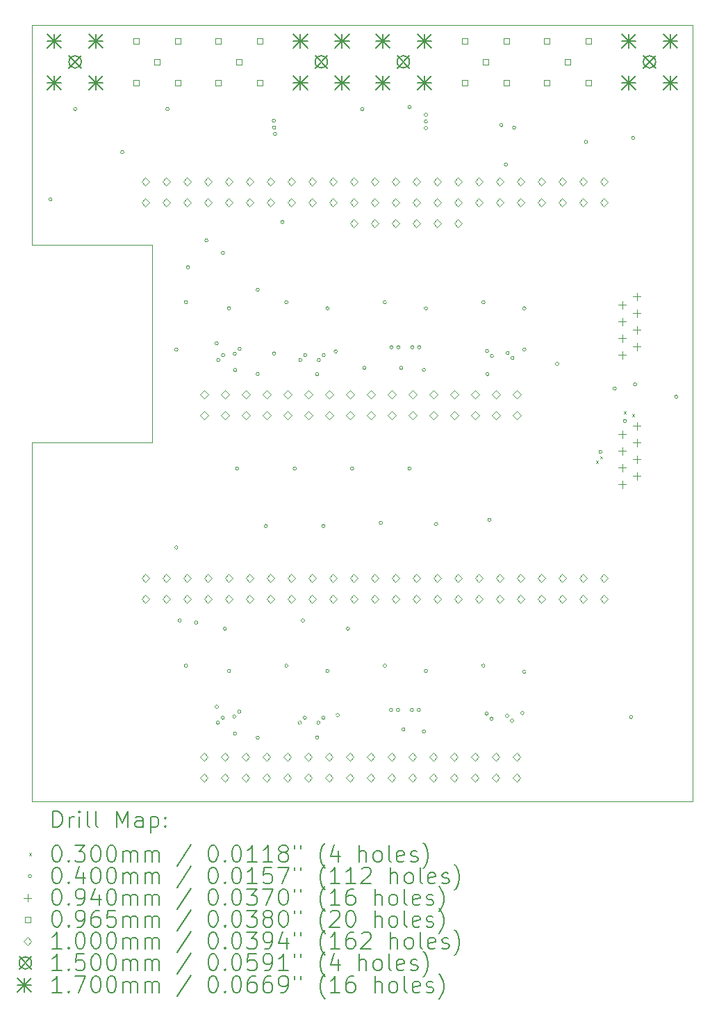
<source format=gbr>
%TF.GenerationSoftware,KiCad,Pcbnew,8.0.5-dirty*%
%TF.CreationDate,2024-10-02T03:34:58-04:00*%
%TF.ProjectId,LVDS_BeagleVFire_Cape,4c564453-5f42-4656-9167-6c6556466972,1*%
%TF.SameCoordinates,Original*%
%TF.FileFunction,Drillmap*%
%TF.FilePolarity,Positive*%
%FSLAX45Y45*%
G04 Gerber Fmt 4.5, Leading zero omitted, Abs format (unit mm)*
G04 Created by KiCad (PCBNEW 8.0.5-dirty) date 2024-10-02 03:34:58*
%MOMM*%
%LPD*%
G01*
G04 APERTURE LIST*
%ADD10C,0.120000*%
%ADD11C,0.200000*%
%ADD12C,0.100000*%
%ADD13C,0.150000*%
%ADD14C,0.170000*%
G04 APERTURE END LIST*
D10*
X13050000Y-15000000D02*
X5000000Y-15000000D01*
X5000000Y-10635500D01*
X6460500Y-10635500D01*
X6460500Y-8231000D01*
X5000000Y-8231000D01*
X5000000Y-5550000D01*
X13050000Y-5550000D01*
X13050000Y-15000000D01*
D11*
D12*
X11870897Y-10853819D02*
X11900897Y-10883819D01*
X11900897Y-10853819D02*
X11870897Y-10883819D01*
X11923930Y-10800786D02*
X11953930Y-10830786D01*
X11953930Y-10800786D02*
X11923930Y-10830786D01*
X12210000Y-10251500D02*
X12240000Y-10281500D01*
X12240000Y-10251500D02*
X12210000Y-10281500D01*
X12310000Y-10285000D02*
X12340000Y-10315000D01*
X12340000Y-10285000D02*
X12310000Y-10315000D01*
X5245000Y-7675000D02*
G75*
G02*
X5205000Y-7675000I-20000J0D01*
G01*
X5205000Y-7675000D02*
G75*
G02*
X5245000Y-7675000I20000J0D01*
G01*
X5545000Y-6575000D02*
G75*
G02*
X5505000Y-6575000I-20000J0D01*
G01*
X5505000Y-6575000D02*
G75*
G02*
X5545000Y-6575000I20000J0D01*
G01*
X6120000Y-7100000D02*
G75*
G02*
X6080000Y-7100000I-20000J0D01*
G01*
X6080000Y-7100000D02*
G75*
G02*
X6120000Y-7100000I20000J0D01*
G01*
X6670000Y-6575000D02*
G75*
G02*
X6630000Y-6575000I-20000J0D01*
G01*
X6630000Y-6575000D02*
G75*
G02*
X6670000Y-6575000I20000J0D01*
G01*
X6778500Y-9500000D02*
G75*
G02*
X6738500Y-9500000I-20000J0D01*
G01*
X6738500Y-9500000D02*
G75*
G02*
X6778500Y-9500000I20000J0D01*
G01*
X6778500Y-11911000D02*
G75*
G02*
X6738500Y-11911000I-20000J0D01*
G01*
X6738500Y-11911000D02*
G75*
G02*
X6778500Y-11911000I20000J0D01*
G01*
X6820000Y-12800000D02*
G75*
G02*
X6780000Y-12800000I-20000J0D01*
G01*
X6780000Y-12800000D02*
G75*
G02*
X6820000Y-12800000I20000J0D01*
G01*
X6895000Y-8925000D02*
G75*
G02*
X6855000Y-8925000I-20000J0D01*
G01*
X6855000Y-8925000D02*
G75*
G02*
X6895000Y-8925000I20000J0D01*
G01*
X6895000Y-13350000D02*
G75*
G02*
X6855000Y-13350000I-20000J0D01*
G01*
X6855000Y-13350000D02*
G75*
G02*
X6895000Y-13350000I20000J0D01*
G01*
X6920000Y-8500000D02*
G75*
G02*
X6880000Y-8500000I-20000J0D01*
G01*
X6880000Y-8500000D02*
G75*
G02*
X6920000Y-8500000I20000J0D01*
G01*
X7020000Y-12825000D02*
G75*
G02*
X6980000Y-12825000I-20000J0D01*
G01*
X6980000Y-12825000D02*
G75*
G02*
X7020000Y-12825000I20000J0D01*
G01*
X7145000Y-8175000D02*
G75*
G02*
X7105000Y-8175000I-20000J0D01*
G01*
X7105000Y-8175000D02*
G75*
G02*
X7145000Y-8175000I20000J0D01*
G01*
X7270000Y-9425000D02*
G75*
G02*
X7230000Y-9425000I-20000J0D01*
G01*
X7230000Y-9425000D02*
G75*
G02*
X7270000Y-9425000I20000J0D01*
G01*
X7270000Y-13850000D02*
G75*
G02*
X7230000Y-13850000I-20000J0D01*
G01*
X7230000Y-13850000D02*
G75*
G02*
X7270000Y-13850000I20000J0D01*
G01*
X7284448Y-14043832D02*
G75*
G02*
X7244448Y-14043832I-20000J0D01*
G01*
X7244448Y-14043832D02*
G75*
G02*
X7284448Y-14043832I20000J0D01*
G01*
X7289948Y-9630052D02*
G75*
G02*
X7249948Y-9630052I-20000J0D01*
G01*
X7249948Y-9630052D02*
G75*
G02*
X7289948Y-9630052I20000J0D01*
G01*
X7344552Y-13983728D02*
G75*
G02*
X7304552Y-13983728I-20000J0D01*
G01*
X7304552Y-13983728D02*
G75*
G02*
X7344552Y-13983728I20000J0D01*
G01*
X7345000Y-8325000D02*
G75*
G02*
X7305000Y-8325000I-20000J0D01*
G01*
X7305000Y-8325000D02*
G75*
G02*
X7345000Y-8325000I20000J0D01*
G01*
X7350052Y-9569948D02*
G75*
G02*
X7310052Y-9569948I-20000J0D01*
G01*
X7310052Y-9569948D02*
G75*
G02*
X7350052Y-9569948I20000J0D01*
G01*
X7370000Y-12900000D02*
G75*
G02*
X7330000Y-12900000I-20000J0D01*
G01*
X7330000Y-12900000D02*
G75*
G02*
X7370000Y-12900000I20000J0D01*
G01*
X7420000Y-9000000D02*
G75*
G02*
X7380000Y-9000000I-20000J0D01*
G01*
X7380000Y-9000000D02*
G75*
G02*
X7420000Y-9000000I20000J0D01*
G01*
X7420000Y-13412500D02*
G75*
G02*
X7380000Y-13412500I-20000J0D01*
G01*
X7380000Y-13412500D02*
G75*
G02*
X7420000Y-13412500I20000J0D01*
G01*
X7484448Y-13968832D02*
G75*
G02*
X7444448Y-13968832I-20000J0D01*
G01*
X7444448Y-13968832D02*
G75*
G02*
X7484448Y-13968832I20000J0D01*
G01*
X7489948Y-9555052D02*
G75*
G02*
X7449948Y-9555052I-20000J0D01*
G01*
X7449948Y-9555052D02*
G75*
G02*
X7489948Y-9555052I20000J0D01*
G01*
X7495000Y-9750000D02*
G75*
G02*
X7455000Y-9750000I-20000J0D01*
G01*
X7455000Y-9750000D02*
G75*
G02*
X7495000Y-9750000I20000J0D01*
G01*
X7495000Y-14175000D02*
G75*
G02*
X7455000Y-14175000I-20000J0D01*
G01*
X7455000Y-14175000D02*
G75*
G02*
X7495000Y-14175000I20000J0D01*
G01*
X7520000Y-10950000D02*
G75*
G02*
X7480000Y-10950000I-20000J0D01*
G01*
X7480000Y-10950000D02*
G75*
G02*
X7520000Y-10950000I20000J0D01*
G01*
X7544552Y-13908728D02*
G75*
G02*
X7504552Y-13908728I-20000J0D01*
G01*
X7504552Y-13908728D02*
G75*
G02*
X7544552Y-13908728I20000J0D01*
G01*
X7550052Y-9494948D02*
G75*
G02*
X7510052Y-9494948I-20000J0D01*
G01*
X7510052Y-9494948D02*
G75*
G02*
X7550052Y-9494948I20000J0D01*
G01*
X7770000Y-8775000D02*
G75*
G02*
X7730000Y-8775000I-20000J0D01*
G01*
X7730000Y-8775000D02*
G75*
G02*
X7770000Y-8775000I20000J0D01*
G01*
X7770000Y-9800000D02*
G75*
G02*
X7730000Y-9800000I-20000J0D01*
G01*
X7730000Y-9800000D02*
G75*
G02*
X7770000Y-9800000I20000J0D01*
G01*
X7770000Y-14225000D02*
G75*
G02*
X7730000Y-14225000I-20000J0D01*
G01*
X7730000Y-14225000D02*
G75*
G02*
X7770000Y-14225000I20000J0D01*
G01*
X7870000Y-11650000D02*
G75*
G02*
X7830000Y-11650000I-20000J0D01*
G01*
X7830000Y-11650000D02*
G75*
G02*
X7870000Y-11650000I20000J0D01*
G01*
X7967574Y-6717573D02*
G75*
G02*
X7927574Y-6717573I-20000J0D01*
G01*
X7927574Y-6717573D02*
G75*
G02*
X7967574Y-6717573I20000J0D01*
G01*
X7970000Y-6800000D02*
G75*
G02*
X7930000Y-6800000I-20000J0D01*
G01*
X7930000Y-6800000D02*
G75*
G02*
X7970000Y-6800000I20000J0D01*
G01*
X7970000Y-9550000D02*
G75*
G02*
X7930000Y-9550000I-20000J0D01*
G01*
X7930000Y-9550000D02*
G75*
G02*
X7970000Y-9550000I20000J0D01*
G01*
X7980420Y-6879319D02*
G75*
G02*
X7940420Y-6879319I-20000J0D01*
G01*
X7940420Y-6879319D02*
G75*
G02*
X7980420Y-6879319I20000J0D01*
G01*
X8070000Y-7950000D02*
G75*
G02*
X8030000Y-7950000I-20000J0D01*
G01*
X8030000Y-7950000D02*
G75*
G02*
X8070000Y-7950000I20000J0D01*
G01*
X8120000Y-8925000D02*
G75*
G02*
X8080000Y-8925000I-20000J0D01*
G01*
X8080000Y-8925000D02*
G75*
G02*
X8120000Y-8925000I20000J0D01*
G01*
X8120000Y-13350000D02*
G75*
G02*
X8080000Y-13350000I-20000J0D01*
G01*
X8080000Y-13350000D02*
G75*
G02*
X8120000Y-13350000I20000J0D01*
G01*
X8220000Y-10950000D02*
G75*
G02*
X8180000Y-10950000I-20000J0D01*
G01*
X8180000Y-10950000D02*
G75*
G02*
X8220000Y-10950000I20000J0D01*
G01*
X8284448Y-14043832D02*
G75*
G02*
X8244448Y-14043832I-20000J0D01*
G01*
X8244448Y-14043832D02*
G75*
G02*
X8284448Y-14043832I20000J0D01*
G01*
X8289948Y-9630052D02*
G75*
G02*
X8249948Y-9630052I-20000J0D01*
G01*
X8249948Y-9630052D02*
G75*
G02*
X8289948Y-9630052I20000J0D01*
G01*
X8320000Y-12800000D02*
G75*
G02*
X8280000Y-12800000I-20000J0D01*
G01*
X8280000Y-12800000D02*
G75*
G02*
X8320000Y-12800000I20000J0D01*
G01*
X8344552Y-13983728D02*
G75*
G02*
X8304552Y-13983728I-20000J0D01*
G01*
X8304552Y-13983728D02*
G75*
G02*
X8344552Y-13983728I20000J0D01*
G01*
X8350052Y-9569948D02*
G75*
G02*
X8310052Y-9569948I-20000J0D01*
G01*
X8310052Y-9569948D02*
G75*
G02*
X8350052Y-9569948I20000J0D01*
G01*
X8495000Y-9800000D02*
G75*
G02*
X8455000Y-9800000I-20000J0D01*
G01*
X8455000Y-9800000D02*
G75*
G02*
X8495000Y-9800000I20000J0D01*
G01*
X8495000Y-14225000D02*
G75*
G02*
X8455000Y-14225000I-20000J0D01*
G01*
X8455000Y-14225000D02*
G75*
G02*
X8495000Y-14225000I20000J0D01*
G01*
X8509448Y-14043832D02*
G75*
G02*
X8469448Y-14043832I-20000J0D01*
G01*
X8469448Y-14043832D02*
G75*
G02*
X8509448Y-14043832I20000J0D01*
G01*
X8514948Y-9630052D02*
G75*
G02*
X8474948Y-9630052I-20000J0D01*
G01*
X8474948Y-9630052D02*
G75*
G02*
X8514948Y-9630052I20000J0D01*
G01*
X8569552Y-13983728D02*
G75*
G02*
X8529552Y-13983728I-20000J0D01*
G01*
X8529552Y-13983728D02*
G75*
G02*
X8569552Y-13983728I20000J0D01*
G01*
X8570000Y-11650000D02*
G75*
G02*
X8530000Y-11650000I-20000J0D01*
G01*
X8530000Y-11650000D02*
G75*
G02*
X8570000Y-11650000I20000J0D01*
G01*
X8575052Y-9569948D02*
G75*
G02*
X8535052Y-9569948I-20000J0D01*
G01*
X8535052Y-9569948D02*
G75*
G02*
X8575052Y-9569948I20000J0D01*
G01*
X8620000Y-9000000D02*
G75*
G02*
X8580000Y-9000000I-20000J0D01*
G01*
X8580000Y-9000000D02*
G75*
G02*
X8620000Y-9000000I20000J0D01*
G01*
X8620000Y-13412500D02*
G75*
G02*
X8580000Y-13412500I-20000J0D01*
G01*
X8580000Y-13412500D02*
G75*
G02*
X8620000Y-13412500I20000J0D01*
G01*
X8720000Y-9525000D02*
G75*
G02*
X8680000Y-9525000I-20000J0D01*
G01*
X8680000Y-9525000D02*
G75*
G02*
X8720000Y-9525000I20000J0D01*
G01*
X8745000Y-13950000D02*
G75*
G02*
X8705000Y-13950000I-20000J0D01*
G01*
X8705000Y-13950000D02*
G75*
G02*
X8745000Y-13950000I20000J0D01*
G01*
X8870000Y-12900000D02*
G75*
G02*
X8830000Y-12900000I-20000J0D01*
G01*
X8830000Y-12900000D02*
G75*
G02*
X8870000Y-12900000I20000J0D01*
G01*
X8920000Y-10950000D02*
G75*
G02*
X8880000Y-10950000I-20000J0D01*
G01*
X8880000Y-10950000D02*
G75*
G02*
X8920000Y-10950000I20000J0D01*
G01*
X9045000Y-6575000D02*
G75*
G02*
X9005000Y-6575000I-20000J0D01*
G01*
X9005000Y-6575000D02*
G75*
G02*
X9045000Y-6575000I20000J0D01*
G01*
X9070000Y-9725000D02*
G75*
G02*
X9030000Y-9725000I-20000J0D01*
G01*
X9030000Y-9725000D02*
G75*
G02*
X9070000Y-9725000I20000J0D01*
G01*
X9270000Y-11610000D02*
G75*
G02*
X9230000Y-11610000I-20000J0D01*
G01*
X9230000Y-11610000D02*
G75*
G02*
X9270000Y-11610000I20000J0D01*
G01*
X9320000Y-8925000D02*
G75*
G02*
X9280000Y-8925000I-20000J0D01*
G01*
X9280000Y-8925000D02*
G75*
G02*
X9320000Y-8925000I20000J0D01*
G01*
X9320000Y-13350000D02*
G75*
G02*
X9280000Y-13350000I-20000J0D01*
G01*
X9280000Y-13350000D02*
G75*
G02*
X9320000Y-13350000I20000J0D01*
G01*
X9395000Y-13888780D02*
G75*
G02*
X9355000Y-13888780I-20000J0D01*
G01*
X9355000Y-13888780D02*
G75*
G02*
X9395000Y-13888780I20000J0D01*
G01*
X9400500Y-9475000D02*
G75*
G02*
X9360500Y-9475000I-20000J0D01*
G01*
X9360500Y-9475000D02*
G75*
G02*
X9400500Y-9475000I20000J0D01*
G01*
X9480000Y-13888780D02*
G75*
G02*
X9440000Y-13888780I-20000J0D01*
G01*
X9440000Y-13888780D02*
G75*
G02*
X9480000Y-13888780I20000J0D01*
G01*
X9485500Y-9475000D02*
G75*
G02*
X9445500Y-9475000I-20000J0D01*
G01*
X9445500Y-9475000D02*
G75*
G02*
X9485500Y-9475000I20000J0D01*
G01*
X9520000Y-9725000D02*
G75*
G02*
X9480000Y-9725000I-20000J0D01*
G01*
X9480000Y-9725000D02*
G75*
G02*
X9520000Y-9725000I20000J0D01*
G01*
X9545000Y-14125000D02*
G75*
G02*
X9505000Y-14125000I-20000J0D01*
G01*
X9505000Y-14125000D02*
G75*
G02*
X9545000Y-14125000I20000J0D01*
G01*
X9620000Y-6550000D02*
G75*
G02*
X9580000Y-6550000I-20000J0D01*
G01*
X9580000Y-6550000D02*
G75*
G02*
X9620000Y-6550000I20000J0D01*
G01*
X9620000Y-10950000D02*
G75*
G02*
X9580000Y-10950000I-20000J0D01*
G01*
X9580000Y-10950000D02*
G75*
G02*
X9620000Y-10950000I20000J0D01*
G01*
X9649000Y-13888780D02*
G75*
G02*
X9609000Y-13888780I-20000J0D01*
G01*
X9609000Y-13888780D02*
G75*
G02*
X9649000Y-13888780I20000J0D01*
G01*
X9654500Y-9475000D02*
G75*
G02*
X9614500Y-9475000I-20000J0D01*
G01*
X9614500Y-9475000D02*
G75*
G02*
X9654500Y-9475000I20000J0D01*
G01*
X9734000Y-13888780D02*
G75*
G02*
X9694000Y-13888780I-20000J0D01*
G01*
X9694000Y-13888780D02*
G75*
G02*
X9734000Y-13888780I20000J0D01*
G01*
X9739500Y-9475000D02*
G75*
G02*
X9699500Y-9475000I-20000J0D01*
G01*
X9699500Y-9475000D02*
G75*
G02*
X9739500Y-9475000I20000J0D01*
G01*
X9795000Y-9750000D02*
G75*
G02*
X9755000Y-9750000I-20000J0D01*
G01*
X9755000Y-9750000D02*
G75*
G02*
X9795000Y-9750000I20000J0D01*
G01*
X9795000Y-14150000D02*
G75*
G02*
X9755000Y-14150000I-20000J0D01*
G01*
X9755000Y-14150000D02*
G75*
G02*
X9795000Y-14150000I20000J0D01*
G01*
X9820000Y-6645000D02*
G75*
G02*
X9780000Y-6645000I-20000J0D01*
G01*
X9780000Y-6645000D02*
G75*
G02*
X9820000Y-6645000I20000J0D01*
G01*
X9820000Y-6725000D02*
G75*
G02*
X9780000Y-6725000I-20000J0D01*
G01*
X9780000Y-6725000D02*
G75*
G02*
X9820000Y-6725000I20000J0D01*
G01*
X9820000Y-6805000D02*
G75*
G02*
X9780000Y-6805000I-20000J0D01*
G01*
X9780000Y-6805000D02*
G75*
G02*
X9820000Y-6805000I20000J0D01*
G01*
X9820000Y-9000000D02*
G75*
G02*
X9780000Y-9000000I-20000J0D01*
G01*
X9780000Y-9000000D02*
G75*
G02*
X9820000Y-9000000I20000J0D01*
G01*
X9820000Y-13412500D02*
G75*
G02*
X9780000Y-13412500I-20000J0D01*
G01*
X9780000Y-13412500D02*
G75*
G02*
X9820000Y-13412500I20000J0D01*
G01*
X9945000Y-11625000D02*
G75*
G02*
X9905000Y-11625000I-20000J0D01*
G01*
X9905000Y-11625000D02*
G75*
G02*
X9945000Y-11625000I20000J0D01*
G01*
X10520000Y-8925000D02*
G75*
G02*
X10480000Y-8925000I-20000J0D01*
G01*
X10480000Y-8925000D02*
G75*
G02*
X10520000Y-8925000I20000J0D01*
G01*
X10520000Y-13350000D02*
G75*
G02*
X10480000Y-13350000I-20000J0D01*
G01*
X10480000Y-13350000D02*
G75*
G02*
X10520000Y-13350000I20000J0D01*
G01*
X10559448Y-13933728D02*
G75*
G02*
X10519448Y-13933728I-20000J0D01*
G01*
X10519448Y-13933728D02*
G75*
G02*
X10559448Y-13933728I20000J0D01*
G01*
X10564948Y-9519948D02*
G75*
G02*
X10524948Y-9519948I-20000J0D01*
G01*
X10524948Y-9519948D02*
G75*
G02*
X10564948Y-9519948I20000J0D01*
G01*
X10570000Y-9800000D02*
G75*
G02*
X10530000Y-9800000I-20000J0D01*
G01*
X10530000Y-9800000D02*
G75*
G02*
X10570000Y-9800000I20000J0D01*
G01*
X10595000Y-11575000D02*
G75*
G02*
X10555000Y-11575000I-20000J0D01*
G01*
X10555000Y-11575000D02*
G75*
G02*
X10595000Y-11575000I20000J0D01*
G01*
X10619552Y-13993832D02*
G75*
G02*
X10579552Y-13993832I-20000J0D01*
G01*
X10579552Y-13993832D02*
G75*
G02*
X10619552Y-13993832I20000J0D01*
G01*
X10625052Y-9580052D02*
G75*
G02*
X10585052Y-9580052I-20000J0D01*
G01*
X10585052Y-9580052D02*
G75*
G02*
X10625052Y-9580052I20000J0D01*
G01*
X10739214Y-6769213D02*
G75*
G02*
X10699214Y-6769213I-20000J0D01*
G01*
X10699214Y-6769213D02*
G75*
G02*
X10739214Y-6769213I20000J0D01*
G01*
X10795000Y-7250000D02*
G75*
G02*
X10755000Y-7250000I-20000J0D01*
G01*
X10755000Y-7250000D02*
G75*
G02*
X10795000Y-7250000I20000J0D01*
G01*
X10809448Y-13958728D02*
G75*
G02*
X10769448Y-13958728I-20000J0D01*
G01*
X10769448Y-13958728D02*
G75*
G02*
X10809448Y-13958728I20000J0D01*
G01*
X10814948Y-9544948D02*
G75*
G02*
X10774948Y-9544948I-20000J0D01*
G01*
X10774948Y-9544948D02*
G75*
G02*
X10814948Y-9544948I20000J0D01*
G01*
X10869552Y-14018832D02*
G75*
G02*
X10829552Y-14018832I-20000J0D01*
G01*
X10829552Y-14018832D02*
G75*
G02*
X10869552Y-14018832I20000J0D01*
G01*
X10875052Y-9605052D02*
G75*
G02*
X10835052Y-9605052I-20000J0D01*
G01*
X10835052Y-9605052D02*
G75*
G02*
X10875052Y-9605052I20000J0D01*
G01*
X10895000Y-6800000D02*
G75*
G02*
X10855000Y-6800000I-20000J0D01*
G01*
X10855000Y-6800000D02*
G75*
G02*
X10895000Y-6800000I20000J0D01*
G01*
X10995000Y-13925000D02*
G75*
G02*
X10955000Y-13925000I-20000J0D01*
G01*
X10955000Y-13925000D02*
G75*
G02*
X10995000Y-13925000I20000J0D01*
G01*
X11020000Y-9000000D02*
G75*
G02*
X10980000Y-9000000I-20000J0D01*
G01*
X10980000Y-9000000D02*
G75*
G02*
X11020000Y-9000000I20000J0D01*
G01*
X11020000Y-9500000D02*
G75*
G02*
X10980000Y-9500000I-20000J0D01*
G01*
X10980000Y-9500000D02*
G75*
G02*
X11020000Y-9500000I20000J0D01*
G01*
X11020000Y-13425000D02*
G75*
G02*
X10980000Y-13425000I-20000J0D01*
G01*
X10980000Y-13425000D02*
G75*
G02*
X11020000Y-13425000I20000J0D01*
G01*
X11420000Y-9675000D02*
G75*
G02*
X11380000Y-9675000I-20000J0D01*
G01*
X11380000Y-9675000D02*
G75*
G02*
X11420000Y-9675000I20000J0D01*
G01*
X11770000Y-6975000D02*
G75*
G02*
X11730000Y-6975000I-20000J0D01*
G01*
X11730000Y-6975000D02*
G75*
G02*
X11770000Y-6975000I20000J0D01*
G01*
X11947940Y-10746654D02*
G75*
G02*
X11907940Y-10746654I-20000J0D01*
G01*
X11907940Y-10746654D02*
G75*
G02*
X11947940Y-10746654I20000J0D01*
G01*
X12120000Y-9975000D02*
G75*
G02*
X12080000Y-9975000I-20000J0D01*
G01*
X12080000Y-9975000D02*
G75*
G02*
X12120000Y-9975000I20000J0D01*
G01*
X12245000Y-10371500D02*
G75*
G02*
X12205000Y-10371500I-20000J0D01*
G01*
X12205000Y-10371500D02*
G75*
G02*
X12245000Y-10371500I20000J0D01*
G01*
X12320000Y-13975000D02*
G75*
G02*
X12280000Y-13975000I-20000J0D01*
G01*
X12280000Y-13975000D02*
G75*
G02*
X12320000Y-13975000I20000J0D01*
G01*
X12345000Y-6925000D02*
G75*
G02*
X12305000Y-6925000I-20000J0D01*
G01*
X12305000Y-6925000D02*
G75*
G02*
X12345000Y-6925000I20000J0D01*
G01*
X12370000Y-9925000D02*
G75*
G02*
X12330000Y-9925000I-20000J0D01*
G01*
X12330000Y-9925000D02*
G75*
G02*
X12370000Y-9925000I20000J0D01*
G01*
X12870000Y-10075000D02*
G75*
G02*
X12830000Y-10075000I-20000J0D01*
G01*
X12830000Y-10075000D02*
G75*
G02*
X12870000Y-10075000I20000J0D01*
G01*
X12193000Y-8911900D02*
X12193000Y-9005900D01*
X12146000Y-8958900D02*
X12240000Y-8958900D01*
X12193000Y-9115100D02*
X12193000Y-9209100D01*
X12146000Y-9162100D02*
X12240000Y-9162100D01*
X12193000Y-9318300D02*
X12193000Y-9412300D01*
X12146000Y-9365300D02*
X12240000Y-9365300D01*
X12193000Y-9521500D02*
X12193000Y-9615500D01*
X12146000Y-9568500D02*
X12240000Y-9568500D01*
X12193000Y-10486900D02*
X12193000Y-10580900D01*
X12146000Y-10533900D02*
X12240000Y-10533900D01*
X12193000Y-10690100D02*
X12193000Y-10784100D01*
X12146000Y-10737100D02*
X12240000Y-10737100D01*
X12193000Y-10893300D02*
X12193000Y-10987300D01*
X12146000Y-10940300D02*
X12240000Y-10940300D01*
X12193000Y-11096500D02*
X12193000Y-11190500D01*
X12146000Y-11143500D02*
X12240000Y-11143500D01*
X12371000Y-8810300D02*
X12371000Y-8904300D01*
X12324000Y-8857300D02*
X12418000Y-8857300D01*
X12371000Y-9013500D02*
X12371000Y-9107500D01*
X12324000Y-9060500D02*
X12418000Y-9060500D01*
X12371000Y-9216700D02*
X12371000Y-9310700D01*
X12324000Y-9263700D02*
X12418000Y-9263700D01*
X12371000Y-9419900D02*
X12371000Y-9513900D01*
X12324000Y-9466900D02*
X12418000Y-9466900D01*
X12371000Y-10385300D02*
X12371000Y-10479300D01*
X12324000Y-10432300D02*
X12418000Y-10432300D01*
X12371000Y-10588500D02*
X12371000Y-10682500D01*
X12324000Y-10635500D02*
X12418000Y-10635500D01*
X12371000Y-10791700D02*
X12371000Y-10885700D01*
X12324000Y-10838700D02*
X12418000Y-10838700D01*
X12371000Y-10994900D02*
X12371000Y-11088900D01*
X12324000Y-11041900D02*
X12418000Y-11041900D01*
X6305125Y-5780125D02*
X6305125Y-5711875D01*
X6236875Y-5711875D01*
X6236875Y-5780125D01*
X6305125Y-5780125D01*
X6305125Y-6288125D02*
X6305125Y-6219875D01*
X6236875Y-6219875D01*
X6236875Y-6288125D01*
X6305125Y-6288125D01*
X6559125Y-6034125D02*
X6559125Y-5965875D01*
X6490875Y-5965875D01*
X6490875Y-6034125D01*
X6559125Y-6034125D01*
X6813125Y-5780125D02*
X6813125Y-5711875D01*
X6744875Y-5711875D01*
X6744875Y-5780125D01*
X6813125Y-5780125D01*
X6813125Y-6288125D02*
X6813125Y-6219875D01*
X6744875Y-6219875D01*
X6744875Y-6288125D01*
X6813125Y-6288125D01*
X7305125Y-5780125D02*
X7305125Y-5711875D01*
X7236875Y-5711875D01*
X7236875Y-5780125D01*
X7305125Y-5780125D01*
X7305125Y-6288125D02*
X7305125Y-6219875D01*
X7236875Y-6219875D01*
X7236875Y-6288125D01*
X7305125Y-6288125D01*
X7559125Y-6034125D02*
X7559125Y-5965875D01*
X7490875Y-5965875D01*
X7490875Y-6034125D01*
X7559125Y-6034125D01*
X7813125Y-5780125D02*
X7813125Y-5711875D01*
X7744875Y-5711875D01*
X7744875Y-5780125D01*
X7813125Y-5780125D01*
X7813125Y-6288125D02*
X7813125Y-6219875D01*
X7744875Y-6219875D01*
X7744875Y-6288125D01*
X7813125Y-6288125D01*
X10305125Y-5780125D02*
X10305125Y-5711875D01*
X10236875Y-5711875D01*
X10236875Y-5780125D01*
X10305125Y-5780125D01*
X10305125Y-6288125D02*
X10305125Y-6219875D01*
X10236875Y-6219875D01*
X10236875Y-6288125D01*
X10305125Y-6288125D01*
X10559125Y-6034125D02*
X10559125Y-5965875D01*
X10490875Y-5965875D01*
X10490875Y-6034125D01*
X10559125Y-6034125D01*
X10813125Y-5780125D02*
X10813125Y-5711875D01*
X10744875Y-5711875D01*
X10744875Y-5780125D01*
X10813125Y-5780125D01*
X10813125Y-6288125D02*
X10813125Y-6219875D01*
X10744875Y-6219875D01*
X10744875Y-6288125D01*
X10813125Y-6288125D01*
X11305125Y-5780125D02*
X11305125Y-5711875D01*
X11236875Y-5711875D01*
X11236875Y-5780125D01*
X11305125Y-5780125D01*
X11305125Y-6288125D02*
X11305125Y-6219875D01*
X11236875Y-6219875D01*
X11236875Y-6288125D01*
X11305125Y-6288125D01*
X11559125Y-6034125D02*
X11559125Y-5965875D01*
X11490875Y-5965875D01*
X11490875Y-6034125D01*
X11559125Y-6034125D01*
X11813125Y-5780125D02*
X11813125Y-5711875D01*
X11744875Y-5711875D01*
X11744875Y-5780125D01*
X11813125Y-5780125D01*
X11813125Y-6288125D02*
X11813125Y-6219875D01*
X11744875Y-6219875D01*
X11744875Y-6288125D01*
X11813125Y-6288125D01*
X6383000Y-7510500D02*
X6433000Y-7460500D01*
X6383000Y-7410500D01*
X6333000Y-7460500D01*
X6383000Y-7510500D01*
X6383000Y-7764500D02*
X6433000Y-7714500D01*
X6383000Y-7664500D01*
X6333000Y-7714500D01*
X6383000Y-7764500D01*
X6383000Y-12336500D02*
X6433000Y-12286500D01*
X6383000Y-12236500D01*
X6333000Y-12286500D01*
X6383000Y-12336500D01*
X6383000Y-12590500D02*
X6433000Y-12540500D01*
X6383000Y-12490500D01*
X6333000Y-12540500D01*
X6383000Y-12590500D01*
X6637000Y-7510500D02*
X6687000Y-7460500D01*
X6637000Y-7410500D01*
X6587000Y-7460500D01*
X6637000Y-7510500D01*
X6637000Y-7764500D02*
X6687000Y-7714500D01*
X6637000Y-7664500D01*
X6587000Y-7714500D01*
X6637000Y-7764500D01*
X6637000Y-12336500D02*
X6687000Y-12286500D01*
X6637000Y-12236500D01*
X6587000Y-12286500D01*
X6637000Y-12336500D01*
X6637000Y-12590500D02*
X6687000Y-12540500D01*
X6637000Y-12490500D01*
X6587000Y-12540500D01*
X6637000Y-12590500D01*
X6891000Y-7510500D02*
X6941000Y-7460500D01*
X6891000Y-7410500D01*
X6841000Y-7460500D01*
X6891000Y-7510500D01*
X6891000Y-7764500D02*
X6941000Y-7714500D01*
X6891000Y-7664500D01*
X6841000Y-7714500D01*
X6891000Y-7764500D01*
X6891000Y-12336500D02*
X6941000Y-12286500D01*
X6891000Y-12236500D01*
X6841000Y-12286500D01*
X6891000Y-12336500D01*
X6891000Y-12590500D02*
X6941000Y-12540500D01*
X6891000Y-12490500D01*
X6841000Y-12540500D01*
X6891000Y-12590500D01*
X7094500Y-14509780D02*
X7144500Y-14459780D01*
X7094500Y-14409780D01*
X7044500Y-14459780D01*
X7094500Y-14509780D01*
X7094500Y-14763780D02*
X7144500Y-14713780D01*
X7094500Y-14663780D01*
X7044500Y-14713780D01*
X7094500Y-14763780D01*
X7100000Y-10096000D02*
X7150000Y-10046000D01*
X7100000Y-9996000D01*
X7050000Y-10046000D01*
X7100000Y-10096000D01*
X7100000Y-10350000D02*
X7150000Y-10300000D01*
X7100000Y-10250000D01*
X7050000Y-10300000D01*
X7100000Y-10350000D01*
X7145000Y-7510500D02*
X7195000Y-7460500D01*
X7145000Y-7410500D01*
X7095000Y-7460500D01*
X7145000Y-7510500D01*
X7145000Y-7764500D02*
X7195000Y-7714500D01*
X7145000Y-7664500D01*
X7095000Y-7714500D01*
X7145000Y-7764500D01*
X7145000Y-12336500D02*
X7195000Y-12286500D01*
X7145000Y-12236500D01*
X7095000Y-12286500D01*
X7145000Y-12336500D01*
X7145000Y-12590500D02*
X7195000Y-12540500D01*
X7145000Y-12490500D01*
X7095000Y-12540500D01*
X7145000Y-12590500D01*
X7348500Y-14509780D02*
X7398500Y-14459780D01*
X7348500Y-14409780D01*
X7298500Y-14459780D01*
X7348500Y-14509780D01*
X7348500Y-14763780D02*
X7398500Y-14713780D01*
X7348500Y-14663780D01*
X7298500Y-14713780D01*
X7348500Y-14763780D01*
X7354000Y-10096000D02*
X7404000Y-10046000D01*
X7354000Y-9996000D01*
X7304000Y-10046000D01*
X7354000Y-10096000D01*
X7354000Y-10350000D02*
X7404000Y-10300000D01*
X7354000Y-10250000D01*
X7304000Y-10300000D01*
X7354000Y-10350000D01*
X7399000Y-7510500D02*
X7449000Y-7460500D01*
X7399000Y-7410500D01*
X7349000Y-7460500D01*
X7399000Y-7510500D01*
X7399000Y-7764500D02*
X7449000Y-7714500D01*
X7399000Y-7664500D01*
X7349000Y-7714500D01*
X7399000Y-7764500D01*
X7399000Y-12336500D02*
X7449000Y-12286500D01*
X7399000Y-12236500D01*
X7349000Y-12286500D01*
X7399000Y-12336500D01*
X7399000Y-12590500D02*
X7449000Y-12540500D01*
X7399000Y-12490500D01*
X7349000Y-12540500D01*
X7399000Y-12590500D01*
X7602500Y-14509780D02*
X7652500Y-14459780D01*
X7602500Y-14409780D01*
X7552500Y-14459780D01*
X7602500Y-14509780D01*
X7602500Y-14763780D02*
X7652500Y-14713780D01*
X7602500Y-14663780D01*
X7552500Y-14713780D01*
X7602500Y-14763780D01*
X7608000Y-10096000D02*
X7658000Y-10046000D01*
X7608000Y-9996000D01*
X7558000Y-10046000D01*
X7608000Y-10096000D01*
X7608000Y-10350000D02*
X7658000Y-10300000D01*
X7608000Y-10250000D01*
X7558000Y-10300000D01*
X7608000Y-10350000D01*
X7653000Y-7510500D02*
X7703000Y-7460500D01*
X7653000Y-7410500D01*
X7603000Y-7460500D01*
X7653000Y-7510500D01*
X7653000Y-7764500D02*
X7703000Y-7714500D01*
X7653000Y-7664500D01*
X7603000Y-7714500D01*
X7653000Y-7764500D01*
X7653000Y-12336500D02*
X7703000Y-12286500D01*
X7653000Y-12236500D01*
X7603000Y-12286500D01*
X7653000Y-12336500D01*
X7653000Y-12590500D02*
X7703000Y-12540500D01*
X7653000Y-12490500D01*
X7603000Y-12540500D01*
X7653000Y-12590500D01*
X7856500Y-14509780D02*
X7906500Y-14459780D01*
X7856500Y-14409780D01*
X7806500Y-14459780D01*
X7856500Y-14509780D01*
X7856500Y-14763780D02*
X7906500Y-14713780D01*
X7856500Y-14663780D01*
X7806500Y-14713780D01*
X7856500Y-14763780D01*
X7862000Y-10096000D02*
X7912000Y-10046000D01*
X7862000Y-9996000D01*
X7812000Y-10046000D01*
X7862000Y-10096000D01*
X7862000Y-10350000D02*
X7912000Y-10300000D01*
X7862000Y-10250000D01*
X7812000Y-10300000D01*
X7862000Y-10350000D01*
X7907000Y-7510500D02*
X7957000Y-7460500D01*
X7907000Y-7410500D01*
X7857000Y-7460500D01*
X7907000Y-7510500D01*
X7907000Y-7764500D02*
X7957000Y-7714500D01*
X7907000Y-7664500D01*
X7857000Y-7714500D01*
X7907000Y-7764500D01*
X7907000Y-12336500D02*
X7957000Y-12286500D01*
X7907000Y-12236500D01*
X7857000Y-12286500D01*
X7907000Y-12336500D01*
X7907000Y-12590500D02*
X7957000Y-12540500D01*
X7907000Y-12490500D01*
X7857000Y-12540500D01*
X7907000Y-12590500D01*
X8110500Y-14509780D02*
X8160500Y-14459780D01*
X8110500Y-14409780D01*
X8060500Y-14459780D01*
X8110500Y-14509780D01*
X8110500Y-14763780D02*
X8160500Y-14713780D01*
X8110500Y-14663780D01*
X8060500Y-14713780D01*
X8110500Y-14763780D01*
X8116000Y-10096000D02*
X8166000Y-10046000D01*
X8116000Y-9996000D01*
X8066000Y-10046000D01*
X8116000Y-10096000D01*
X8116000Y-10350000D02*
X8166000Y-10300000D01*
X8116000Y-10250000D01*
X8066000Y-10300000D01*
X8116000Y-10350000D01*
X8161000Y-7510500D02*
X8211000Y-7460500D01*
X8161000Y-7410500D01*
X8111000Y-7460500D01*
X8161000Y-7510500D01*
X8161000Y-7764500D02*
X8211000Y-7714500D01*
X8161000Y-7664500D01*
X8111000Y-7714500D01*
X8161000Y-7764500D01*
X8161000Y-12336500D02*
X8211000Y-12286500D01*
X8161000Y-12236500D01*
X8111000Y-12286500D01*
X8161000Y-12336500D01*
X8161000Y-12590500D02*
X8211000Y-12540500D01*
X8161000Y-12490500D01*
X8111000Y-12540500D01*
X8161000Y-12590500D01*
X8364500Y-14509780D02*
X8414500Y-14459780D01*
X8364500Y-14409780D01*
X8314500Y-14459780D01*
X8364500Y-14509780D01*
X8364500Y-14763780D02*
X8414500Y-14713780D01*
X8364500Y-14663780D01*
X8314500Y-14713780D01*
X8364500Y-14763780D01*
X8370000Y-10096000D02*
X8420000Y-10046000D01*
X8370000Y-9996000D01*
X8320000Y-10046000D01*
X8370000Y-10096000D01*
X8370000Y-10350000D02*
X8420000Y-10300000D01*
X8370000Y-10250000D01*
X8320000Y-10300000D01*
X8370000Y-10350000D01*
X8415000Y-7510500D02*
X8465000Y-7460500D01*
X8415000Y-7410500D01*
X8365000Y-7460500D01*
X8415000Y-7510500D01*
X8415000Y-7764500D02*
X8465000Y-7714500D01*
X8415000Y-7664500D01*
X8365000Y-7714500D01*
X8415000Y-7764500D01*
X8415000Y-12336500D02*
X8465000Y-12286500D01*
X8415000Y-12236500D01*
X8365000Y-12286500D01*
X8415000Y-12336500D01*
X8415000Y-12590500D02*
X8465000Y-12540500D01*
X8415000Y-12490500D01*
X8365000Y-12540500D01*
X8415000Y-12590500D01*
X8618500Y-14509780D02*
X8668500Y-14459780D01*
X8618500Y-14409780D01*
X8568500Y-14459780D01*
X8618500Y-14509780D01*
X8618500Y-14763780D02*
X8668500Y-14713780D01*
X8618500Y-14663780D01*
X8568500Y-14713780D01*
X8618500Y-14763780D01*
X8624000Y-10096000D02*
X8674000Y-10046000D01*
X8624000Y-9996000D01*
X8574000Y-10046000D01*
X8624000Y-10096000D01*
X8624000Y-10350000D02*
X8674000Y-10300000D01*
X8624000Y-10250000D01*
X8574000Y-10300000D01*
X8624000Y-10350000D01*
X8669000Y-7510500D02*
X8719000Y-7460500D01*
X8669000Y-7410500D01*
X8619000Y-7460500D01*
X8669000Y-7510500D01*
X8669000Y-7764500D02*
X8719000Y-7714500D01*
X8669000Y-7664500D01*
X8619000Y-7714500D01*
X8669000Y-7764500D01*
X8669000Y-12336500D02*
X8719000Y-12286500D01*
X8669000Y-12236500D01*
X8619000Y-12286500D01*
X8669000Y-12336500D01*
X8669000Y-12590500D02*
X8719000Y-12540500D01*
X8669000Y-12490500D01*
X8619000Y-12540500D01*
X8669000Y-12590500D01*
X8872500Y-14509780D02*
X8922500Y-14459780D01*
X8872500Y-14409780D01*
X8822500Y-14459780D01*
X8872500Y-14509780D01*
X8872500Y-14763780D02*
X8922500Y-14713780D01*
X8872500Y-14663780D01*
X8822500Y-14713780D01*
X8872500Y-14763780D01*
X8878000Y-10096000D02*
X8928000Y-10046000D01*
X8878000Y-9996000D01*
X8828000Y-10046000D01*
X8878000Y-10096000D01*
X8878000Y-10350000D02*
X8928000Y-10300000D01*
X8878000Y-10250000D01*
X8828000Y-10300000D01*
X8878000Y-10350000D01*
X8923000Y-7510500D02*
X8973000Y-7460500D01*
X8923000Y-7410500D01*
X8873000Y-7460500D01*
X8923000Y-7510500D01*
X8923000Y-7764500D02*
X8973000Y-7714500D01*
X8923000Y-7664500D01*
X8873000Y-7714500D01*
X8923000Y-7764500D01*
X8923000Y-8018500D02*
X8973000Y-7968500D01*
X8923000Y-7918500D01*
X8873000Y-7968500D01*
X8923000Y-8018500D01*
X8923000Y-12336500D02*
X8973000Y-12286500D01*
X8923000Y-12236500D01*
X8873000Y-12286500D01*
X8923000Y-12336500D01*
X8923000Y-12590500D02*
X8973000Y-12540500D01*
X8923000Y-12490500D01*
X8873000Y-12540500D01*
X8923000Y-12590500D01*
X9126500Y-14509780D02*
X9176500Y-14459780D01*
X9126500Y-14409780D01*
X9076500Y-14459780D01*
X9126500Y-14509780D01*
X9126500Y-14763780D02*
X9176500Y-14713780D01*
X9126500Y-14663780D01*
X9076500Y-14713780D01*
X9126500Y-14763780D01*
X9132000Y-10096000D02*
X9182000Y-10046000D01*
X9132000Y-9996000D01*
X9082000Y-10046000D01*
X9132000Y-10096000D01*
X9132000Y-10350000D02*
X9182000Y-10300000D01*
X9132000Y-10250000D01*
X9082000Y-10300000D01*
X9132000Y-10350000D01*
X9177000Y-7510500D02*
X9227000Y-7460500D01*
X9177000Y-7410500D01*
X9127000Y-7460500D01*
X9177000Y-7510500D01*
X9177000Y-7764500D02*
X9227000Y-7714500D01*
X9177000Y-7664500D01*
X9127000Y-7714500D01*
X9177000Y-7764500D01*
X9177000Y-8018500D02*
X9227000Y-7968500D01*
X9177000Y-7918500D01*
X9127000Y-7968500D01*
X9177000Y-8018500D01*
X9177000Y-12336500D02*
X9227000Y-12286500D01*
X9177000Y-12236500D01*
X9127000Y-12286500D01*
X9177000Y-12336500D01*
X9177000Y-12590500D02*
X9227000Y-12540500D01*
X9177000Y-12490500D01*
X9127000Y-12540500D01*
X9177000Y-12590500D01*
X9380500Y-14509780D02*
X9430500Y-14459780D01*
X9380500Y-14409780D01*
X9330500Y-14459780D01*
X9380500Y-14509780D01*
X9380500Y-14763780D02*
X9430500Y-14713780D01*
X9380500Y-14663780D01*
X9330500Y-14713780D01*
X9380500Y-14763780D01*
X9386000Y-10096000D02*
X9436000Y-10046000D01*
X9386000Y-9996000D01*
X9336000Y-10046000D01*
X9386000Y-10096000D01*
X9386000Y-10350000D02*
X9436000Y-10300000D01*
X9386000Y-10250000D01*
X9336000Y-10300000D01*
X9386000Y-10350000D01*
X9431000Y-7510500D02*
X9481000Y-7460500D01*
X9431000Y-7410500D01*
X9381000Y-7460500D01*
X9431000Y-7510500D01*
X9431000Y-7764500D02*
X9481000Y-7714500D01*
X9431000Y-7664500D01*
X9381000Y-7714500D01*
X9431000Y-7764500D01*
X9431000Y-8018500D02*
X9481000Y-7968500D01*
X9431000Y-7918500D01*
X9381000Y-7968500D01*
X9431000Y-8018500D01*
X9431000Y-12336500D02*
X9481000Y-12286500D01*
X9431000Y-12236500D01*
X9381000Y-12286500D01*
X9431000Y-12336500D01*
X9431000Y-12590500D02*
X9481000Y-12540500D01*
X9431000Y-12490500D01*
X9381000Y-12540500D01*
X9431000Y-12590500D01*
X9634500Y-14509780D02*
X9684500Y-14459780D01*
X9634500Y-14409780D01*
X9584500Y-14459780D01*
X9634500Y-14509780D01*
X9634500Y-14763780D02*
X9684500Y-14713780D01*
X9634500Y-14663780D01*
X9584500Y-14713780D01*
X9634500Y-14763780D01*
X9640000Y-10096000D02*
X9690000Y-10046000D01*
X9640000Y-9996000D01*
X9590000Y-10046000D01*
X9640000Y-10096000D01*
X9640000Y-10350000D02*
X9690000Y-10300000D01*
X9640000Y-10250000D01*
X9590000Y-10300000D01*
X9640000Y-10350000D01*
X9685000Y-7510500D02*
X9735000Y-7460500D01*
X9685000Y-7410500D01*
X9635000Y-7460500D01*
X9685000Y-7510500D01*
X9685000Y-7764500D02*
X9735000Y-7714500D01*
X9685000Y-7664500D01*
X9635000Y-7714500D01*
X9685000Y-7764500D01*
X9685000Y-8018500D02*
X9735000Y-7968500D01*
X9685000Y-7918500D01*
X9635000Y-7968500D01*
X9685000Y-8018500D01*
X9685000Y-12336500D02*
X9735000Y-12286500D01*
X9685000Y-12236500D01*
X9635000Y-12286500D01*
X9685000Y-12336500D01*
X9685000Y-12590500D02*
X9735000Y-12540500D01*
X9685000Y-12490500D01*
X9635000Y-12540500D01*
X9685000Y-12590500D01*
X9888500Y-14509780D02*
X9938500Y-14459780D01*
X9888500Y-14409780D01*
X9838500Y-14459780D01*
X9888500Y-14509780D01*
X9888500Y-14763780D02*
X9938500Y-14713780D01*
X9888500Y-14663780D01*
X9838500Y-14713780D01*
X9888500Y-14763780D01*
X9894000Y-10096000D02*
X9944000Y-10046000D01*
X9894000Y-9996000D01*
X9844000Y-10046000D01*
X9894000Y-10096000D01*
X9894000Y-10350000D02*
X9944000Y-10300000D01*
X9894000Y-10250000D01*
X9844000Y-10300000D01*
X9894000Y-10350000D01*
X9939000Y-7510500D02*
X9989000Y-7460500D01*
X9939000Y-7410500D01*
X9889000Y-7460500D01*
X9939000Y-7510500D01*
X9939000Y-7764500D02*
X9989000Y-7714500D01*
X9939000Y-7664500D01*
X9889000Y-7714500D01*
X9939000Y-7764500D01*
X9939000Y-8018500D02*
X9989000Y-7968500D01*
X9939000Y-7918500D01*
X9889000Y-7968500D01*
X9939000Y-8018500D01*
X9939000Y-12336500D02*
X9989000Y-12286500D01*
X9939000Y-12236500D01*
X9889000Y-12286500D01*
X9939000Y-12336500D01*
X9939000Y-12590500D02*
X9989000Y-12540500D01*
X9939000Y-12490500D01*
X9889000Y-12540500D01*
X9939000Y-12590500D01*
X10142500Y-14509780D02*
X10192500Y-14459780D01*
X10142500Y-14409780D01*
X10092500Y-14459780D01*
X10142500Y-14509780D01*
X10142500Y-14763780D02*
X10192500Y-14713780D01*
X10142500Y-14663780D01*
X10092500Y-14713780D01*
X10142500Y-14763780D01*
X10148000Y-10096000D02*
X10198000Y-10046000D01*
X10148000Y-9996000D01*
X10098000Y-10046000D01*
X10148000Y-10096000D01*
X10148000Y-10350000D02*
X10198000Y-10300000D01*
X10148000Y-10250000D01*
X10098000Y-10300000D01*
X10148000Y-10350000D01*
X10193000Y-7510500D02*
X10243000Y-7460500D01*
X10193000Y-7410500D01*
X10143000Y-7460500D01*
X10193000Y-7510500D01*
X10193000Y-7764500D02*
X10243000Y-7714500D01*
X10193000Y-7664500D01*
X10143000Y-7714500D01*
X10193000Y-7764500D01*
X10193000Y-8018500D02*
X10243000Y-7968500D01*
X10193000Y-7918500D01*
X10143000Y-7968500D01*
X10193000Y-8018500D01*
X10193000Y-12336500D02*
X10243000Y-12286500D01*
X10193000Y-12236500D01*
X10143000Y-12286500D01*
X10193000Y-12336500D01*
X10193000Y-12590500D02*
X10243000Y-12540500D01*
X10193000Y-12490500D01*
X10143000Y-12540500D01*
X10193000Y-12590500D01*
X10396500Y-14509780D02*
X10446500Y-14459780D01*
X10396500Y-14409780D01*
X10346500Y-14459780D01*
X10396500Y-14509780D01*
X10396500Y-14763780D02*
X10446500Y-14713780D01*
X10396500Y-14663780D01*
X10346500Y-14713780D01*
X10396500Y-14763780D01*
X10402000Y-10096000D02*
X10452000Y-10046000D01*
X10402000Y-9996000D01*
X10352000Y-10046000D01*
X10402000Y-10096000D01*
X10402000Y-10350000D02*
X10452000Y-10300000D01*
X10402000Y-10250000D01*
X10352000Y-10300000D01*
X10402000Y-10350000D01*
X10447000Y-7510500D02*
X10497000Y-7460500D01*
X10447000Y-7410500D01*
X10397000Y-7460500D01*
X10447000Y-7510500D01*
X10447000Y-7764500D02*
X10497000Y-7714500D01*
X10447000Y-7664500D01*
X10397000Y-7714500D01*
X10447000Y-7764500D01*
X10447000Y-12336500D02*
X10497000Y-12286500D01*
X10447000Y-12236500D01*
X10397000Y-12286500D01*
X10447000Y-12336500D01*
X10447000Y-12590500D02*
X10497000Y-12540500D01*
X10447000Y-12490500D01*
X10397000Y-12540500D01*
X10447000Y-12590500D01*
X10650500Y-14509780D02*
X10700500Y-14459780D01*
X10650500Y-14409780D01*
X10600500Y-14459780D01*
X10650500Y-14509780D01*
X10650500Y-14763780D02*
X10700500Y-14713780D01*
X10650500Y-14663780D01*
X10600500Y-14713780D01*
X10650500Y-14763780D01*
X10656000Y-10096000D02*
X10706000Y-10046000D01*
X10656000Y-9996000D01*
X10606000Y-10046000D01*
X10656000Y-10096000D01*
X10656000Y-10350000D02*
X10706000Y-10300000D01*
X10656000Y-10250000D01*
X10606000Y-10300000D01*
X10656000Y-10350000D01*
X10701000Y-7510500D02*
X10751000Y-7460500D01*
X10701000Y-7410500D01*
X10651000Y-7460500D01*
X10701000Y-7510500D01*
X10701000Y-7764500D02*
X10751000Y-7714500D01*
X10701000Y-7664500D01*
X10651000Y-7714500D01*
X10701000Y-7764500D01*
X10701000Y-12336500D02*
X10751000Y-12286500D01*
X10701000Y-12236500D01*
X10651000Y-12286500D01*
X10701000Y-12336500D01*
X10701000Y-12590500D02*
X10751000Y-12540500D01*
X10701000Y-12490500D01*
X10651000Y-12540500D01*
X10701000Y-12590500D01*
X10904500Y-14509780D02*
X10954500Y-14459780D01*
X10904500Y-14409780D01*
X10854500Y-14459780D01*
X10904500Y-14509780D01*
X10904500Y-14763780D02*
X10954500Y-14713780D01*
X10904500Y-14663780D01*
X10854500Y-14713780D01*
X10904500Y-14763780D01*
X10910000Y-10096000D02*
X10960000Y-10046000D01*
X10910000Y-9996000D01*
X10860000Y-10046000D01*
X10910000Y-10096000D01*
X10910000Y-10350000D02*
X10960000Y-10300000D01*
X10910000Y-10250000D01*
X10860000Y-10300000D01*
X10910000Y-10350000D01*
X10955000Y-7510500D02*
X11005000Y-7460500D01*
X10955000Y-7410500D01*
X10905000Y-7460500D01*
X10955000Y-7510500D01*
X10955000Y-7764500D02*
X11005000Y-7714500D01*
X10955000Y-7664500D01*
X10905000Y-7714500D01*
X10955000Y-7764500D01*
X10955000Y-12336500D02*
X11005000Y-12286500D01*
X10955000Y-12236500D01*
X10905000Y-12286500D01*
X10955000Y-12336500D01*
X10955000Y-12590500D02*
X11005000Y-12540500D01*
X10955000Y-12490500D01*
X10905000Y-12540500D01*
X10955000Y-12590500D01*
X11209000Y-7510500D02*
X11259000Y-7460500D01*
X11209000Y-7410500D01*
X11159000Y-7460500D01*
X11209000Y-7510500D01*
X11209000Y-7764500D02*
X11259000Y-7714500D01*
X11209000Y-7664500D01*
X11159000Y-7714500D01*
X11209000Y-7764500D01*
X11209000Y-12336500D02*
X11259000Y-12286500D01*
X11209000Y-12236500D01*
X11159000Y-12286500D01*
X11209000Y-12336500D01*
X11209000Y-12590500D02*
X11259000Y-12540500D01*
X11209000Y-12490500D01*
X11159000Y-12540500D01*
X11209000Y-12590500D01*
X11463000Y-7510500D02*
X11513000Y-7460500D01*
X11463000Y-7410500D01*
X11413000Y-7460500D01*
X11463000Y-7510500D01*
X11463000Y-7764500D02*
X11513000Y-7714500D01*
X11463000Y-7664500D01*
X11413000Y-7714500D01*
X11463000Y-7764500D01*
X11463000Y-12336500D02*
X11513000Y-12286500D01*
X11463000Y-12236500D01*
X11413000Y-12286500D01*
X11463000Y-12336500D01*
X11463000Y-12590500D02*
X11513000Y-12540500D01*
X11463000Y-12490500D01*
X11413000Y-12540500D01*
X11463000Y-12590500D01*
X11717000Y-7510500D02*
X11767000Y-7460500D01*
X11717000Y-7410500D01*
X11667000Y-7460500D01*
X11717000Y-7510500D01*
X11717000Y-7764500D02*
X11767000Y-7714500D01*
X11717000Y-7664500D01*
X11667000Y-7714500D01*
X11717000Y-7764500D01*
X11717000Y-12336500D02*
X11767000Y-12286500D01*
X11717000Y-12236500D01*
X11667000Y-12286500D01*
X11717000Y-12336500D01*
X11717000Y-12590500D02*
X11767000Y-12540500D01*
X11717000Y-12490500D01*
X11667000Y-12540500D01*
X11717000Y-12590500D01*
X11971000Y-7510500D02*
X12021000Y-7460500D01*
X11971000Y-7410500D01*
X11921000Y-7460500D01*
X11971000Y-7510500D01*
X11971000Y-7764500D02*
X12021000Y-7714500D01*
X11971000Y-7664500D01*
X11921000Y-7714500D01*
X11971000Y-7764500D01*
X11971000Y-12336500D02*
X12021000Y-12286500D01*
X11971000Y-12236500D01*
X11921000Y-12286500D01*
X11971000Y-12336500D01*
X11971000Y-12590500D02*
X12021000Y-12540500D01*
X11971000Y-12490500D01*
X11921000Y-12540500D01*
X11971000Y-12590500D01*
D13*
X5450000Y-5925000D02*
X5600000Y-6075000D01*
X5600000Y-5925000D02*
X5450000Y-6075000D01*
X5600000Y-6000000D02*
G75*
G02*
X5450000Y-6000000I-75000J0D01*
G01*
X5450000Y-6000000D02*
G75*
G02*
X5600000Y-6000000I75000J0D01*
G01*
X8450000Y-5925000D02*
X8600000Y-6075000D01*
X8600000Y-5925000D02*
X8450000Y-6075000D01*
X8600000Y-6000000D02*
G75*
G02*
X8450000Y-6000000I-75000J0D01*
G01*
X8450000Y-6000000D02*
G75*
G02*
X8600000Y-6000000I75000J0D01*
G01*
X9450000Y-5925000D02*
X9600000Y-6075000D01*
X9600000Y-5925000D02*
X9450000Y-6075000D01*
X9600000Y-6000000D02*
G75*
G02*
X9450000Y-6000000I-75000J0D01*
G01*
X9450000Y-6000000D02*
G75*
G02*
X9600000Y-6000000I75000J0D01*
G01*
X12450000Y-5925000D02*
X12600000Y-6075000D01*
X12600000Y-5925000D02*
X12450000Y-6075000D01*
X12600000Y-6000000D02*
G75*
G02*
X12450000Y-6000000I-75000J0D01*
G01*
X12450000Y-6000000D02*
G75*
G02*
X12600000Y-6000000I75000J0D01*
G01*
D14*
X5186000Y-5661000D02*
X5356000Y-5831000D01*
X5356000Y-5661000D02*
X5186000Y-5831000D01*
X5271000Y-5661000D02*
X5271000Y-5831000D01*
X5186000Y-5746000D02*
X5356000Y-5746000D01*
X5186000Y-6169000D02*
X5356000Y-6339000D01*
X5356000Y-6169000D02*
X5186000Y-6339000D01*
X5271000Y-6169000D02*
X5271000Y-6339000D01*
X5186000Y-6254000D02*
X5356000Y-6254000D01*
X5694000Y-5661000D02*
X5864000Y-5831000D01*
X5864000Y-5661000D02*
X5694000Y-5831000D01*
X5779000Y-5661000D02*
X5779000Y-5831000D01*
X5694000Y-5746000D02*
X5864000Y-5746000D01*
X5694000Y-6169000D02*
X5864000Y-6339000D01*
X5864000Y-6169000D02*
X5694000Y-6339000D01*
X5779000Y-6169000D02*
X5779000Y-6339000D01*
X5694000Y-6254000D02*
X5864000Y-6254000D01*
X8186000Y-5661000D02*
X8356000Y-5831000D01*
X8356000Y-5661000D02*
X8186000Y-5831000D01*
X8271000Y-5661000D02*
X8271000Y-5831000D01*
X8186000Y-5746000D02*
X8356000Y-5746000D01*
X8186000Y-6169000D02*
X8356000Y-6339000D01*
X8356000Y-6169000D02*
X8186000Y-6339000D01*
X8271000Y-6169000D02*
X8271000Y-6339000D01*
X8186000Y-6254000D02*
X8356000Y-6254000D01*
X8694000Y-5661000D02*
X8864000Y-5831000D01*
X8864000Y-5661000D02*
X8694000Y-5831000D01*
X8779000Y-5661000D02*
X8779000Y-5831000D01*
X8694000Y-5746000D02*
X8864000Y-5746000D01*
X8694000Y-6169000D02*
X8864000Y-6339000D01*
X8864000Y-6169000D02*
X8694000Y-6339000D01*
X8779000Y-6169000D02*
X8779000Y-6339000D01*
X8694000Y-6254000D02*
X8864000Y-6254000D01*
X9186000Y-5661000D02*
X9356000Y-5831000D01*
X9356000Y-5661000D02*
X9186000Y-5831000D01*
X9271000Y-5661000D02*
X9271000Y-5831000D01*
X9186000Y-5746000D02*
X9356000Y-5746000D01*
X9186000Y-6169000D02*
X9356000Y-6339000D01*
X9356000Y-6169000D02*
X9186000Y-6339000D01*
X9271000Y-6169000D02*
X9271000Y-6339000D01*
X9186000Y-6254000D02*
X9356000Y-6254000D01*
X9694000Y-5661000D02*
X9864000Y-5831000D01*
X9864000Y-5661000D02*
X9694000Y-5831000D01*
X9779000Y-5661000D02*
X9779000Y-5831000D01*
X9694000Y-5746000D02*
X9864000Y-5746000D01*
X9694000Y-6169000D02*
X9864000Y-6339000D01*
X9864000Y-6169000D02*
X9694000Y-6339000D01*
X9779000Y-6169000D02*
X9779000Y-6339000D01*
X9694000Y-6254000D02*
X9864000Y-6254000D01*
X12186000Y-5661000D02*
X12356000Y-5831000D01*
X12356000Y-5661000D02*
X12186000Y-5831000D01*
X12271000Y-5661000D02*
X12271000Y-5831000D01*
X12186000Y-5746000D02*
X12356000Y-5746000D01*
X12186000Y-6169000D02*
X12356000Y-6339000D01*
X12356000Y-6169000D02*
X12186000Y-6339000D01*
X12271000Y-6169000D02*
X12271000Y-6339000D01*
X12186000Y-6254000D02*
X12356000Y-6254000D01*
X12694000Y-5661000D02*
X12864000Y-5831000D01*
X12864000Y-5661000D02*
X12694000Y-5831000D01*
X12779000Y-5661000D02*
X12779000Y-5831000D01*
X12694000Y-5746000D02*
X12864000Y-5746000D01*
X12694000Y-6169000D02*
X12864000Y-6339000D01*
X12864000Y-6169000D02*
X12694000Y-6339000D01*
X12779000Y-6169000D02*
X12779000Y-6339000D01*
X12694000Y-6254000D02*
X12864000Y-6254000D01*
D11*
X5254777Y-15317484D02*
X5254777Y-15117484D01*
X5254777Y-15117484D02*
X5302396Y-15117484D01*
X5302396Y-15117484D02*
X5330967Y-15127008D01*
X5330967Y-15127008D02*
X5350015Y-15146055D01*
X5350015Y-15146055D02*
X5359539Y-15165103D01*
X5359539Y-15165103D02*
X5369063Y-15203198D01*
X5369063Y-15203198D02*
X5369063Y-15231769D01*
X5369063Y-15231769D02*
X5359539Y-15269865D01*
X5359539Y-15269865D02*
X5350015Y-15288912D01*
X5350015Y-15288912D02*
X5330967Y-15307960D01*
X5330967Y-15307960D02*
X5302396Y-15317484D01*
X5302396Y-15317484D02*
X5254777Y-15317484D01*
X5454777Y-15317484D02*
X5454777Y-15184150D01*
X5454777Y-15222246D02*
X5464301Y-15203198D01*
X5464301Y-15203198D02*
X5473824Y-15193674D01*
X5473824Y-15193674D02*
X5492872Y-15184150D01*
X5492872Y-15184150D02*
X5511920Y-15184150D01*
X5578586Y-15317484D02*
X5578586Y-15184150D01*
X5578586Y-15117484D02*
X5569063Y-15127008D01*
X5569063Y-15127008D02*
X5578586Y-15136531D01*
X5578586Y-15136531D02*
X5588110Y-15127008D01*
X5588110Y-15127008D02*
X5578586Y-15117484D01*
X5578586Y-15117484D02*
X5578586Y-15136531D01*
X5702396Y-15317484D02*
X5683348Y-15307960D01*
X5683348Y-15307960D02*
X5673824Y-15288912D01*
X5673824Y-15288912D02*
X5673824Y-15117484D01*
X5807158Y-15317484D02*
X5788110Y-15307960D01*
X5788110Y-15307960D02*
X5778586Y-15288912D01*
X5778586Y-15288912D02*
X5778586Y-15117484D01*
X6035729Y-15317484D02*
X6035729Y-15117484D01*
X6035729Y-15117484D02*
X6102396Y-15260341D01*
X6102396Y-15260341D02*
X6169062Y-15117484D01*
X6169062Y-15117484D02*
X6169062Y-15317484D01*
X6350015Y-15317484D02*
X6350015Y-15212722D01*
X6350015Y-15212722D02*
X6340491Y-15193674D01*
X6340491Y-15193674D02*
X6321443Y-15184150D01*
X6321443Y-15184150D02*
X6283348Y-15184150D01*
X6283348Y-15184150D02*
X6264301Y-15193674D01*
X6350015Y-15307960D02*
X6330967Y-15317484D01*
X6330967Y-15317484D02*
X6283348Y-15317484D01*
X6283348Y-15317484D02*
X6264301Y-15307960D01*
X6264301Y-15307960D02*
X6254777Y-15288912D01*
X6254777Y-15288912D02*
X6254777Y-15269865D01*
X6254777Y-15269865D02*
X6264301Y-15250817D01*
X6264301Y-15250817D02*
X6283348Y-15241293D01*
X6283348Y-15241293D02*
X6330967Y-15241293D01*
X6330967Y-15241293D02*
X6350015Y-15231769D01*
X6445253Y-15184150D02*
X6445253Y-15384150D01*
X6445253Y-15193674D02*
X6464301Y-15184150D01*
X6464301Y-15184150D02*
X6502396Y-15184150D01*
X6502396Y-15184150D02*
X6521443Y-15193674D01*
X6521443Y-15193674D02*
X6530967Y-15203198D01*
X6530967Y-15203198D02*
X6540491Y-15222246D01*
X6540491Y-15222246D02*
X6540491Y-15279388D01*
X6540491Y-15279388D02*
X6530967Y-15298436D01*
X6530967Y-15298436D02*
X6521443Y-15307960D01*
X6521443Y-15307960D02*
X6502396Y-15317484D01*
X6502396Y-15317484D02*
X6464301Y-15317484D01*
X6464301Y-15317484D02*
X6445253Y-15307960D01*
X6626205Y-15298436D02*
X6635729Y-15307960D01*
X6635729Y-15307960D02*
X6626205Y-15317484D01*
X6626205Y-15317484D02*
X6616682Y-15307960D01*
X6616682Y-15307960D02*
X6626205Y-15298436D01*
X6626205Y-15298436D02*
X6626205Y-15317484D01*
X6626205Y-15193674D02*
X6635729Y-15203198D01*
X6635729Y-15203198D02*
X6626205Y-15212722D01*
X6626205Y-15212722D02*
X6616682Y-15203198D01*
X6616682Y-15203198D02*
X6626205Y-15193674D01*
X6626205Y-15193674D02*
X6626205Y-15212722D01*
D12*
X4964000Y-15631000D02*
X4994000Y-15661000D01*
X4994000Y-15631000D02*
X4964000Y-15661000D01*
D11*
X5292872Y-15537484D02*
X5311920Y-15537484D01*
X5311920Y-15537484D02*
X5330967Y-15547008D01*
X5330967Y-15547008D02*
X5340491Y-15556531D01*
X5340491Y-15556531D02*
X5350015Y-15575579D01*
X5350015Y-15575579D02*
X5359539Y-15613674D01*
X5359539Y-15613674D02*
X5359539Y-15661293D01*
X5359539Y-15661293D02*
X5350015Y-15699388D01*
X5350015Y-15699388D02*
X5340491Y-15718436D01*
X5340491Y-15718436D02*
X5330967Y-15727960D01*
X5330967Y-15727960D02*
X5311920Y-15737484D01*
X5311920Y-15737484D02*
X5292872Y-15737484D01*
X5292872Y-15737484D02*
X5273824Y-15727960D01*
X5273824Y-15727960D02*
X5264301Y-15718436D01*
X5264301Y-15718436D02*
X5254777Y-15699388D01*
X5254777Y-15699388D02*
X5245253Y-15661293D01*
X5245253Y-15661293D02*
X5245253Y-15613674D01*
X5245253Y-15613674D02*
X5254777Y-15575579D01*
X5254777Y-15575579D02*
X5264301Y-15556531D01*
X5264301Y-15556531D02*
X5273824Y-15547008D01*
X5273824Y-15547008D02*
X5292872Y-15537484D01*
X5445253Y-15718436D02*
X5454777Y-15727960D01*
X5454777Y-15727960D02*
X5445253Y-15737484D01*
X5445253Y-15737484D02*
X5435729Y-15727960D01*
X5435729Y-15727960D02*
X5445253Y-15718436D01*
X5445253Y-15718436D02*
X5445253Y-15737484D01*
X5521444Y-15537484D02*
X5645253Y-15537484D01*
X5645253Y-15537484D02*
X5578586Y-15613674D01*
X5578586Y-15613674D02*
X5607158Y-15613674D01*
X5607158Y-15613674D02*
X5626205Y-15623198D01*
X5626205Y-15623198D02*
X5635729Y-15632722D01*
X5635729Y-15632722D02*
X5645253Y-15651769D01*
X5645253Y-15651769D02*
X5645253Y-15699388D01*
X5645253Y-15699388D02*
X5635729Y-15718436D01*
X5635729Y-15718436D02*
X5626205Y-15727960D01*
X5626205Y-15727960D02*
X5607158Y-15737484D01*
X5607158Y-15737484D02*
X5550015Y-15737484D01*
X5550015Y-15737484D02*
X5530967Y-15727960D01*
X5530967Y-15727960D02*
X5521444Y-15718436D01*
X5769062Y-15537484D02*
X5788110Y-15537484D01*
X5788110Y-15537484D02*
X5807158Y-15547008D01*
X5807158Y-15547008D02*
X5816682Y-15556531D01*
X5816682Y-15556531D02*
X5826205Y-15575579D01*
X5826205Y-15575579D02*
X5835729Y-15613674D01*
X5835729Y-15613674D02*
X5835729Y-15661293D01*
X5835729Y-15661293D02*
X5826205Y-15699388D01*
X5826205Y-15699388D02*
X5816682Y-15718436D01*
X5816682Y-15718436D02*
X5807158Y-15727960D01*
X5807158Y-15727960D02*
X5788110Y-15737484D01*
X5788110Y-15737484D02*
X5769062Y-15737484D01*
X5769062Y-15737484D02*
X5750015Y-15727960D01*
X5750015Y-15727960D02*
X5740491Y-15718436D01*
X5740491Y-15718436D02*
X5730967Y-15699388D01*
X5730967Y-15699388D02*
X5721443Y-15661293D01*
X5721443Y-15661293D02*
X5721443Y-15613674D01*
X5721443Y-15613674D02*
X5730967Y-15575579D01*
X5730967Y-15575579D02*
X5740491Y-15556531D01*
X5740491Y-15556531D02*
X5750015Y-15547008D01*
X5750015Y-15547008D02*
X5769062Y-15537484D01*
X5959539Y-15537484D02*
X5978586Y-15537484D01*
X5978586Y-15537484D02*
X5997634Y-15547008D01*
X5997634Y-15547008D02*
X6007158Y-15556531D01*
X6007158Y-15556531D02*
X6016682Y-15575579D01*
X6016682Y-15575579D02*
X6026205Y-15613674D01*
X6026205Y-15613674D02*
X6026205Y-15661293D01*
X6026205Y-15661293D02*
X6016682Y-15699388D01*
X6016682Y-15699388D02*
X6007158Y-15718436D01*
X6007158Y-15718436D02*
X5997634Y-15727960D01*
X5997634Y-15727960D02*
X5978586Y-15737484D01*
X5978586Y-15737484D02*
X5959539Y-15737484D01*
X5959539Y-15737484D02*
X5940491Y-15727960D01*
X5940491Y-15727960D02*
X5930967Y-15718436D01*
X5930967Y-15718436D02*
X5921443Y-15699388D01*
X5921443Y-15699388D02*
X5911920Y-15661293D01*
X5911920Y-15661293D02*
X5911920Y-15613674D01*
X5911920Y-15613674D02*
X5921443Y-15575579D01*
X5921443Y-15575579D02*
X5930967Y-15556531D01*
X5930967Y-15556531D02*
X5940491Y-15547008D01*
X5940491Y-15547008D02*
X5959539Y-15537484D01*
X6111920Y-15737484D02*
X6111920Y-15604150D01*
X6111920Y-15623198D02*
X6121443Y-15613674D01*
X6121443Y-15613674D02*
X6140491Y-15604150D01*
X6140491Y-15604150D02*
X6169063Y-15604150D01*
X6169063Y-15604150D02*
X6188110Y-15613674D01*
X6188110Y-15613674D02*
X6197634Y-15632722D01*
X6197634Y-15632722D02*
X6197634Y-15737484D01*
X6197634Y-15632722D02*
X6207158Y-15613674D01*
X6207158Y-15613674D02*
X6226205Y-15604150D01*
X6226205Y-15604150D02*
X6254777Y-15604150D01*
X6254777Y-15604150D02*
X6273824Y-15613674D01*
X6273824Y-15613674D02*
X6283348Y-15632722D01*
X6283348Y-15632722D02*
X6283348Y-15737484D01*
X6378586Y-15737484D02*
X6378586Y-15604150D01*
X6378586Y-15623198D02*
X6388110Y-15613674D01*
X6388110Y-15613674D02*
X6407158Y-15604150D01*
X6407158Y-15604150D02*
X6435729Y-15604150D01*
X6435729Y-15604150D02*
X6454777Y-15613674D01*
X6454777Y-15613674D02*
X6464301Y-15632722D01*
X6464301Y-15632722D02*
X6464301Y-15737484D01*
X6464301Y-15632722D02*
X6473824Y-15613674D01*
X6473824Y-15613674D02*
X6492872Y-15604150D01*
X6492872Y-15604150D02*
X6521443Y-15604150D01*
X6521443Y-15604150D02*
X6540491Y-15613674D01*
X6540491Y-15613674D02*
X6550015Y-15632722D01*
X6550015Y-15632722D02*
X6550015Y-15737484D01*
X6940491Y-15527960D02*
X6769063Y-15785103D01*
X7197634Y-15537484D02*
X7216682Y-15537484D01*
X7216682Y-15537484D02*
X7235729Y-15547008D01*
X7235729Y-15547008D02*
X7245253Y-15556531D01*
X7245253Y-15556531D02*
X7254777Y-15575579D01*
X7254777Y-15575579D02*
X7264301Y-15613674D01*
X7264301Y-15613674D02*
X7264301Y-15661293D01*
X7264301Y-15661293D02*
X7254777Y-15699388D01*
X7254777Y-15699388D02*
X7245253Y-15718436D01*
X7245253Y-15718436D02*
X7235729Y-15727960D01*
X7235729Y-15727960D02*
X7216682Y-15737484D01*
X7216682Y-15737484D02*
X7197634Y-15737484D01*
X7197634Y-15737484D02*
X7178586Y-15727960D01*
X7178586Y-15727960D02*
X7169063Y-15718436D01*
X7169063Y-15718436D02*
X7159539Y-15699388D01*
X7159539Y-15699388D02*
X7150015Y-15661293D01*
X7150015Y-15661293D02*
X7150015Y-15613674D01*
X7150015Y-15613674D02*
X7159539Y-15575579D01*
X7159539Y-15575579D02*
X7169063Y-15556531D01*
X7169063Y-15556531D02*
X7178586Y-15547008D01*
X7178586Y-15547008D02*
X7197634Y-15537484D01*
X7350015Y-15718436D02*
X7359539Y-15727960D01*
X7359539Y-15727960D02*
X7350015Y-15737484D01*
X7350015Y-15737484D02*
X7340491Y-15727960D01*
X7340491Y-15727960D02*
X7350015Y-15718436D01*
X7350015Y-15718436D02*
X7350015Y-15737484D01*
X7483348Y-15537484D02*
X7502396Y-15537484D01*
X7502396Y-15537484D02*
X7521444Y-15547008D01*
X7521444Y-15547008D02*
X7530967Y-15556531D01*
X7530967Y-15556531D02*
X7540491Y-15575579D01*
X7540491Y-15575579D02*
X7550015Y-15613674D01*
X7550015Y-15613674D02*
X7550015Y-15661293D01*
X7550015Y-15661293D02*
X7540491Y-15699388D01*
X7540491Y-15699388D02*
X7530967Y-15718436D01*
X7530967Y-15718436D02*
X7521444Y-15727960D01*
X7521444Y-15727960D02*
X7502396Y-15737484D01*
X7502396Y-15737484D02*
X7483348Y-15737484D01*
X7483348Y-15737484D02*
X7464301Y-15727960D01*
X7464301Y-15727960D02*
X7454777Y-15718436D01*
X7454777Y-15718436D02*
X7445253Y-15699388D01*
X7445253Y-15699388D02*
X7435729Y-15661293D01*
X7435729Y-15661293D02*
X7435729Y-15613674D01*
X7435729Y-15613674D02*
X7445253Y-15575579D01*
X7445253Y-15575579D02*
X7454777Y-15556531D01*
X7454777Y-15556531D02*
X7464301Y-15547008D01*
X7464301Y-15547008D02*
X7483348Y-15537484D01*
X7740491Y-15737484D02*
X7626206Y-15737484D01*
X7683348Y-15737484D02*
X7683348Y-15537484D01*
X7683348Y-15537484D02*
X7664301Y-15566055D01*
X7664301Y-15566055D02*
X7645253Y-15585103D01*
X7645253Y-15585103D02*
X7626206Y-15594627D01*
X7930967Y-15737484D02*
X7816682Y-15737484D01*
X7873825Y-15737484D02*
X7873825Y-15537484D01*
X7873825Y-15537484D02*
X7854777Y-15566055D01*
X7854777Y-15566055D02*
X7835729Y-15585103D01*
X7835729Y-15585103D02*
X7816682Y-15594627D01*
X8045253Y-15623198D02*
X8026206Y-15613674D01*
X8026206Y-15613674D02*
X8016682Y-15604150D01*
X8016682Y-15604150D02*
X8007158Y-15585103D01*
X8007158Y-15585103D02*
X8007158Y-15575579D01*
X8007158Y-15575579D02*
X8016682Y-15556531D01*
X8016682Y-15556531D02*
X8026206Y-15547008D01*
X8026206Y-15547008D02*
X8045253Y-15537484D01*
X8045253Y-15537484D02*
X8083348Y-15537484D01*
X8083348Y-15537484D02*
X8102396Y-15547008D01*
X8102396Y-15547008D02*
X8111920Y-15556531D01*
X8111920Y-15556531D02*
X8121444Y-15575579D01*
X8121444Y-15575579D02*
X8121444Y-15585103D01*
X8121444Y-15585103D02*
X8111920Y-15604150D01*
X8111920Y-15604150D02*
X8102396Y-15613674D01*
X8102396Y-15613674D02*
X8083348Y-15623198D01*
X8083348Y-15623198D02*
X8045253Y-15623198D01*
X8045253Y-15623198D02*
X8026206Y-15632722D01*
X8026206Y-15632722D02*
X8016682Y-15642246D01*
X8016682Y-15642246D02*
X8007158Y-15661293D01*
X8007158Y-15661293D02*
X8007158Y-15699388D01*
X8007158Y-15699388D02*
X8016682Y-15718436D01*
X8016682Y-15718436D02*
X8026206Y-15727960D01*
X8026206Y-15727960D02*
X8045253Y-15737484D01*
X8045253Y-15737484D02*
X8083348Y-15737484D01*
X8083348Y-15737484D02*
X8102396Y-15727960D01*
X8102396Y-15727960D02*
X8111920Y-15718436D01*
X8111920Y-15718436D02*
X8121444Y-15699388D01*
X8121444Y-15699388D02*
X8121444Y-15661293D01*
X8121444Y-15661293D02*
X8111920Y-15642246D01*
X8111920Y-15642246D02*
X8102396Y-15632722D01*
X8102396Y-15632722D02*
X8083348Y-15623198D01*
X8197634Y-15537484D02*
X8197634Y-15575579D01*
X8273825Y-15537484D02*
X8273825Y-15575579D01*
X8569063Y-15813674D02*
X8559539Y-15804150D01*
X8559539Y-15804150D02*
X8540491Y-15775579D01*
X8540491Y-15775579D02*
X8530968Y-15756531D01*
X8530968Y-15756531D02*
X8521444Y-15727960D01*
X8521444Y-15727960D02*
X8511920Y-15680341D01*
X8511920Y-15680341D02*
X8511920Y-15642246D01*
X8511920Y-15642246D02*
X8521444Y-15594627D01*
X8521444Y-15594627D02*
X8530968Y-15566055D01*
X8530968Y-15566055D02*
X8540491Y-15547008D01*
X8540491Y-15547008D02*
X8559539Y-15518436D01*
X8559539Y-15518436D02*
X8569063Y-15508912D01*
X8730968Y-15604150D02*
X8730968Y-15737484D01*
X8683349Y-15527960D02*
X8635730Y-15670817D01*
X8635730Y-15670817D02*
X8759539Y-15670817D01*
X8988111Y-15737484D02*
X8988111Y-15537484D01*
X9073825Y-15737484D02*
X9073825Y-15632722D01*
X9073825Y-15632722D02*
X9064301Y-15613674D01*
X9064301Y-15613674D02*
X9045253Y-15604150D01*
X9045253Y-15604150D02*
X9016682Y-15604150D01*
X9016682Y-15604150D02*
X8997634Y-15613674D01*
X8997634Y-15613674D02*
X8988111Y-15623198D01*
X9197634Y-15737484D02*
X9178587Y-15727960D01*
X9178587Y-15727960D02*
X9169063Y-15718436D01*
X9169063Y-15718436D02*
X9159539Y-15699388D01*
X9159539Y-15699388D02*
X9159539Y-15642246D01*
X9159539Y-15642246D02*
X9169063Y-15623198D01*
X9169063Y-15623198D02*
X9178587Y-15613674D01*
X9178587Y-15613674D02*
X9197634Y-15604150D01*
X9197634Y-15604150D02*
X9226206Y-15604150D01*
X9226206Y-15604150D02*
X9245253Y-15613674D01*
X9245253Y-15613674D02*
X9254777Y-15623198D01*
X9254777Y-15623198D02*
X9264301Y-15642246D01*
X9264301Y-15642246D02*
X9264301Y-15699388D01*
X9264301Y-15699388D02*
X9254777Y-15718436D01*
X9254777Y-15718436D02*
X9245253Y-15727960D01*
X9245253Y-15727960D02*
X9226206Y-15737484D01*
X9226206Y-15737484D02*
X9197634Y-15737484D01*
X9378587Y-15737484D02*
X9359539Y-15727960D01*
X9359539Y-15727960D02*
X9350015Y-15708912D01*
X9350015Y-15708912D02*
X9350015Y-15537484D01*
X9530968Y-15727960D02*
X9511920Y-15737484D01*
X9511920Y-15737484D02*
X9473825Y-15737484D01*
X9473825Y-15737484D02*
X9454777Y-15727960D01*
X9454777Y-15727960D02*
X9445253Y-15708912D01*
X9445253Y-15708912D02*
X9445253Y-15632722D01*
X9445253Y-15632722D02*
X9454777Y-15613674D01*
X9454777Y-15613674D02*
X9473825Y-15604150D01*
X9473825Y-15604150D02*
X9511920Y-15604150D01*
X9511920Y-15604150D02*
X9530968Y-15613674D01*
X9530968Y-15613674D02*
X9540492Y-15632722D01*
X9540492Y-15632722D02*
X9540492Y-15651769D01*
X9540492Y-15651769D02*
X9445253Y-15670817D01*
X9616682Y-15727960D02*
X9635730Y-15737484D01*
X9635730Y-15737484D02*
X9673825Y-15737484D01*
X9673825Y-15737484D02*
X9692873Y-15727960D01*
X9692873Y-15727960D02*
X9702396Y-15708912D01*
X9702396Y-15708912D02*
X9702396Y-15699388D01*
X9702396Y-15699388D02*
X9692873Y-15680341D01*
X9692873Y-15680341D02*
X9673825Y-15670817D01*
X9673825Y-15670817D02*
X9645253Y-15670817D01*
X9645253Y-15670817D02*
X9626206Y-15661293D01*
X9626206Y-15661293D02*
X9616682Y-15642246D01*
X9616682Y-15642246D02*
X9616682Y-15632722D01*
X9616682Y-15632722D02*
X9626206Y-15613674D01*
X9626206Y-15613674D02*
X9645253Y-15604150D01*
X9645253Y-15604150D02*
X9673825Y-15604150D01*
X9673825Y-15604150D02*
X9692873Y-15613674D01*
X9769063Y-15813674D02*
X9778587Y-15804150D01*
X9778587Y-15804150D02*
X9797634Y-15775579D01*
X9797634Y-15775579D02*
X9807158Y-15756531D01*
X9807158Y-15756531D02*
X9816682Y-15727960D01*
X9816682Y-15727960D02*
X9826206Y-15680341D01*
X9826206Y-15680341D02*
X9826206Y-15642246D01*
X9826206Y-15642246D02*
X9816682Y-15594627D01*
X9816682Y-15594627D02*
X9807158Y-15566055D01*
X9807158Y-15566055D02*
X9797634Y-15547008D01*
X9797634Y-15547008D02*
X9778587Y-15518436D01*
X9778587Y-15518436D02*
X9769063Y-15508912D01*
D12*
X4994000Y-15910000D02*
G75*
G02*
X4954000Y-15910000I-20000J0D01*
G01*
X4954000Y-15910000D02*
G75*
G02*
X4994000Y-15910000I20000J0D01*
G01*
D11*
X5292872Y-15801484D02*
X5311920Y-15801484D01*
X5311920Y-15801484D02*
X5330967Y-15811008D01*
X5330967Y-15811008D02*
X5340491Y-15820531D01*
X5340491Y-15820531D02*
X5350015Y-15839579D01*
X5350015Y-15839579D02*
X5359539Y-15877674D01*
X5359539Y-15877674D02*
X5359539Y-15925293D01*
X5359539Y-15925293D02*
X5350015Y-15963388D01*
X5350015Y-15963388D02*
X5340491Y-15982436D01*
X5340491Y-15982436D02*
X5330967Y-15991960D01*
X5330967Y-15991960D02*
X5311920Y-16001484D01*
X5311920Y-16001484D02*
X5292872Y-16001484D01*
X5292872Y-16001484D02*
X5273824Y-15991960D01*
X5273824Y-15991960D02*
X5264301Y-15982436D01*
X5264301Y-15982436D02*
X5254777Y-15963388D01*
X5254777Y-15963388D02*
X5245253Y-15925293D01*
X5245253Y-15925293D02*
X5245253Y-15877674D01*
X5245253Y-15877674D02*
X5254777Y-15839579D01*
X5254777Y-15839579D02*
X5264301Y-15820531D01*
X5264301Y-15820531D02*
X5273824Y-15811008D01*
X5273824Y-15811008D02*
X5292872Y-15801484D01*
X5445253Y-15982436D02*
X5454777Y-15991960D01*
X5454777Y-15991960D02*
X5445253Y-16001484D01*
X5445253Y-16001484D02*
X5435729Y-15991960D01*
X5435729Y-15991960D02*
X5445253Y-15982436D01*
X5445253Y-15982436D02*
X5445253Y-16001484D01*
X5626205Y-15868150D02*
X5626205Y-16001484D01*
X5578586Y-15791960D02*
X5530967Y-15934817D01*
X5530967Y-15934817D02*
X5654777Y-15934817D01*
X5769062Y-15801484D02*
X5788110Y-15801484D01*
X5788110Y-15801484D02*
X5807158Y-15811008D01*
X5807158Y-15811008D02*
X5816682Y-15820531D01*
X5816682Y-15820531D02*
X5826205Y-15839579D01*
X5826205Y-15839579D02*
X5835729Y-15877674D01*
X5835729Y-15877674D02*
X5835729Y-15925293D01*
X5835729Y-15925293D02*
X5826205Y-15963388D01*
X5826205Y-15963388D02*
X5816682Y-15982436D01*
X5816682Y-15982436D02*
X5807158Y-15991960D01*
X5807158Y-15991960D02*
X5788110Y-16001484D01*
X5788110Y-16001484D02*
X5769062Y-16001484D01*
X5769062Y-16001484D02*
X5750015Y-15991960D01*
X5750015Y-15991960D02*
X5740491Y-15982436D01*
X5740491Y-15982436D02*
X5730967Y-15963388D01*
X5730967Y-15963388D02*
X5721443Y-15925293D01*
X5721443Y-15925293D02*
X5721443Y-15877674D01*
X5721443Y-15877674D02*
X5730967Y-15839579D01*
X5730967Y-15839579D02*
X5740491Y-15820531D01*
X5740491Y-15820531D02*
X5750015Y-15811008D01*
X5750015Y-15811008D02*
X5769062Y-15801484D01*
X5959539Y-15801484D02*
X5978586Y-15801484D01*
X5978586Y-15801484D02*
X5997634Y-15811008D01*
X5997634Y-15811008D02*
X6007158Y-15820531D01*
X6007158Y-15820531D02*
X6016682Y-15839579D01*
X6016682Y-15839579D02*
X6026205Y-15877674D01*
X6026205Y-15877674D02*
X6026205Y-15925293D01*
X6026205Y-15925293D02*
X6016682Y-15963388D01*
X6016682Y-15963388D02*
X6007158Y-15982436D01*
X6007158Y-15982436D02*
X5997634Y-15991960D01*
X5997634Y-15991960D02*
X5978586Y-16001484D01*
X5978586Y-16001484D02*
X5959539Y-16001484D01*
X5959539Y-16001484D02*
X5940491Y-15991960D01*
X5940491Y-15991960D02*
X5930967Y-15982436D01*
X5930967Y-15982436D02*
X5921443Y-15963388D01*
X5921443Y-15963388D02*
X5911920Y-15925293D01*
X5911920Y-15925293D02*
X5911920Y-15877674D01*
X5911920Y-15877674D02*
X5921443Y-15839579D01*
X5921443Y-15839579D02*
X5930967Y-15820531D01*
X5930967Y-15820531D02*
X5940491Y-15811008D01*
X5940491Y-15811008D02*
X5959539Y-15801484D01*
X6111920Y-16001484D02*
X6111920Y-15868150D01*
X6111920Y-15887198D02*
X6121443Y-15877674D01*
X6121443Y-15877674D02*
X6140491Y-15868150D01*
X6140491Y-15868150D02*
X6169063Y-15868150D01*
X6169063Y-15868150D02*
X6188110Y-15877674D01*
X6188110Y-15877674D02*
X6197634Y-15896722D01*
X6197634Y-15896722D02*
X6197634Y-16001484D01*
X6197634Y-15896722D02*
X6207158Y-15877674D01*
X6207158Y-15877674D02*
X6226205Y-15868150D01*
X6226205Y-15868150D02*
X6254777Y-15868150D01*
X6254777Y-15868150D02*
X6273824Y-15877674D01*
X6273824Y-15877674D02*
X6283348Y-15896722D01*
X6283348Y-15896722D02*
X6283348Y-16001484D01*
X6378586Y-16001484D02*
X6378586Y-15868150D01*
X6378586Y-15887198D02*
X6388110Y-15877674D01*
X6388110Y-15877674D02*
X6407158Y-15868150D01*
X6407158Y-15868150D02*
X6435729Y-15868150D01*
X6435729Y-15868150D02*
X6454777Y-15877674D01*
X6454777Y-15877674D02*
X6464301Y-15896722D01*
X6464301Y-15896722D02*
X6464301Y-16001484D01*
X6464301Y-15896722D02*
X6473824Y-15877674D01*
X6473824Y-15877674D02*
X6492872Y-15868150D01*
X6492872Y-15868150D02*
X6521443Y-15868150D01*
X6521443Y-15868150D02*
X6540491Y-15877674D01*
X6540491Y-15877674D02*
X6550015Y-15896722D01*
X6550015Y-15896722D02*
X6550015Y-16001484D01*
X6940491Y-15791960D02*
X6769063Y-16049103D01*
X7197634Y-15801484D02*
X7216682Y-15801484D01*
X7216682Y-15801484D02*
X7235729Y-15811008D01*
X7235729Y-15811008D02*
X7245253Y-15820531D01*
X7245253Y-15820531D02*
X7254777Y-15839579D01*
X7254777Y-15839579D02*
X7264301Y-15877674D01*
X7264301Y-15877674D02*
X7264301Y-15925293D01*
X7264301Y-15925293D02*
X7254777Y-15963388D01*
X7254777Y-15963388D02*
X7245253Y-15982436D01*
X7245253Y-15982436D02*
X7235729Y-15991960D01*
X7235729Y-15991960D02*
X7216682Y-16001484D01*
X7216682Y-16001484D02*
X7197634Y-16001484D01*
X7197634Y-16001484D02*
X7178586Y-15991960D01*
X7178586Y-15991960D02*
X7169063Y-15982436D01*
X7169063Y-15982436D02*
X7159539Y-15963388D01*
X7159539Y-15963388D02*
X7150015Y-15925293D01*
X7150015Y-15925293D02*
X7150015Y-15877674D01*
X7150015Y-15877674D02*
X7159539Y-15839579D01*
X7159539Y-15839579D02*
X7169063Y-15820531D01*
X7169063Y-15820531D02*
X7178586Y-15811008D01*
X7178586Y-15811008D02*
X7197634Y-15801484D01*
X7350015Y-15982436D02*
X7359539Y-15991960D01*
X7359539Y-15991960D02*
X7350015Y-16001484D01*
X7350015Y-16001484D02*
X7340491Y-15991960D01*
X7340491Y-15991960D02*
X7350015Y-15982436D01*
X7350015Y-15982436D02*
X7350015Y-16001484D01*
X7483348Y-15801484D02*
X7502396Y-15801484D01*
X7502396Y-15801484D02*
X7521444Y-15811008D01*
X7521444Y-15811008D02*
X7530967Y-15820531D01*
X7530967Y-15820531D02*
X7540491Y-15839579D01*
X7540491Y-15839579D02*
X7550015Y-15877674D01*
X7550015Y-15877674D02*
X7550015Y-15925293D01*
X7550015Y-15925293D02*
X7540491Y-15963388D01*
X7540491Y-15963388D02*
X7530967Y-15982436D01*
X7530967Y-15982436D02*
X7521444Y-15991960D01*
X7521444Y-15991960D02*
X7502396Y-16001484D01*
X7502396Y-16001484D02*
X7483348Y-16001484D01*
X7483348Y-16001484D02*
X7464301Y-15991960D01*
X7464301Y-15991960D02*
X7454777Y-15982436D01*
X7454777Y-15982436D02*
X7445253Y-15963388D01*
X7445253Y-15963388D02*
X7435729Y-15925293D01*
X7435729Y-15925293D02*
X7435729Y-15877674D01*
X7435729Y-15877674D02*
X7445253Y-15839579D01*
X7445253Y-15839579D02*
X7454777Y-15820531D01*
X7454777Y-15820531D02*
X7464301Y-15811008D01*
X7464301Y-15811008D02*
X7483348Y-15801484D01*
X7740491Y-16001484D02*
X7626206Y-16001484D01*
X7683348Y-16001484D02*
X7683348Y-15801484D01*
X7683348Y-15801484D02*
X7664301Y-15830055D01*
X7664301Y-15830055D02*
X7645253Y-15849103D01*
X7645253Y-15849103D02*
X7626206Y-15858627D01*
X7921444Y-15801484D02*
X7826206Y-15801484D01*
X7826206Y-15801484D02*
X7816682Y-15896722D01*
X7816682Y-15896722D02*
X7826206Y-15887198D01*
X7826206Y-15887198D02*
X7845253Y-15877674D01*
X7845253Y-15877674D02*
X7892872Y-15877674D01*
X7892872Y-15877674D02*
X7911920Y-15887198D01*
X7911920Y-15887198D02*
X7921444Y-15896722D01*
X7921444Y-15896722D02*
X7930967Y-15915769D01*
X7930967Y-15915769D02*
X7930967Y-15963388D01*
X7930967Y-15963388D02*
X7921444Y-15982436D01*
X7921444Y-15982436D02*
X7911920Y-15991960D01*
X7911920Y-15991960D02*
X7892872Y-16001484D01*
X7892872Y-16001484D02*
X7845253Y-16001484D01*
X7845253Y-16001484D02*
X7826206Y-15991960D01*
X7826206Y-15991960D02*
X7816682Y-15982436D01*
X7997634Y-15801484D02*
X8130967Y-15801484D01*
X8130967Y-15801484D02*
X8045253Y-16001484D01*
X8197634Y-15801484D02*
X8197634Y-15839579D01*
X8273825Y-15801484D02*
X8273825Y-15839579D01*
X8569063Y-16077674D02*
X8559539Y-16068150D01*
X8559539Y-16068150D02*
X8540491Y-16039579D01*
X8540491Y-16039579D02*
X8530968Y-16020531D01*
X8530968Y-16020531D02*
X8521444Y-15991960D01*
X8521444Y-15991960D02*
X8511920Y-15944341D01*
X8511920Y-15944341D02*
X8511920Y-15906246D01*
X8511920Y-15906246D02*
X8521444Y-15858627D01*
X8521444Y-15858627D02*
X8530968Y-15830055D01*
X8530968Y-15830055D02*
X8540491Y-15811008D01*
X8540491Y-15811008D02*
X8559539Y-15782436D01*
X8559539Y-15782436D02*
X8569063Y-15772912D01*
X8750015Y-16001484D02*
X8635730Y-16001484D01*
X8692872Y-16001484D02*
X8692872Y-15801484D01*
X8692872Y-15801484D02*
X8673825Y-15830055D01*
X8673825Y-15830055D02*
X8654777Y-15849103D01*
X8654777Y-15849103D02*
X8635730Y-15858627D01*
X8940491Y-16001484D02*
X8826206Y-16001484D01*
X8883349Y-16001484D02*
X8883349Y-15801484D01*
X8883349Y-15801484D02*
X8864301Y-15830055D01*
X8864301Y-15830055D02*
X8845253Y-15849103D01*
X8845253Y-15849103D02*
X8826206Y-15858627D01*
X9016682Y-15820531D02*
X9026206Y-15811008D01*
X9026206Y-15811008D02*
X9045253Y-15801484D01*
X9045253Y-15801484D02*
X9092872Y-15801484D01*
X9092872Y-15801484D02*
X9111920Y-15811008D01*
X9111920Y-15811008D02*
X9121444Y-15820531D01*
X9121444Y-15820531D02*
X9130968Y-15839579D01*
X9130968Y-15839579D02*
X9130968Y-15858627D01*
X9130968Y-15858627D02*
X9121444Y-15887198D01*
X9121444Y-15887198D02*
X9007158Y-16001484D01*
X9007158Y-16001484D02*
X9130968Y-16001484D01*
X9369063Y-16001484D02*
X9369063Y-15801484D01*
X9454777Y-16001484D02*
X9454777Y-15896722D01*
X9454777Y-15896722D02*
X9445253Y-15877674D01*
X9445253Y-15877674D02*
X9426206Y-15868150D01*
X9426206Y-15868150D02*
X9397634Y-15868150D01*
X9397634Y-15868150D02*
X9378587Y-15877674D01*
X9378587Y-15877674D02*
X9369063Y-15887198D01*
X9578587Y-16001484D02*
X9559539Y-15991960D01*
X9559539Y-15991960D02*
X9550015Y-15982436D01*
X9550015Y-15982436D02*
X9540492Y-15963388D01*
X9540492Y-15963388D02*
X9540492Y-15906246D01*
X9540492Y-15906246D02*
X9550015Y-15887198D01*
X9550015Y-15887198D02*
X9559539Y-15877674D01*
X9559539Y-15877674D02*
X9578587Y-15868150D01*
X9578587Y-15868150D02*
X9607158Y-15868150D01*
X9607158Y-15868150D02*
X9626206Y-15877674D01*
X9626206Y-15877674D02*
X9635730Y-15887198D01*
X9635730Y-15887198D02*
X9645253Y-15906246D01*
X9645253Y-15906246D02*
X9645253Y-15963388D01*
X9645253Y-15963388D02*
X9635730Y-15982436D01*
X9635730Y-15982436D02*
X9626206Y-15991960D01*
X9626206Y-15991960D02*
X9607158Y-16001484D01*
X9607158Y-16001484D02*
X9578587Y-16001484D01*
X9759539Y-16001484D02*
X9740492Y-15991960D01*
X9740492Y-15991960D02*
X9730968Y-15972912D01*
X9730968Y-15972912D02*
X9730968Y-15801484D01*
X9911920Y-15991960D02*
X9892873Y-16001484D01*
X9892873Y-16001484D02*
X9854777Y-16001484D01*
X9854777Y-16001484D02*
X9835730Y-15991960D01*
X9835730Y-15991960D02*
X9826206Y-15972912D01*
X9826206Y-15972912D02*
X9826206Y-15896722D01*
X9826206Y-15896722D02*
X9835730Y-15877674D01*
X9835730Y-15877674D02*
X9854777Y-15868150D01*
X9854777Y-15868150D02*
X9892873Y-15868150D01*
X9892873Y-15868150D02*
X9911920Y-15877674D01*
X9911920Y-15877674D02*
X9921444Y-15896722D01*
X9921444Y-15896722D02*
X9921444Y-15915769D01*
X9921444Y-15915769D02*
X9826206Y-15934817D01*
X9997634Y-15991960D02*
X10016682Y-16001484D01*
X10016682Y-16001484D02*
X10054777Y-16001484D01*
X10054777Y-16001484D02*
X10073825Y-15991960D01*
X10073825Y-15991960D02*
X10083349Y-15972912D01*
X10083349Y-15972912D02*
X10083349Y-15963388D01*
X10083349Y-15963388D02*
X10073825Y-15944341D01*
X10073825Y-15944341D02*
X10054777Y-15934817D01*
X10054777Y-15934817D02*
X10026206Y-15934817D01*
X10026206Y-15934817D02*
X10007158Y-15925293D01*
X10007158Y-15925293D02*
X9997634Y-15906246D01*
X9997634Y-15906246D02*
X9997634Y-15896722D01*
X9997634Y-15896722D02*
X10007158Y-15877674D01*
X10007158Y-15877674D02*
X10026206Y-15868150D01*
X10026206Y-15868150D02*
X10054777Y-15868150D01*
X10054777Y-15868150D02*
X10073825Y-15877674D01*
X10150015Y-16077674D02*
X10159539Y-16068150D01*
X10159539Y-16068150D02*
X10178587Y-16039579D01*
X10178587Y-16039579D02*
X10188111Y-16020531D01*
X10188111Y-16020531D02*
X10197634Y-15991960D01*
X10197634Y-15991960D02*
X10207158Y-15944341D01*
X10207158Y-15944341D02*
X10207158Y-15906246D01*
X10207158Y-15906246D02*
X10197634Y-15858627D01*
X10197634Y-15858627D02*
X10188111Y-15830055D01*
X10188111Y-15830055D02*
X10178587Y-15811008D01*
X10178587Y-15811008D02*
X10159539Y-15782436D01*
X10159539Y-15782436D02*
X10150015Y-15772912D01*
D12*
X4947000Y-16127000D02*
X4947000Y-16221000D01*
X4900000Y-16174000D02*
X4994000Y-16174000D01*
D11*
X5292872Y-16065484D02*
X5311920Y-16065484D01*
X5311920Y-16065484D02*
X5330967Y-16075008D01*
X5330967Y-16075008D02*
X5340491Y-16084531D01*
X5340491Y-16084531D02*
X5350015Y-16103579D01*
X5350015Y-16103579D02*
X5359539Y-16141674D01*
X5359539Y-16141674D02*
X5359539Y-16189293D01*
X5359539Y-16189293D02*
X5350015Y-16227388D01*
X5350015Y-16227388D02*
X5340491Y-16246436D01*
X5340491Y-16246436D02*
X5330967Y-16255960D01*
X5330967Y-16255960D02*
X5311920Y-16265484D01*
X5311920Y-16265484D02*
X5292872Y-16265484D01*
X5292872Y-16265484D02*
X5273824Y-16255960D01*
X5273824Y-16255960D02*
X5264301Y-16246436D01*
X5264301Y-16246436D02*
X5254777Y-16227388D01*
X5254777Y-16227388D02*
X5245253Y-16189293D01*
X5245253Y-16189293D02*
X5245253Y-16141674D01*
X5245253Y-16141674D02*
X5254777Y-16103579D01*
X5254777Y-16103579D02*
X5264301Y-16084531D01*
X5264301Y-16084531D02*
X5273824Y-16075008D01*
X5273824Y-16075008D02*
X5292872Y-16065484D01*
X5445253Y-16246436D02*
X5454777Y-16255960D01*
X5454777Y-16255960D02*
X5445253Y-16265484D01*
X5445253Y-16265484D02*
X5435729Y-16255960D01*
X5435729Y-16255960D02*
X5445253Y-16246436D01*
X5445253Y-16246436D02*
X5445253Y-16265484D01*
X5550015Y-16265484D02*
X5588110Y-16265484D01*
X5588110Y-16265484D02*
X5607158Y-16255960D01*
X5607158Y-16255960D02*
X5616682Y-16246436D01*
X5616682Y-16246436D02*
X5635729Y-16217865D01*
X5635729Y-16217865D02*
X5645253Y-16179769D01*
X5645253Y-16179769D02*
X5645253Y-16103579D01*
X5645253Y-16103579D02*
X5635729Y-16084531D01*
X5635729Y-16084531D02*
X5626205Y-16075008D01*
X5626205Y-16075008D02*
X5607158Y-16065484D01*
X5607158Y-16065484D02*
X5569063Y-16065484D01*
X5569063Y-16065484D02*
X5550015Y-16075008D01*
X5550015Y-16075008D02*
X5540491Y-16084531D01*
X5540491Y-16084531D02*
X5530967Y-16103579D01*
X5530967Y-16103579D02*
X5530967Y-16151198D01*
X5530967Y-16151198D02*
X5540491Y-16170246D01*
X5540491Y-16170246D02*
X5550015Y-16179769D01*
X5550015Y-16179769D02*
X5569063Y-16189293D01*
X5569063Y-16189293D02*
X5607158Y-16189293D01*
X5607158Y-16189293D02*
X5626205Y-16179769D01*
X5626205Y-16179769D02*
X5635729Y-16170246D01*
X5635729Y-16170246D02*
X5645253Y-16151198D01*
X5816682Y-16132150D02*
X5816682Y-16265484D01*
X5769062Y-16055960D02*
X5721443Y-16198817D01*
X5721443Y-16198817D02*
X5845253Y-16198817D01*
X5959539Y-16065484D02*
X5978586Y-16065484D01*
X5978586Y-16065484D02*
X5997634Y-16075008D01*
X5997634Y-16075008D02*
X6007158Y-16084531D01*
X6007158Y-16084531D02*
X6016682Y-16103579D01*
X6016682Y-16103579D02*
X6026205Y-16141674D01*
X6026205Y-16141674D02*
X6026205Y-16189293D01*
X6026205Y-16189293D02*
X6016682Y-16227388D01*
X6016682Y-16227388D02*
X6007158Y-16246436D01*
X6007158Y-16246436D02*
X5997634Y-16255960D01*
X5997634Y-16255960D02*
X5978586Y-16265484D01*
X5978586Y-16265484D02*
X5959539Y-16265484D01*
X5959539Y-16265484D02*
X5940491Y-16255960D01*
X5940491Y-16255960D02*
X5930967Y-16246436D01*
X5930967Y-16246436D02*
X5921443Y-16227388D01*
X5921443Y-16227388D02*
X5911920Y-16189293D01*
X5911920Y-16189293D02*
X5911920Y-16141674D01*
X5911920Y-16141674D02*
X5921443Y-16103579D01*
X5921443Y-16103579D02*
X5930967Y-16084531D01*
X5930967Y-16084531D02*
X5940491Y-16075008D01*
X5940491Y-16075008D02*
X5959539Y-16065484D01*
X6111920Y-16265484D02*
X6111920Y-16132150D01*
X6111920Y-16151198D02*
X6121443Y-16141674D01*
X6121443Y-16141674D02*
X6140491Y-16132150D01*
X6140491Y-16132150D02*
X6169063Y-16132150D01*
X6169063Y-16132150D02*
X6188110Y-16141674D01*
X6188110Y-16141674D02*
X6197634Y-16160722D01*
X6197634Y-16160722D02*
X6197634Y-16265484D01*
X6197634Y-16160722D02*
X6207158Y-16141674D01*
X6207158Y-16141674D02*
X6226205Y-16132150D01*
X6226205Y-16132150D02*
X6254777Y-16132150D01*
X6254777Y-16132150D02*
X6273824Y-16141674D01*
X6273824Y-16141674D02*
X6283348Y-16160722D01*
X6283348Y-16160722D02*
X6283348Y-16265484D01*
X6378586Y-16265484D02*
X6378586Y-16132150D01*
X6378586Y-16151198D02*
X6388110Y-16141674D01*
X6388110Y-16141674D02*
X6407158Y-16132150D01*
X6407158Y-16132150D02*
X6435729Y-16132150D01*
X6435729Y-16132150D02*
X6454777Y-16141674D01*
X6454777Y-16141674D02*
X6464301Y-16160722D01*
X6464301Y-16160722D02*
X6464301Y-16265484D01*
X6464301Y-16160722D02*
X6473824Y-16141674D01*
X6473824Y-16141674D02*
X6492872Y-16132150D01*
X6492872Y-16132150D02*
X6521443Y-16132150D01*
X6521443Y-16132150D02*
X6540491Y-16141674D01*
X6540491Y-16141674D02*
X6550015Y-16160722D01*
X6550015Y-16160722D02*
X6550015Y-16265484D01*
X6940491Y-16055960D02*
X6769063Y-16313103D01*
X7197634Y-16065484D02*
X7216682Y-16065484D01*
X7216682Y-16065484D02*
X7235729Y-16075008D01*
X7235729Y-16075008D02*
X7245253Y-16084531D01*
X7245253Y-16084531D02*
X7254777Y-16103579D01*
X7254777Y-16103579D02*
X7264301Y-16141674D01*
X7264301Y-16141674D02*
X7264301Y-16189293D01*
X7264301Y-16189293D02*
X7254777Y-16227388D01*
X7254777Y-16227388D02*
X7245253Y-16246436D01*
X7245253Y-16246436D02*
X7235729Y-16255960D01*
X7235729Y-16255960D02*
X7216682Y-16265484D01*
X7216682Y-16265484D02*
X7197634Y-16265484D01*
X7197634Y-16265484D02*
X7178586Y-16255960D01*
X7178586Y-16255960D02*
X7169063Y-16246436D01*
X7169063Y-16246436D02*
X7159539Y-16227388D01*
X7159539Y-16227388D02*
X7150015Y-16189293D01*
X7150015Y-16189293D02*
X7150015Y-16141674D01*
X7150015Y-16141674D02*
X7159539Y-16103579D01*
X7159539Y-16103579D02*
X7169063Y-16084531D01*
X7169063Y-16084531D02*
X7178586Y-16075008D01*
X7178586Y-16075008D02*
X7197634Y-16065484D01*
X7350015Y-16246436D02*
X7359539Y-16255960D01*
X7359539Y-16255960D02*
X7350015Y-16265484D01*
X7350015Y-16265484D02*
X7340491Y-16255960D01*
X7340491Y-16255960D02*
X7350015Y-16246436D01*
X7350015Y-16246436D02*
X7350015Y-16265484D01*
X7483348Y-16065484D02*
X7502396Y-16065484D01*
X7502396Y-16065484D02*
X7521444Y-16075008D01*
X7521444Y-16075008D02*
X7530967Y-16084531D01*
X7530967Y-16084531D02*
X7540491Y-16103579D01*
X7540491Y-16103579D02*
X7550015Y-16141674D01*
X7550015Y-16141674D02*
X7550015Y-16189293D01*
X7550015Y-16189293D02*
X7540491Y-16227388D01*
X7540491Y-16227388D02*
X7530967Y-16246436D01*
X7530967Y-16246436D02*
X7521444Y-16255960D01*
X7521444Y-16255960D02*
X7502396Y-16265484D01*
X7502396Y-16265484D02*
X7483348Y-16265484D01*
X7483348Y-16265484D02*
X7464301Y-16255960D01*
X7464301Y-16255960D02*
X7454777Y-16246436D01*
X7454777Y-16246436D02*
X7445253Y-16227388D01*
X7445253Y-16227388D02*
X7435729Y-16189293D01*
X7435729Y-16189293D02*
X7435729Y-16141674D01*
X7435729Y-16141674D02*
X7445253Y-16103579D01*
X7445253Y-16103579D02*
X7454777Y-16084531D01*
X7454777Y-16084531D02*
X7464301Y-16075008D01*
X7464301Y-16075008D02*
X7483348Y-16065484D01*
X7616682Y-16065484D02*
X7740491Y-16065484D01*
X7740491Y-16065484D02*
X7673825Y-16141674D01*
X7673825Y-16141674D02*
X7702396Y-16141674D01*
X7702396Y-16141674D02*
X7721444Y-16151198D01*
X7721444Y-16151198D02*
X7730967Y-16160722D01*
X7730967Y-16160722D02*
X7740491Y-16179769D01*
X7740491Y-16179769D02*
X7740491Y-16227388D01*
X7740491Y-16227388D02*
X7730967Y-16246436D01*
X7730967Y-16246436D02*
X7721444Y-16255960D01*
X7721444Y-16255960D02*
X7702396Y-16265484D01*
X7702396Y-16265484D02*
X7645253Y-16265484D01*
X7645253Y-16265484D02*
X7626206Y-16255960D01*
X7626206Y-16255960D02*
X7616682Y-16246436D01*
X7807158Y-16065484D02*
X7940491Y-16065484D01*
X7940491Y-16065484D02*
X7854777Y-16265484D01*
X8054777Y-16065484D02*
X8073825Y-16065484D01*
X8073825Y-16065484D02*
X8092872Y-16075008D01*
X8092872Y-16075008D02*
X8102396Y-16084531D01*
X8102396Y-16084531D02*
X8111920Y-16103579D01*
X8111920Y-16103579D02*
X8121444Y-16141674D01*
X8121444Y-16141674D02*
X8121444Y-16189293D01*
X8121444Y-16189293D02*
X8111920Y-16227388D01*
X8111920Y-16227388D02*
X8102396Y-16246436D01*
X8102396Y-16246436D02*
X8092872Y-16255960D01*
X8092872Y-16255960D02*
X8073825Y-16265484D01*
X8073825Y-16265484D02*
X8054777Y-16265484D01*
X8054777Y-16265484D02*
X8035729Y-16255960D01*
X8035729Y-16255960D02*
X8026206Y-16246436D01*
X8026206Y-16246436D02*
X8016682Y-16227388D01*
X8016682Y-16227388D02*
X8007158Y-16189293D01*
X8007158Y-16189293D02*
X8007158Y-16141674D01*
X8007158Y-16141674D02*
X8016682Y-16103579D01*
X8016682Y-16103579D02*
X8026206Y-16084531D01*
X8026206Y-16084531D02*
X8035729Y-16075008D01*
X8035729Y-16075008D02*
X8054777Y-16065484D01*
X8197634Y-16065484D02*
X8197634Y-16103579D01*
X8273825Y-16065484D02*
X8273825Y-16103579D01*
X8569063Y-16341674D02*
X8559539Y-16332150D01*
X8559539Y-16332150D02*
X8540491Y-16303579D01*
X8540491Y-16303579D02*
X8530968Y-16284531D01*
X8530968Y-16284531D02*
X8521444Y-16255960D01*
X8521444Y-16255960D02*
X8511920Y-16208341D01*
X8511920Y-16208341D02*
X8511920Y-16170246D01*
X8511920Y-16170246D02*
X8521444Y-16122627D01*
X8521444Y-16122627D02*
X8530968Y-16094055D01*
X8530968Y-16094055D02*
X8540491Y-16075008D01*
X8540491Y-16075008D02*
X8559539Y-16046436D01*
X8559539Y-16046436D02*
X8569063Y-16036912D01*
X8750015Y-16265484D02*
X8635730Y-16265484D01*
X8692872Y-16265484D02*
X8692872Y-16065484D01*
X8692872Y-16065484D02*
X8673825Y-16094055D01*
X8673825Y-16094055D02*
X8654777Y-16113103D01*
X8654777Y-16113103D02*
X8635730Y-16122627D01*
X8921444Y-16065484D02*
X8883349Y-16065484D01*
X8883349Y-16065484D02*
X8864301Y-16075008D01*
X8864301Y-16075008D02*
X8854777Y-16084531D01*
X8854777Y-16084531D02*
X8835730Y-16113103D01*
X8835730Y-16113103D02*
X8826206Y-16151198D01*
X8826206Y-16151198D02*
X8826206Y-16227388D01*
X8826206Y-16227388D02*
X8835730Y-16246436D01*
X8835730Y-16246436D02*
X8845253Y-16255960D01*
X8845253Y-16255960D02*
X8864301Y-16265484D01*
X8864301Y-16265484D02*
X8902396Y-16265484D01*
X8902396Y-16265484D02*
X8921444Y-16255960D01*
X8921444Y-16255960D02*
X8930968Y-16246436D01*
X8930968Y-16246436D02*
X8940491Y-16227388D01*
X8940491Y-16227388D02*
X8940491Y-16179769D01*
X8940491Y-16179769D02*
X8930968Y-16160722D01*
X8930968Y-16160722D02*
X8921444Y-16151198D01*
X8921444Y-16151198D02*
X8902396Y-16141674D01*
X8902396Y-16141674D02*
X8864301Y-16141674D01*
X8864301Y-16141674D02*
X8845253Y-16151198D01*
X8845253Y-16151198D02*
X8835730Y-16160722D01*
X8835730Y-16160722D02*
X8826206Y-16179769D01*
X9178587Y-16265484D02*
X9178587Y-16065484D01*
X9264301Y-16265484D02*
X9264301Y-16160722D01*
X9264301Y-16160722D02*
X9254777Y-16141674D01*
X9254777Y-16141674D02*
X9235730Y-16132150D01*
X9235730Y-16132150D02*
X9207158Y-16132150D01*
X9207158Y-16132150D02*
X9188111Y-16141674D01*
X9188111Y-16141674D02*
X9178587Y-16151198D01*
X9388111Y-16265484D02*
X9369063Y-16255960D01*
X9369063Y-16255960D02*
X9359539Y-16246436D01*
X9359539Y-16246436D02*
X9350015Y-16227388D01*
X9350015Y-16227388D02*
X9350015Y-16170246D01*
X9350015Y-16170246D02*
X9359539Y-16151198D01*
X9359539Y-16151198D02*
X9369063Y-16141674D01*
X9369063Y-16141674D02*
X9388111Y-16132150D01*
X9388111Y-16132150D02*
X9416682Y-16132150D01*
X9416682Y-16132150D02*
X9435730Y-16141674D01*
X9435730Y-16141674D02*
X9445253Y-16151198D01*
X9445253Y-16151198D02*
X9454777Y-16170246D01*
X9454777Y-16170246D02*
X9454777Y-16227388D01*
X9454777Y-16227388D02*
X9445253Y-16246436D01*
X9445253Y-16246436D02*
X9435730Y-16255960D01*
X9435730Y-16255960D02*
X9416682Y-16265484D01*
X9416682Y-16265484D02*
X9388111Y-16265484D01*
X9569063Y-16265484D02*
X9550015Y-16255960D01*
X9550015Y-16255960D02*
X9540492Y-16236912D01*
X9540492Y-16236912D02*
X9540492Y-16065484D01*
X9721444Y-16255960D02*
X9702396Y-16265484D01*
X9702396Y-16265484D02*
X9664301Y-16265484D01*
X9664301Y-16265484D02*
X9645253Y-16255960D01*
X9645253Y-16255960D02*
X9635730Y-16236912D01*
X9635730Y-16236912D02*
X9635730Y-16160722D01*
X9635730Y-16160722D02*
X9645253Y-16141674D01*
X9645253Y-16141674D02*
X9664301Y-16132150D01*
X9664301Y-16132150D02*
X9702396Y-16132150D01*
X9702396Y-16132150D02*
X9721444Y-16141674D01*
X9721444Y-16141674D02*
X9730968Y-16160722D01*
X9730968Y-16160722D02*
X9730968Y-16179769D01*
X9730968Y-16179769D02*
X9635730Y-16198817D01*
X9807158Y-16255960D02*
X9826206Y-16265484D01*
X9826206Y-16265484D02*
X9864301Y-16265484D01*
X9864301Y-16265484D02*
X9883349Y-16255960D01*
X9883349Y-16255960D02*
X9892873Y-16236912D01*
X9892873Y-16236912D02*
X9892873Y-16227388D01*
X9892873Y-16227388D02*
X9883349Y-16208341D01*
X9883349Y-16208341D02*
X9864301Y-16198817D01*
X9864301Y-16198817D02*
X9835730Y-16198817D01*
X9835730Y-16198817D02*
X9816682Y-16189293D01*
X9816682Y-16189293D02*
X9807158Y-16170246D01*
X9807158Y-16170246D02*
X9807158Y-16160722D01*
X9807158Y-16160722D02*
X9816682Y-16141674D01*
X9816682Y-16141674D02*
X9835730Y-16132150D01*
X9835730Y-16132150D02*
X9864301Y-16132150D01*
X9864301Y-16132150D02*
X9883349Y-16141674D01*
X9959539Y-16341674D02*
X9969063Y-16332150D01*
X9969063Y-16332150D02*
X9988111Y-16303579D01*
X9988111Y-16303579D02*
X9997634Y-16284531D01*
X9997634Y-16284531D02*
X10007158Y-16255960D01*
X10007158Y-16255960D02*
X10016682Y-16208341D01*
X10016682Y-16208341D02*
X10016682Y-16170246D01*
X10016682Y-16170246D02*
X10007158Y-16122627D01*
X10007158Y-16122627D02*
X9997634Y-16094055D01*
X9997634Y-16094055D02*
X9988111Y-16075008D01*
X9988111Y-16075008D02*
X9969063Y-16046436D01*
X9969063Y-16046436D02*
X9959539Y-16036912D01*
D12*
X4979865Y-16472125D02*
X4979865Y-16403875D01*
X4911615Y-16403875D01*
X4911615Y-16472125D01*
X4979865Y-16472125D01*
D11*
X5292872Y-16329484D02*
X5311920Y-16329484D01*
X5311920Y-16329484D02*
X5330967Y-16339008D01*
X5330967Y-16339008D02*
X5340491Y-16348531D01*
X5340491Y-16348531D02*
X5350015Y-16367579D01*
X5350015Y-16367579D02*
X5359539Y-16405674D01*
X5359539Y-16405674D02*
X5359539Y-16453293D01*
X5359539Y-16453293D02*
X5350015Y-16491388D01*
X5350015Y-16491388D02*
X5340491Y-16510436D01*
X5340491Y-16510436D02*
X5330967Y-16519960D01*
X5330967Y-16519960D02*
X5311920Y-16529484D01*
X5311920Y-16529484D02*
X5292872Y-16529484D01*
X5292872Y-16529484D02*
X5273824Y-16519960D01*
X5273824Y-16519960D02*
X5264301Y-16510436D01*
X5264301Y-16510436D02*
X5254777Y-16491388D01*
X5254777Y-16491388D02*
X5245253Y-16453293D01*
X5245253Y-16453293D02*
X5245253Y-16405674D01*
X5245253Y-16405674D02*
X5254777Y-16367579D01*
X5254777Y-16367579D02*
X5264301Y-16348531D01*
X5264301Y-16348531D02*
X5273824Y-16339008D01*
X5273824Y-16339008D02*
X5292872Y-16329484D01*
X5445253Y-16510436D02*
X5454777Y-16519960D01*
X5454777Y-16519960D02*
X5445253Y-16529484D01*
X5445253Y-16529484D02*
X5435729Y-16519960D01*
X5435729Y-16519960D02*
X5445253Y-16510436D01*
X5445253Y-16510436D02*
X5445253Y-16529484D01*
X5550015Y-16529484D02*
X5588110Y-16529484D01*
X5588110Y-16529484D02*
X5607158Y-16519960D01*
X5607158Y-16519960D02*
X5616682Y-16510436D01*
X5616682Y-16510436D02*
X5635729Y-16481865D01*
X5635729Y-16481865D02*
X5645253Y-16443769D01*
X5645253Y-16443769D02*
X5645253Y-16367579D01*
X5645253Y-16367579D02*
X5635729Y-16348531D01*
X5635729Y-16348531D02*
X5626205Y-16339008D01*
X5626205Y-16339008D02*
X5607158Y-16329484D01*
X5607158Y-16329484D02*
X5569063Y-16329484D01*
X5569063Y-16329484D02*
X5550015Y-16339008D01*
X5550015Y-16339008D02*
X5540491Y-16348531D01*
X5540491Y-16348531D02*
X5530967Y-16367579D01*
X5530967Y-16367579D02*
X5530967Y-16415198D01*
X5530967Y-16415198D02*
X5540491Y-16434246D01*
X5540491Y-16434246D02*
X5550015Y-16443769D01*
X5550015Y-16443769D02*
X5569063Y-16453293D01*
X5569063Y-16453293D02*
X5607158Y-16453293D01*
X5607158Y-16453293D02*
X5626205Y-16443769D01*
X5626205Y-16443769D02*
X5635729Y-16434246D01*
X5635729Y-16434246D02*
X5645253Y-16415198D01*
X5816682Y-16329484D02*
X5778586Y-16329484D01*
X5778586Y-16329484D02*
X5759539Y-16339008D01*
X5759539Y-16339008D02*
X5750015Y-16348531D01*
X5750015Y-16348531D02*
X5730967Y-16377103D01*
X5730967Y-16377103D02*
X5721443Y-16415198D01*
X5721443Y-16415198D02*
X5721443Y-16491388D01*
X5721443Y-16491388D02*
X5730967Y-16510436D01*
X5730967Y-16510436D02*
X5740491Y-16519960D01*
X5740491Y-16519960D02*
X5759539Y-16529484D01*
X5759539Y-16529484D02*
X5797634Y-16529484D01*
X5797634Y-16529484D02*
X5816682Y-16519960D01*
X5816682Y-16519960D02*
X5826205Y-16510436D01*
X5826205Y-16510436D02*
X5835729Y-16491388D01*
X5835729Y-16491388D02*
X5835729Y-16443769D01*
X5835729Y-16443769D02*
X5826205Y-16424722D01*
X5826205Y-16424722D02*
X5816682Y-16415198D01*
X5816682Y-16415198D02*
X5797634Y-16405674D01*
X5797634Y-16405674D02*
X5759539Y-16405674D01*
X5759539Y-16405674D02*
X5740491Y-16415198D01*
X5740491Y-16415198D02*
X5730967Y-16424722D01*
X5730967Y-16424722D02*
X5721443Y-16443769D01*
X6016682Y-16329484D02*
X5921443Y-16329484D01*
X5921443Y-16329484D02*
X5911920Y-16424722D01*
X5911920Y-16424722D02*
X5921443Y-16415198D01*
X5921443Y-16415198D02*
X5940491Y-16405674D01*
X5940491Y-16405674D02*
X5988110Y-16405674D01*
X5988110Y-16405674D02*
X6007158Y-16415198D01*
X6007158Y-16415198D02*
X6016682Y-16424722D01*
X6016682Y-16424722D02*
X6026205Y-16443769D01*
X6026205Y-16443769D02*
X6026205Y-16491388D01*
X6026205Y-16491388D02*
X6016682Y-16510436D01*
X6016682Y-16510436D02*
X6007158Y-16519960D01*
X6007158Y-16519960D02*
X5988110Y-16529484D01*
X5988110Y-16529484D02*
X5940491Y-16529484D01*
X5940491Y-16529484D02*
X5921443Y-16519960D01*
X5921443Y-16519960D02*
X5911920Y-16510436D01*
X6111920Y-16529484D02*
X6111920Y-16396150D01*
X6111920Y-16415198D02*
X6121443Y-16405674D01*
X6121443Y-16405674D02*
X6140491Y-16396150D01*
X6140491Y-16396150D02*
X6169063Y-16396150D01*
X6169063Y-16396150D02*
X6188110Y-16405674D01*
X6188110Y-16405674D02*
X6197634Y-16424722D01*
X6197634Y-16424722D02*
X6197634Y-16529484D01*
X6197634Y-16424722D02*
X6207158Y-16405674D01*
X6207158Y-16405674D02*
X6226205Y-16396150D01*
X6226205Y-16396150D02*
X6254777Y-16396150D01*
X6254777Y-16396150D02*
X6273824Y-16405674D01*
X6273824Y-16405674D02*
X6283348Y-16424722D01*
X6283348Y-16424722D02*
X6283348Y-16529484D01*
X6378586Y-16529484D02*
X6378586Y-16396150D01*
X6378586Y-16415198D02*
X6388110Y-16405674D01*
X6388110Y-16405674D02*
X6407158Y-16396150D01*
X6407158Y-16396150D02*
X6435729Y-16396150D01*
X6435729Y-16396150D02*
X6454777Y-16405674D01*
X6454777Y-16405674D02*
X6464301Y-16424722D01*
X6464301Y-16424722D02*
X6464301Y-16529484D01*
X6464301Y-16424722D02*
X6473824Y-16405674D01*
X6473824Y-16405674D02*
X6492872Y-16396150D01*
X6492872Y-16396150D02*
X6521443Y-16396150D01*
X6521443Y-16396150D02*
X6540491Y-16405674D01*
X6540491Y-16405674D02*
X6550015Y-16424722D01*
X6550015Y-16424722D02*
X6550015Y-16529484D01*
X6940491Y-16319960D02*
X6769063Y-16577103D01*
X7197634Y-16329484D02*
X7216682Y-16329484D01*
X7216682Y-16329484D02*
X7235729Y-16339008D01*
X7235729Y-16339008D02*
X7245253Y-16348531D01*
X7245253Y-16348531D02*
X7254777Y-16367579D01*
X7254777Y-16367579D02*
X7264301Y-16405674D01*
X7264301Y-16405674D02*
X7264301Y-16453293D01*
X7264301Y-16453293D02*
X7254777Y-16491388D01*
X7254777Y-16491388D02*
X7245253Y-16510436D01*
X7245253Y-16510436D02*
X7235729Y-16519960D01*
X7235729Y-16519960D02*
X7216682Y-16529484D01*
X7216682Y-16529484D02*
X7197634Y-16529484D01*
X7197634Y-16529484D02*
X7178586Y-16519960D01*
X7178586Y-16519960D02*
X7169063Y-16510436D01*
X7169063Y-16510436D02*
X7159539Y-16491388D01*
X7159539Y-16491388D02*
X7150015Y-16453293D01*
X7150015Y-16453293D02*
X7150015Y-16405674D01*
X7150015Y-16405674D02*
X7159539Y-16367579D01*
X7159539Y-16367579D02*
X7169063Y-16348531D01*
X7169063Y-16348531D02*
X7178586Y-16339008D01*
X7178586Y-16339008D02*
X7197634Y-16329484D01*
X7350015Y-16510436D02*
X7359539Y-16519960D01*
X7359539Y-16519960D02*
X7350015Y-16529484D01*
X7350015Y-16529484D02*
X7340491Y-16519960D01*
X7340491Y-16519960D02*
X7350015Y-16510436D01*
X7350015Y-16510436D02*
X7350015Y-16529484D01*
X7483348Y-16329484D02*
X7502396Y-16329484D01*
X7502396Y-16329484D02*
X7521444Y-16339008D01*
X7521444Y-16339008D02*
X7530967Y-16348531D01*
X7530967Y-16348531D02*
X7540491Y-16367579D01*
X7540491Y-16367579D02*
X7550015Y-16405674D01*
X7550015Y-16405674D02*
X7550015Y-16453293D01*
X7550015Y-16453293D02*
X7540491Y-16491388D01*
X7540491Y-16491388D02*
X7530967Y-16510436D01*
X7530967Y-16510436D02*
X7521444Y-16519960D01*
X7521444Y-16519960D02*
X7502396Y-16529484D01*
X7502396Y-16529484D02*
X7483348Y-16529484D01*
X7483348Y-16529484D02*
X7464301Y-16519960D01*
X7464301Y-16519960D02*
X7454777Y-16510436D01*
X7454777Y-16510436D02*
X7445253Y-16491388D01*
X7445253Y-16491388D02*
X7435729Y-16453293D01*
X7435729Y-16453293D02*
X7435729Y-16405674D01*
X7435729Y-16405674D02*
X7445253Y-16367579D01*
X7445253Y-16367579D02*
X7454777Y-16348531D01*
X7454777Y-16348531D02*
X7464301Y-16339008D01*
X7464301Y-16339008D02*
X7483348Y-16329484D01*
X7616682Y-16329484D02*
X7740491Y-16329484D01*
X7740491Y-16329484D02*
X7673825Y-16405674D01*
X7673825Y-16405674D02*
X7702396Y-16405674D01*
X7702396Y-16405674D02*
X7721444Y-16415198D01*
X7721444Y-16415198D02*
X7730967Y-16424722D01*
X7730967Y-16424722D02*
X7740491Y-16443769D01*
X7740491Y-16443769D02*
X7740491Y-16491388D01*
X7740491Y-16491388D02*
X7730967Y-16510436D01*
X7730967Y-16510436D02*
X7721444Y-16519960D01*
X7721444Y-16519960D02*
X7702396Y-16529484D01*
X7702396Y-16529484D02*
X7645253Y-16529484D01*
X7645253Y-16529484D02*
X7626206Y-16519960D01*
X7626206Y-16519960D02*
X7616682Y-16510436D01*
X7854777Y-16415198D02*
X7835729Y-16405674D01*
X7835729Y-16405674D02*
X7826206Y-16396150D01*
X7826206Y-16396150D02*
X7816682Y-16377103D01*
X7816682Y-16377103D02*
X7816682Y-16367579D01*
X7816682Y-16367579D02*
X7826206Y-16348531D01*
X7826206Y-16348531D02*
X7835729Y-16339008D01*
X7835729Y-16339008D02*
X7854777Y-16329484D01*
X7854777Y-16329484D02*
X7892872Y-16329484D01*
X7892872Y-16329484D02*
X7911920Y-16339008D01*
X7911920Y-16339008D02*
X7921444Y-16348531D01*
X7921444Y-16348531D02*
X7930967Y-16367579D01*
X7930967Y-16367579D02*
X7930967Y-16377103D01*
X7930967Y-16377103D02*
X7921444Y-16396150D01*
X7921444Y-16396150D02*
X7911920Y-16405674D01*
X7911920Y-16405674D02*
X7892872Y-16415198D01*
X7892872Y-16415198D02*
X7854777Y-16415198D01*
X7854777Y-16415198D02*
X7835729Y-16424722D01*
X7835729Y-16424722D02*
X7826206Y-16434246D01*
X7826206Y-16434246D02*
X7816682Y-16453293D01*
X7816682Y-16453293D02*
X7816682Y-16491388D01*
X7816682Y-16491388D02*
X7826206Y-16510436D01*
X7826206Y-16510436D02*
X7835729Y-16519960D01*
X7835729Y-16519960D02*
X7854777Y-16529484D01*
X7854777Y-16529484D02*
X7892872Y-16529484D01*
X7892872Y-16529484D02*
X7911920Y-16519960D01*
X7911920Y-16519960D02*
X7921444Y-16510436D01*
X7921444Y-16510436D02*
X7930967Y-16491388D01*
X7930967Y-16491388D02*
X7930967Y-16453293D01*
X7930967Y-16453293D02*
X7921444Y-16434246D01*
X7921444Y-16434246D02*
X7911920Y-16424722D01*
X7911920Y-16424722D02*
X7892872Y-16415198D01*
X8054777Y-16329484D02*
X8073825Y-16329484D01*
X8073825Y-16329484D02*
X8092872Y-16339008D01*
X8092872Y-16339008D02*
X8102396Y-16348531D01*
X8102396Y-16348531D02*
X8111920Y-16367579D01*
X8111920Y-16367579D02*
X8121444Y-16405674D01*
X8121444Y-16405674D02*
X8121444Y-16453293D01*
X8121444Y-16453293D02*
X8111920Y-16491388D01*
X8111920Y-16491388D02*
X8102396Y-16510436D01*
X8102396Y-16510436D02*
X8092872Y-16519960D01*
X8092872Y-16519960D02*
X8073825Y-16529484D01*
X8073825Y-16529484D02*
X8054777Y-16529484D01*
X8054777Y-16529484D02*
X8035729Y-16519960D01*
X8035729Y-16519960D02*
X8026206Y-16510436D01*
X8026206Y-16510436D02*
X8016682Y-16491388D01*
X8016682Y-16491388D02*
X8007158Y-16453293D01*
X8007158Y-16453293D02*
X8007158Y-16405674D01*
X8007158Y-16405674D02*
X8016682Y-16367579D01*
X8016682Y-16367579D02*
X8026206Y-16348531D01*
X8026206Y-16348531D02*
X8035729Y-16339008D01*
X8035729Y-16339008D02*
X8054777Y-16329484D01*
X8197634Y-16329484D02*
X8197634Y-16367579D01*
X8273825Y-16329484D02*
X8273825Y-16367579D01*
X8569063Y-16605674D02*
X8559539Y-16596150D01*
X8559539Y-16596150D02*
X8540491Y-16567579D01*
X8540491Y-16567579D02*
X8530968Y-16548531D01*
X8530968Y-16548531D02*
X8521444Y-16519960D01*
X8521444Y-16519960D02*
X8511920Y-16472341D01*
X8511920Y-16472341D02*
X8511920Y-16434246D01*
X8511920Y-16434246D02*
X8521444Y-16386627D01*
X8521444Y-16386627D02*
X8530968Y-16358055D01*
X8530968Y-16358055D02*
X8540491Y-16339008D01*
X8540491Y-16339008D02*
X8559539Y-16310436D01*
X8559539Y-16310436D02*
X8569063Y-16300912D01*
X8635730Y-16348531D02*
X8645253Y-16339008D01*
X8645253Y-16339008D02*
X8664301Y-16329484D01*
X8664301Y-16329484D02*
X8711920Y-16329484D01*
X8711920Y-16329484D02*
X8730968Y-16339008D01*
X8730968Y-16339008D02*
X8740491Y-16348531D01*
X8740491Y-16348531D02*
X8750015Y-16367579D01*
X8750015Y-16367579D02*
X8750015Y-16386627D01*
X8750015Y-16386627D02*
X8740491Y-16415198D01*
X8740491Y-16415198D02*
X8626206Y-16529484D01*
X8626206Y-16529484D02*
X8750015Y-16529484D01*
X8873825Y-16329484D02*
X8892872Y-16329484D01*
X8892872Y-16329484D02*
X8911920Y-16339008D01*
X8911920Y-16339008D02*
X8921444Y-16348531D01*
X8921444Y-16348531D02*
X8930968Y-16367579D01*
X8930968Y-16367579D02*
X8940491Y-16405674D01*
X8940491Y-16405674D02*
X8940491Y-16453293D01*
X8940491Y-16453293D02*
X8930968Y-16491388D01*
X8930968Y-16491388D02*
X8921444Y-16510436D01*
X8921444Y-16510436D02*
X8911920Y-16519960D01*
X8911920Y-16519960D02*
X8892872Y-16529484D01*
X8892872Y-16529484D02*
X8873825Y-16529484D01*
X8873825Y-16529484D02*
X8854777Y-16519960D01*
X8854777Y-16519960D02*
X8845253Y-16510436D01*
X8845253Y-16510436D02*
X8835730Y-16491388D01*
X8835730Y-16491388D02*
X8826206Y-16453293D01*
X8826206Y-16453293D02*
X8826206Y-16405674D01*
X8826206Y-16405674D02*
X8835730Y-16367579D01*
X8835730Y-16367579D02*
X8845253Y-16348531D01*
X8845253Y-16348531D02*
X8854777Y-16339008D01*
X8854777Y-16339008D02*
X8873825Y-16329484D01*
X9178587Y-16529484D02*
X9178587Y-16329484D01*
X9264301Y-16529484D02*
X9264301Y-16424722D01*
X9264301Y-16424722D02*
X9254777Y-16405674D01*
X9254777Y-16405674D02*
X9235730Y-16396150D01*
X9235730Y-16396150D02*
X9207158Y-16396150D01*
X9207158Y-16396150D02*
X9188111Y-16405674D01*
X9188111Y-16405674D02*
X9178587Y-16415198D01*
X9388111Y-16529484D02*
X9369063Y-16519960D01*
X9369063Y-16519960D02*
X9359539Y-16510436D01*
X9359539Y-16510436D02*
X9350015Y-16491388D01*
X9350015Y-16491388D02*
X9350015Y-16434246D01*
X9350015Y-16434246D02*
X9359539Y-16415198D01*
X9359539Y-16415198D02*
X9369063Y-16405674D01*
X9369063Y-16405674D02*
X9388111Y-16396150D01*
X9388111Y-16396150D02*
X9416682Y-16396150D01*
X9416682Y-16396150D02*
X9435730Y-16405674D01*
X9435730Y-16405674D02*
X9445253Y-16415198D01*
X9445253Y-16415198D02*
X9454777Y-16434246D01*
X9454777Y-16434246D02*
X9454777Y-16491388D01*
X9454777Y-16491388D02*
X9445253Y-16510436D01*
X9445253Y-16510436D02*
X9435730Y-16519960D01*
X9435730Y-16519960D02*
X9416682Y-16529484D01*
X9416682Y-16529484D02*
X9388111Y-16529484D01*
X9569063Y-16529484D02*
X9550015Y-16519960D01*
X9550015Y-16519960D02*
X9540492Y-16500912D01*
X9540492Y-16500912D02*
X9540492Y-16329484D01*
X9721444Y-16519960D02*
X9702396Y-16529484D01*
X9702396Y-16529484D02*
X9664301Y-16529484D01*
X9664301Y-16529484D02*
X9645253Y-16519960D01*
X9645253Y-16519960D02*
X9635730Y-16500912D01*
X9635730Y-16500912D02*
X9635730Y-16424722D01*
X9635730Y-16424722D02*
X9645253Y-16405674D01*
X9645253Y-16405674D02*
X9664301Y-16396150D01*
X9664301Y-16396150D02*
X9702396Y-16396150D01*
X9702396Y-16396150D02*
X9721444Y-16405674D01*
X9721444Y-16405674D02*
X9730968Y-16424722D01*
X9730968Y-16424722D02*
X9730968Y-16443769D01*
X9730968Y-16443769D02*
X9635730Y-16462817D01*
X9807158Y-16519960D02*
X9826206Y-16529484D01*
X9826206Y-16529484D02*
X9864301Y-16529484D01*
X9864301Y-16529484D02*
X9883349Y-16519960D01*
X9883349Y-16519960D02*
X9892873Y-16500912D01*
X9892873Y-16500912D02*
X9892873Y-16491388D01*
X9892873Y-16491388D02*
X9883349Y-16472341D01*
X9883349Y-16472341D02*
X9864301Y-16462817D01*
X9864301Y-16462817D02*
X9835730Y-16462817D01*
X9835730Y-16462817D02*
X9816682Y-16453293D01*
X9816682Y-16453293D02*
X9807158Y-16434246D01*
X9807158Y-16434246D02*
X9807158Y-16424722D01*
X9807158Y-16424722D02*
X9816682Y-16405674D01*
X9816682Y-16405674D02*
X9835730Y-16396150D01*
X9835730Y-16396150D02*
X9864301Y-16396150D01*
X9864301Y-16396150D02*
X9883349Y-16405674D01*
X9959539Y-16605674D02*
X9969063Y-16596150D01*
X9969063Y-16596150D02*
X9988111Y-16567579D01*
X9988111Y-16567579D02*
X9997634Y-16548531D01*
X9997634Y-16548531D02*
X10007158Y-16519960D01*
X10007158Y-16519960D02*
X10016682Y-16472341D01*
X10016682Y-16472341D02*
X10016682Y-16434246D01*
X10016682Y-16434246D02*
X10007158Y-16386627D01*
X10007158Y-16386627D02*
X9997634Y-16358055D01*
X9997634Y-16358055D02*
X9988111Y-16339008D01*
X9988111Y-16339008D02*
X9969063Y-16310436D01*
X9969063Y-16310436D02*
X9959539Y-16300912D01*
D12*
X4944000Y-16752000D02*
X4994000Y-16702000D01*
X4944000Y-16652000D01*
X4894000Y-16702000D01*
X4944000Y-16752000D01*
D11*
X5359539Y-16793484D02*
X5245253Y-16793484D01*
X5302396Y-16793484D02*
X5302396Y-16593484D01*
X5302396Y-16593484D02*
X5283348Y-16622055D01*
X5283348Y-16622055D02*
X5264301Y-16641103D01*
X5264301Y-16641103D02*
X5245253Y-16650627D01*
X5445253Y-16774436D02*
X5454777Y-16783960D01*
X5454777Y-16783960D02*
X5445253Y-16793484D01*
X5445253Y-16793484D02*
X5435729Y-16783960D01*
X5435729Y-16783960D02*
X5445253Y-16774436D01*
X5445253Y-16774436D02*
X5445253Y-16793484D01*
X5578586Y-16593484D02*
X5597634Y-16593484D01*
X5597634Y-16593484D02*
X5616682Y-16603008D01*
X5616682Y-16603008D02*
X5626205Y-16612531D01*
X5626205Y-16612531D02*
X5635729Y-16631579D01*
X5635729Y-16631579D02*
X5645253Y-16669674D01*
X5645253Y-16669674D02*
X5645253Y-16717293D01*
X5645253Y-16717293D02*
X5635729Y-16755388D01*
X5635729Y-16755388D02*
X5626205Y-16774436D01*
X5626205Y-16774436D02*
X5616682Y-16783960D01*
X5616682Y-16783960D02*
X5597634Y-16793484D01*
X5597634Y-16793484D02*
X5578586Y-16793484D01*
X5578586Y-16793484D02*
X5559539Y-16783960D01*
X5559539Y-16783960D02*
X5550015Y-16774436D01*
X5550015Y-16774436D02*
X5540491Y-16755388D01*
X5540491Y-16755388D02*
X5530967Y-16717293D01*
X5530967Y-16717293D02*
X5530967Y-16669674D01*
X5530967Y-16669674D02*
X5540491Y-16631579D01*
X5540491Y-16631579D02*
X5550015Y-16612531D01*
X5550015Y-16612531D02*
X5559539Y-16603008D01*
X5559539Y-16603008D02*
X5578586Y-16593484D01*
X5769062Y-16593484D02*
X5788110Y-16593484D01*
X5788110Y-16593484D02*
X5807158Y-16603008D01*
X5807158Y-16603008D02*
X5816682Y-16612531D01*
X5816682Y-16612531D02*
X5826205Y-16631579D01*
X5826205Y-16631579D02*
X5835729Y-16669674D01*
X5835729Y-16669674D02*
X5835729Y-16717293D01*
X5835729Y-16717293D02*
X5826205Y-16755388D01*
X5826205Y-16755388D02*
X5816682Y-16774436D01*
X5816682Y-16774436D02*
X5807158Y-16783960D01*
X5807158Y-16783960D02*
X5788110Y-16793484D01*
X5788110Y-16793484D02*
X5769062Y-16793484D01*
X5769062Y-16793484D02*
X5750015Y-16783960D01*
X5750015Y-16783960D02*
X5740491Y-16774436D01*
X5740491Y-16774436D02*
X5730967Y-16755388D01*
X5730967Y-16755388D02*
X5721443Y-16717293D01*
X5721443Y-16717293D02*
X5721443Y-16669674D01*
X5721443Y-16669674D02*
X5730967Y-16631579D01*
X5730967Y-16631579D02*
X5740491Y-16612531D01*
X5740491Y-16612531D02*
X5750015Y-16603008D01*
X5750015Y-16603008D02*
X5769062Y-16593484D01*
X5959539Y-16593484D02*
X5978586Y-16593484D01*
X5978586Y-16593484D02*
X5997634Y-16603008D01*
X5997634Y-16603008D02*
X6007158Y-16612531D01*
X6007158Y-16612531D02*
X6016682Y-16631579D01*
X6016682Y-16631579D02*
X6026205Y-16669674D01*
X6026205Y-16669674D02*
X6026205Y-16717293D01*
X6026205Y-16717293D02*
X6016682Y-16755388D01*
X6016682Y-16755388D02*
X6007158Y-16774436D01*
X6007158Y-16774436D02*
X5997634Y-16783960D01*
X5997634Y-16783960D02*
X5978586Y-16793484D01*
X5978586Y-16793484D02*
X5959539Y-16793484D01*
X5959539Y-16793484D02*
X5940491Y-16783960D01*
X5940491Y-16783960D02*
X5930967Y-16774436D01*
X5930967Y-16774436D02*
X5921443Y-16755388D01*
X5921443Y-16755388D02*
X5911920Y-16717293D01*
X5911920Y-16717293D02*
X5911920Y-16669674D01*
X5911920Y-16669674D02*
X5921443Y-16631579D01*
X5921443Y-16631579D02*
X5930967Y-16612531D01*
X5930967Y-16612531D02*
X5940491Y-16603008D01*
X5940491Y-16603008D02*
X5959539Y-16593484D01*
X6111920Y-16793484D02*
X6111920Y-16660150D01*
X6111920Y-16679198D02*
X6121443Y-16669674D01*
X6121443Y-16669674D02*
X6140491Y-16660150D01*
X6140491Y-16660150D02*
X6169063Y-16660150D01*
X6169063Y-16660150D02*
X6188110Y-16669674D01*
X6188110Y-16669674D02*
X6197634Y-16688722D01*
X6197634Y-16688722D02*
X6197634Y-16793484D01*
X6197634Y-16688722D02*
X6207158Y-16669674D01*
X6207158Y-16669674D02*
X6226205Y-16660150D01*
X6226205Y-16660150D02*
X6254777Y-16660150D01*
X6254777Y-16660150D02*
X6273824Y-16669674D01*
X6273824Y-16669674D02*
X6283348Y-16688722D01*
X6283348Y-16688722D02*
X6283348Y-16793484D01*
X6378586Y-16793484D02*
X6378586Y-16660150D01*
X6378586Y-16679198D02*
X6388110Y-16669674D01*
X6388110Y-16669674D02*
X6407158Y-16660150D01*
X6407158Y-16660150D02*
X6435729Y-16660150D01*
X6435729Y-16660150D02*
X6454777Y-16669674D01*
X6454777Y-16669674D02*
X6464301Y-16688722D01*
X6464301Y-16688722D02*
X6464301Y-16793484D01*
X6464301Y-16688722D02*
X6473824Y-16669674D01*
X6473824Y-16669674D02*
X6492872Y-16660150D01*
X6492872Y-16660150D02*
X6521443Y-16660150D01*
X6521443Y-16660150D02*
X6540491Y-16669674D01*
X6540491Y-16669674D02*
X6550015Y-16688722D01*
X6550015Y-16688722D02*
X6550015Y-16793484D01*
X6940491Y-16583960D02*
X6769063Y-16841103D01*
X7197634Y-16593484D02*
X7216682Y-16593484D01*
X7216682Y-16593484D02*
X7235729Y-16603008D01*
X7235729Y-16603008D02*
X7245253Y-16612531D01*
X7245253Y-16612531D02*
X7254777Y-16631579D01*
X7254777Y-16631579D02*
X7264301Y-16669674D01*
X7264301Y-16669674D02*
X7264301Y-16717293D01*
X7264301Y-16717293D02*
X7254777Y-16755388D01*
X7254777Y-16755388D02*
X7245253Y-16774436D01*
X7245253Y-16774436D02*
X7235729Y-16783960D01*
X7235729Y-16783960D02*
X7216682Y-16793484D01*
X7216682Y-16793484D02*
X7197634Y-16793484D01*
X7197634Y-16793484D02*
X7178586Y-16783960D01*
X7178586Y-16783960D02*
X7169063Y-16774436D01*
X7169063Y-16774436D02*
X7159539Y-16755388D01*
X7159539Y-16755388D02*
X7150015Y-16717293D01*
X7150015Y-16717293D02*
X7150015Y-16669674D01*
X7150015Y-16669674D02*
X7159539Y-16631579D01*
X7159539Y-16631579D02*
X7169063Y-16612531D01*
X7169063Y-16612531D02*
X7178586Y-16603008D01*
X7178586Y-16603008D02*
X7197634Y-16593484D01*
X7350015Y-16774436D02*
X7359539Y-16783960D01*
X7359539Y-16783960D02*
X7350015Y-16793484D01*
X7350015Y-16793484D02*
X7340491Y-16783960D01*
X7340491Y-16783960D02*
X7350015Y-16774436D01*
X7350015Y-16774436D02*
X7350015Y-16793484D01*
X7483348Y-16593484D02*
X7502396Y-16593484D01*
X7502396Y-16593484D02*
X7521444Y-16603008D01*
X7521444Y-16603008D02*
X7530967Y-16612531D01*
X7530967Y-16612531D02*
X7540491Y-16631579D01*
X7540491Y-16631579D02*
X7550015Y-16669674D01*
X7550015Y-16669674D02*
X7550015Y-16717293D01*
X7550015Y-16717293D02*
X7540491Y-16755388D01*
X7540491Y-16755388D02*
X7530967Y-16774436D01*
X7530967Y-16774436D02*
X7521444Y-16783960D01*
X7521444Y-16783960D02*
X7502396Y-16793484D01*
X7502396Y-16793484D02*
X7483348Y-16793484D01*
X7483348Y-16793484D02*
X7464301Y-16783960D01*
X7464301Y-16783960D02*
X7454777Y-16774436D01*
X7454777Y-16774436D02*
X7445253Y-16755388D01*
X7445253Y-16755388D02*
X7435729Y-16717293D01*
X7435729Y-16717293D02*
X7435729Y-16669674D01*
X7435729Y-16669674D02*
X7445253Y-16631579D01*
X7445253Y-16631579D02*
X7454777Y-16612531D01*
X7454777Y-16612531D02*
X7464301Y-16603008D01*
X7464301Y-16603008D02*
X7483348Y-16593484D01*
X7616682Y-16593484D02*
X7740491Y-16593484D01*
X7740491Y-16593484D02*
X7673825Y-16669674D01*
X7673825Y-16669674D02*
X7702396Y-16669674D01*
X7702396Y-16669674D02*
X7721444Y-16679198D01*
X7721444Y-16679198D02*
X7730967Y-16688722D01*
X7730967Y-16688722D02*
X7740491Y-16707769D01*
X7740491Y-16707769D02*
X7740491Y-16755388D01*
X7740491Y-16755388D02*
X7730967Y-16774436D01*
X7730967Y-16774436D02*
X7721444Y-16783960D01*
X7721444Y-16783960D02*
X7702396Y-16793484D01*
X7702396Y-16793484D02*
X7645253Y-16793484D01*
X7645253Y-16793484D02*
X7626206Y-16783960D01*
X7626206Y-16783960D02*
X7616682Y-16774436D01*
X7835729Y-16793484D02*
X7873825Y-16793484D01*
X7873825Y-16793484D02*
X7892872Y-16783960D01*
X7892872Y-16783960D02*
X7902396Y-16774436D01*
X7902396Y-16774436D02*
X7921444Y-16745865D01*
X7921444Y-16745865D02*
X7930967Y-16707769D01*
X7930967Y-16707769D02*
X7930967Y-16631579D01*
X7930967Y-16631579D02*
X7921444Y-16612531D01*
X7921444Y-16612531D02*
X7911920Y-16603008D01*
X7911920Y-16603008D02*
X7892872Y-16593484D01*
X7892872Y-16593484D02*
X7854777Y-16593484D01*
X7854777Y-16593484D02*
X7835729Y-16603008D01*
X7835729Y-16603008D02*
X7826206Y-16612531D01*
X7826206Y-16612531D02*
X7816682Y-16631579D01*
X7816682Y-16631579D02*
X7816682Y-16679198D01*
X7816682Y-16679198D02*
X7826206Y-16698246D01*
X7826206Y-16698246D02*
X7835729Y-16707769D01*
X7835729Y-16707769D02*
X7854777Y-16717293D01*
X7854777Y-16717293D02*
X7892872Y-16717293D01*
X7892872Y-16717293D02*
X7911920Y-16707769D01*
X7911920Y-16707769D02*
X7921444Y-16698246D01*
X7921444Y-16698246D02*
X7930967Y-16679198D01*
X8102396Y-16660150D02*
X8102396Y-16793484D01*
X8054777Y-16583960D02*
X8007158Y-16726817D01*
X8007158Y-16726817D02*
X8130967Y-16726817D01*
X8197634Y-16593484D02*
X8197634Y-16631579D01*
X8273825Y-16593484D02*
X8273825Y-16631579D01*
X8569063Y-16869674D02*
X8559539Y-16860150D01*
X8559539Y-16860150D02*
X8540491Y-16831579D01*
X8540491Y-16831579D02*
X8530968Y-16812531D01*
X8530968Y-16812531D02*
X8521444Y-16783960D01*
X8521444Y-16783960D02*
X8511920Y-16736341D01*
X8511920Y-16736341D02*
X8511920Y-16698246D01*
X8511920Y-16698246D02*
X8521444Y-16650627D01*
X8521444Y-16650627D02*
X8530968Y-16622055D01*
X8530968Y-16622055D02*
X8540491Y-16603008D01*
X8540491Y-16603008D02*
X8559539Y-16574436D01*
X8559539Y-16574436D02*
X8569063Y-16564912D01*
X8750015Y-16793484D02*
X8635730Y-16793484D01*
X8692872Y-16793484D02*
X8692872Y-16593484D01*
X8692872Y-16593484D02*
X8673825Y-16622055D01*
X8673825Y-16622055D02*
X8654777Y-16641103D01*
X8654777Y-16641103D02*
X8635730Y-16650627D01*
X8921444Y-16593484D02*
X8883349Y-16593484D01*
X8883349Y-16593484D02*
X8864301Y-16603008D01*
X8864301Y-16603008D02*
X8854777Y-16612531D01*
X8854777Y-16612531D02*
X8835730Y-16641103D01*
X8835730Y-16641103D02*
X8826206Y-16679198D01*
X8826206Y-16679198D02*
X8826206Y-16755388D01*
X8826206Y-16755388D02*
X8835730Y-16774436D01*
X8835730Y-16774436D02*
X8845253Y-16783960D01*
X8845253Y-16783960D02*
X8864301Y-16793484D01*
X8864301Y-16793484D02*
X8902396Y-16793484D01*
X8902396Y-16793484D02*
X8921444Y-16783960D01*
X8921444Y-16783960D02*
X8930968Y-16774436D01*
X8930968Y-16774436D02*
X8940491Y-16755388D01*
X8940491Y-16755388D02*
X8940491Y-16707769D01*
X8940491Y-16707769D02*
X8930968Y-16688722D01*
X8930968Y-16688722D02*
X8921444Y-16679198D01*
X8921444Y-16679198D02*
X8902396Y-16669674D01*
X8902396Y-16669674D02*
X8864301Y-16669674D01*
X8864301Y-16669674D02*
X8845253Y-16679198D01*
X8845253Y-16679198D02*
X8835730Y-16688722D01*
X8835730Y-16688722D02*
X8826206Y-16707769D01*
X9016682Y-16612531D02*
X9026206Y-16603008D01*
X9026206Y-16603008D02*
X9045253Y-16593484D01*
X9045253Y-16593484D02*
X9092872Y-16593484D01*
X9092872Y-16593484D02*
X9111920Y-16603008D01*
X9111920Y-16603008D02*
X9121444Y-16612531D01*
X9121444Y-16612531D02*
X9130968Y-16631579D01*
X9130968Y-16631579D02*
X9130968Y-16650627D01*
X9130968Y-16650627D02*
X9121444Y-16679198D01*
X9121444Y-16679198D02*
X9007158Y-16793484D01*
X9007158Y-16793484D02*
X9130968Y-16793484D01*
X9369063Y-16793484D02*
X9369063Y-16593484D01*
X9454777Y-16793484D02*
X9454777Y-16688722D01*
X9454777Y-16688722D02*
X9445253Y-16669674D01*
X9445253Y-16669674D02*
X9426206Y-16660150D01*
X9426206Y-16660150D02*
X9397634Y-16660150D01*
X9397634Y-16660150D02*
X9378587Y-16669674D01*
X9378587Y-16669674D02*
X9369063Y-16679198D01*
X9578587Y-16793484D02*
X9559539Y-16783960D01*
X9559539Y-16783960D02*
X9550015Y-16774436D01*
X9550015Y-16774436D02*
X9540492Y-16755388D01*
X9540492Y-16755388D02*
X9540492Y-16698246D01*
X9540492Y-16698246D02*
X9550015Y-16679198D01*
X9550015Y-16679198D02*
X9559539Y-16669674D01*
X9559539Y-16669674D02*
X9578587Y-16660150D01*
X9578587Y-16660150D02*
X9607158Y-16660150D01*
X9607158Y-16660150D02*
X9626206Y-16669674D01*
X9626206Y-16669674D02*
X9635730Y-16679198D01*
X9635730Y-16679198D02*
X9645253Y-16698246D01*
X9645253Y-16698246D02*
X9645253Y-16755388D01*
X9645253Y-16755388D02*
X9635730Y-16774436D01*
X9635730Y-16774436D02*
X9626206Y-16783960D01*
X9626206Y-16783960D02*
X9607158Y-16793484D01*
X9607158Y-16793484D02*
X9578587Y-16793484D01*
X9759539Y-16793484D02*
X9740492Y-16783960D01*
X9740492Y-16783960D02*
X9730968Y-16764912D01*
X9730968Y-16764912D02*
X9730968Y-16593484D01*
X9911920Y-16783960D02*
X9892873Y-16793484D01*
X9892873Y-16793484D02*
X9854777Y-16793484D01*
X9854777Y-16793484D02*
X9835730Y-16783960D01*
X9835730Y-16783960D02*
X9826206Y-16764912D01*
X9826206Y-16764912D02*
X9826206Y-16688722D01*
X9826206Y-16688722D02*
X9835730Y-16669674D01*
X9835730Y-16669674D02*
X9854777Y-16660150D01*
X9854777Y-16660150D02*
X9892873Y-16660150D01*
X9892873Y-16660150D02*
X9911920Y-16669674D01*
X9911920Y-16669674D02*
X9921444Y-16688722D01*
X9921444Y-16688722D02*
X9921444Y-16707769D01*
X9921444Y-16707769D02*
X9826206Y-16726817D01*
X9997634Y-16783960D02*
X10016682Y-16793484D01*
X10016682Y-16793484D02*
X10054777Y-16793484D01*
X10054777Y-16793484D02*
X10073825Y-16783960D01*
X10073825Y-16783960D02*
X10083349Y-16764912D01*
X10083349Y-16764912D02*
X10083349Y-16755388D01*
X10083349Y-16755388D02*
X10073825Y-16736341D01*
X10073825Y-16736341D02*
X10054777Y-16726817D01*
X10054777Y-16726817D02*
X10026206Y-16726817D01*
X10026206Y-16726817D02*
X10007158Y-16717293D01*
X10007158Y-16717293D02*
X9997634Y-16698246D01*
X9997634Y-16698246D02*
X9997634Y-16688722D01*
X9997634Y-16688722D02*
X10007158Y-16669674D01*
X10007158Y-16669674D02*
X10026206Y-16660150D01*
X10026206Y-16660150D02*
X10054777Y-16660150D01*
X10054777Y-16660150D02*
X10073825Y-16669674D01*
X10150015Y-16869674D02*
X10159539Y-16860150D01*
X10159539Y-16860150D02*
X10178587Y-16831579D01*
X10178587Y-16831579D02*
X10188111Y-16812531D01*
X10188111Y-16812531D02*
X10197634Y-16783960D01*
X10197634Y-16783960D02*
X10207158Y-16736341D01*
X10207158Y-16736341D02*
X10207158Y-16698246D01*
X10207158Y-16698246D02*
X10197634Y-16650627D01*
X10197634Y-16650627D02*
X10188111Y-16622055D01*
X10188111Y-16622055D02*
X10178587Y-16603008D01*
X10178587Y-16603008D02*
X10159539Y-16574436D01*
X10159539Y-16574436D02*
X10150015Y-16564912D01*
D13*
X4844000Y-16891000D02*
X4994000Y-17041000D01*
X4994000Y-16891000D02*
X4844000Y-17041000D01*
X4994000Y-16966000D02*
G75*
G02*
X4844000Y-16966000I-75000J0D01*
G01*
X4844000Y-16966000D02*
G75*
G02*
X4994000Y-16966000I75000J0D01*
G01*
D11*
X5359539Y-17057484D02*
X5245253Y-17057484D01*
X5302396Y-17057484D02*
X5302396Y-16857484D01*
X5302396Y-16857484D02*
X5283348Y-16886055D01*
X5283348Y-16886055D02*
X5264301Y-16905103D01*
X5264301Y-16905103D02*
X5245253Y-16914627D01*
X5445253Y-17038436D02*
X5454777Y-17047960D01*
X5454777Y-17047960D02*
X5445253Y-17057484D01*
X5445253Y-17057484D02*
X5435729Y-17047960D01*
X5435729Y-17047960D02*
X5445253Y-17038436D01*
X5445253Y-17038436D02*
X5445253Y-17057484D01*
X5635729Y-16857484D02*
X5540491Y-16857484D01*
X5540491Y-16857484D02*
X5530967Y-16952722D01*
X5530967Y-16952722D02*
X5540491Y-16943198D01*
X5540491Y-16943198D02*
X5559539Y-16933674D01*
X5559539Y-16933674D02*
X5607158Y-16933674D01*
X5607158Y-16933674D02*
X5626205Y-16943198D01*
X5626205Y-16943198D02*
X5635729Y-16952722D01*
X5635729Y-16952722D02*
X5645253Y-16971770D01*
X5645253Y-16971770D02*
X5645253Y-17019389D01*
X5645253Y-17019389D02*
X5635729Y-17038436D01*
X5635729Y-17038436D02*
X5626205Y-17047960D01*
X5626205Y-17047960D02*
X5607158Y-17057484D01*
X5607158Y-17057484D02*
X5559539Y-17057484D01*
X5559539Y-17057484D02*
X5540491Y-17047960D01*
X5540491Y-17047960D02*
X5530967Y-17038436D01*
X5769062Y-16857484D02*
X5788110Y-16857484D01*
X5788110Y-16857484D02*
X5807158Y-16867008D01*
X5807158Y-16867008D02*
X5816682Y-16876531D01*
X5816682Y-16876531D02*
X5826205Y-16895579D01*
X5826205Y-16895579D02*
X5835729Y-16933674D01*
X5835729Y-16933674D02*
X5835729Y-16981293D01*
X5835729Y-16981293D02*
X5826205Y-17019389D01*
X5826205Y-17019389D02*
X5816682Y-17038436D01*
X5816682Y-17038436D02*
X5807158Y-17047960D01*
X5807158Y-17047960D02*
X5788110Y-17057484D01*
X5788110Y-17057484D02*
X5769062Y-17057484D01*
X5769062Y-17057484D02*
X5750015Y-17047960D01*
X5750015Y-17047960D02*
X5740491Y-17038436D01*
X5740491Y-17038436D02*
X5730967Y-17019389D01*
X5730967Y-17019389D02*
X5721443Y-16981293D01*
X5721443Y-16981293D02*
X5721443Y-16933674D01*
X5721443Y-16933674D02*
X5730967Y-16895579D01*
X5730967Y-16895579D02*
X5740491Y-16876531D01*
X5740491Y-16876531D02*
X5750015Y-16867008D01*
X5750015Y-16867008D02*
X5769062Y-16857484D01*
X5959539Y-16857484D02*
X5978586Y-16857484D01*
X5978586Y-16857484D02*
X5997634Y-16867008D01*
X5997634Y-16867008D02*
X6007158Y-16876531D01*
X6007158Y-16876531D02*
X6016682Y-16895579D01*
X6016682Y-16895579D02*
X6026205Y-16933674D01*
X6026205Y-16933674D02*
X6026205Y-16981293D01*
X6026205Y-16981293D02*
X6016682Y-17019389D01*
X6016682Y-17019389D02*
X6007158Y-17038436D01*
X6007158Y-17038436D02*
X5997634Y-17047960D01*
X5997634Y-17047960D02*
X5978586Y-17057484D01*
X5978586Y-17057484D02*
X5959539Y-17057484D01*
X5959539Y-17057484D02*
X5940491Y-17047960D01*
X5940491Y-17047960D02*
X5930967Y-17038436D01*
X5930967Y-17038436D02*
X5921443Y-17019389D01*
X5921443Y-17019389D02*
X5911920Y-16981293D01*
X5911920Y-16981293D02*
X5911920Y-16933674D01*
X5911920Y-16933674D02*
X5921443Y-16895579D01*
X5921443Y-16895579D02*
X5930967Y-16876531D01*
X5930967Y-16876531D02*
X5940491Y-16867008D01*
X5940491Y-16867008D02*
X5959539Y-16857484D01*
X6111920Y-17057484D02*
X6111920Y-16924150D01*
X6111920Y-16943198D02*
X6121443Y-16933674D01*
X6121443Y-16933674D02*
X6140491Y-16924150D01*
X6140491Y-16924150D02*
X6169063Y-16924150D01*
X6169063Y-16924150D02*
X6188110Y-16933674D01*
X6188110Y-16933674D02*
X6197634Y-16952722D01*
X6197634Y-16952722D02*
X6197634Y-17057484D01*
X6197634Y-16952722D02*
X6207158Y-16933674D01*
X6207158Y-16933674D02*
X6226205Y-16924150D01*
X6226205Y-16924150D02*
X6254777Y-16924150D01*
X6254777Y-16924150D02*
X6273824Y-16933674D01*
X6273824Y-16933674D02*
X6283348Y-16952722D01*
X6283348Y-16952722D02*
X6283348Y-17057484D01*
X6378586Y-17057484D02*
X6378586Y-16924150D01*
X6378586Y-16943198D02*
X6388110Y-16933674D01*
X6388110Y-16933674D02*
X6407158Y-16924150D01*
X6407158Y-16924150D02*
X6435729Y-16924150D01*
X6435729Y-16924150D02*
X6454777Y-16933674D01*
X6454777Y-16933674D02*
X6464301Y-16952722D01*
X6464301Y-16952722D02*
X6464301Y-17057484D01*
X6464301Y-16952722D02*
X6473824Y-16933674D01*
X6473824Y-16933674D02*
X6492872Y-16924150D01*
X6492872Y-16924150D02*
X6521443Y-16924150D01*
X6521443Y-16924150D02*
X6540491Y-16933674D01*
X6540491Y-16933674D02*
X6550015Y-16952722D01*
X6550015Y-16952722D02*
X6550015Y-17057484D01*
X6940491Y-16847960D02*
X6769063Y-17105103D01*
X7197634Y-16857484D02*
X7216682Y-16857484D01*
X7216682Y-16857484D02*
X7235729Y-16867008D01*
X7235729Y-16867008D02*
X7245253Y-16876531D01*
X7245253Y-16876531D02*
X7254777Y-16895579D01*
X7254777Y-16895579D02*
X7264301Y-16933674D01*
X7264301Y-16933674D02*
X7264301Y-16981293D01*
X7264301Y-16981293D02*
X7254777Y-17019389D01*
X7254777Y-17019389D02*
X7245253Y-17038436D01*
X7245253Y-17038436D02*
X7235729Y-17047960D01*
X7235729Y-17047960D02*
X7216682Y-17057484D01*
X7216682Y-17057484D02*
X7197634Y-17057484D01*
X7197634Y-17057484D02*
X7178586Y-17047960D01*
X7178586Y-17047960D02*
X7169063Y-17038436D01*
X7169063Y-17038436D02*
X7159539Y-17019389D01*
X7159539Y-17019389D02*
X7150015Y-16981293D01*
X7150015Y-16981293D02*
X7150015Y-16933674D01*
X7150015Y-16933674D02*
X7159539Y-16895579D01*
X7159539Y-16895579D02*
X7169063Y-16876531D01*
X7169063Y-16876531D02*
X7178586Y-16867008D01*
X7178586Y-16867008D02*
X7197634Y-16857484D01*
X7350015Y-17038436D02*
X7359539Y-17047960D01*
X7359539Y-17047960D02*
X7350015Y-17057484D01*
X7350015Y-17057484D02*
X7340491Y-17047960D01*
X7340491Y-17047960D02*
X7350015Y-17038436D01*
X7350015Y-17038436D02*
X7350015Y-17057484D01*
X7483348Y-16857484D02*
X7502396Y-16857484D01*
X7502396Y-16857484D02*
X7521444Y-16867008D01*
X7521444Y-16867008D02*
X7530967Y-16876531D01*
X7530967Y-16876531D02*
X7540491Y-16895579D01*
X7540491Y-16895579D02*
X7550015Y-16933674D01*
X7550015Y-16933674D02*
X7550015Y-16981293D01*
X7550015Y-16981293D02*
X7540491Y-17019389D01*
X7540491Y-17019389D02*
X7530967Y-17038436D01*
X7530967Y-17038436D02*
X7521444Y-17047960D01*
X7521444Y-17047960D02*
X7502396Y-17057484D01*
X7502396Y-17057484D02*
X7483348Y-17057484D01*
X7483348Y-17057484D02*
X7464301Y-17047960D01*
X7464301Y-17047960D02*
X7454777Y-17038436D01*
X7454777Y-17038436D02*
X7445253Y-17019389D01*
X7445253Y-17019389D02*
X7435729Y-16981293D01*
X7435729Y-16981293D02*
X7435729Y-16933674D01*
X7435729Y-16933674D02*
X7445253Y-16895579D01*
X7445253Y-16895579D02*
X7454777Y-16876531D01*
X7454777Y-16876531D02*
X7464301Y-16867008D01*
X7464301Y-16867008D02*
X7483348Y-16857484D01*
X7730967Y-16857484D02*
X7635729Y-16857484D01*
X7635729Y-16857484D02*
X7626206Y-16952722D01*
X7626206Y-16952722D02*
X7635729Y-16943198D01*
X7635729Y-16943198D02*
X7654777Y-16933674D01*
X7654777Y-16933674D02*
X7702396Y-16933674D01*
X7702396Y-16933674D02*
X7721444Y-16943198D01*
X7721444Y-16943198D02*
X7730967Y-16952722D01*
X7730967Y-16952722D02*
X7740491Y-16971770D01*
X7740491Y-16971770D02*
X7740491Y-17019389D01*
X7740491Y-17019389D02*
X7730967Y-17038436D01*
X7730967Y-17038436D02*
X7721444Y-17047960D01*
X7721444Y-17047960D02*
X7702396Y-17057484D01*
X7702396Y-17057484D02*
X7654777Y-17057484D01*
X7654777Y-17057484D02*
X7635729Y-17047960D01*
X7635729Y-17047960D02*
X7626206Y-17038436D01*
X7835729Y-17057484D02*
X7873825Y-17057484D01*
X7873825Y-17057484D02*
X7892872Y-17047960D01*
X7892872Y-17047960D02*
X7902396Y-17038436D01*
X7902396Y-17038436D02*
X7921444Y-17009865D01*
X7921444Y-17009865D02*
X7930967Y-16971770D01*
X7930967Y-16971770D02*
X7930967Y-16895579D01*
X7930967Y-16895579D02*
X7921444Y-16876531D01*
X7921444Y-16876531D02*
X7911920Y-16867008D01*
X7911920Y-16867008D02*
X7892872Y-16857484D01*
X7892872Y-16857484D02*
X7854777Y-16857484D01*
X7854777Y-16857484D02*
X7835729Y-16867008D01*
X7835729Y-16867008D02*
X7826206Y-16876531D01*
X7826206Y-16876531D02*
X7816682Y-16895579D01*
X7816682Y-16895579D02*
X7816682Y-16943198D01*
X7816682Y-16943198D02*
X7826206Y-16962246D01*
X7826206Y-16962246D02*
X7835729Y-16971770D01*
X7835729Y-16971770D02*
X7854777Y-16981293D01*
X7854777Y-16981293D02*
X7892872Y-16981293D01*
X7892872Y-16981293D02*
X7911920Y-16971770D01*
X7911920Y-16971770D02*
X7921444Y-16962246D01*
X7921444Y-16962246D02*
X7930967Y-16943198D01*
X8121444Y-17057484D02*
X8007158Y-17057484D01*
X8064301Y-17057484D02*
X8064301Y-16857484D01*
X8064301Y-16857484D02*
X8045253Y-16886055D01*
X8045253Y-16886055D02*
X8026206Y-16905103D01*
X8026206Y-16905103D02*
X8007158Y-16914627D01*
X8197634Y-16857484D02*
X8197634Y-16895579D01*
X8273825Y-16857484D02*
X8273825Y-16895579D01*
X8569063Y-17133674D02*
X8559539Y-17124150D01*
X8559539Y-17124150D02*
X8540491Y-17095579D01*
X8540491Y-17095579D02*
X8530968Y-17076531D01*
X8530968Y-17076531D02*
X8521444Y-17047960D01*
X8521444Y-17047960D02*
X8511920Y-17000341D01*
X8511920Y-17000341D02*
X8511920Y-16962246D01*
X8511920Y-16962246D02*
X8521444Y-16914627D01*
X8521444Y-16914627D02*
X8530968Y-16886055D01*
X8530968Y-16886055D02*
X8540491Y-16867008D01*
X8540491Y-16867008D02*
X8559539Y-16838436D01*
X8559539Y-16838436D02*
X8569063Y-16828912D01*
X8730968Y-16924150D02*
X8730968Y-17057484D01*
X8683349Y-16847960D02*
X8635730Y-16990817D01*
X8635730Y-16990817D02*
X8759539Y-16990817D01*
X8988111Y-17057484D02*
X8988111Y-16857484D01*
X9073825Y-17057484D02*
X9073825Y-16952722D01*
X9073825Y-16952722D02*
X9064301Y-16933674D01*
X9064301Y-16933674D02*
X9045253Y-16924150D01*
X9045253Y-16924150D02*
X9016682Y-16924150D01*
X9016682Y-16924150D02*
X8997634Y-16933674D01*
X8997634Y-16933674D02*
X8988111Y-16943198D01*
X9197634Y-17057484D02*
X9178587Y-17047960D01*
X9178587Y-17047960D02*
X9169063Y-17038436D01*
X9169063Y-17038436D02*
X9159539Y-17019389D01*
X9159539Y-17019389D02*
X9159539Y-16962246D01*
X9159539Y-16962246D02*
X9169063Y-16943198D01*
X9169063Y-16943198D02*
X9178587Y-16933674D01*
X9178587Y-16933674D02*
X9197634Y-16924150D01*
X9197634Y-16924150D02*
X9226206Y-16924150D01*
X9226206Y-16924150D02*
X9245253Y-16933674D01*
X9245253Y-16933674D02*
X9254777Y-16943198D01*
X9254777Y-16943198D02*
X9264301Y-16962246D01*
X9264301Y-16962246D02*
X9264301Y-17019389D01*
X9264301Y-17019389D02*
X9254777Y-17038436D01*
X9254777Y-17038436D02*
X9245253Y-17047960D01*
X9245253Y-17047960D02*
X9226206Y-17057484D01*
X9226206Y-17057484D02*
X9197634Y-17057484D01*
X9378587Y-17057484D02*
X9359539Y-17047960D01*
X9359539Y-17047960D02*
X9350015Y-17028912D01*
X9350015Y-17028912D02*
X9350015Y-16857484D01*
X9530968Y-17047960D02*
X9511920Y-17057484D01*
X9511920Y-17057484D02*
X9473825Y-17057484D01*
X9473825Y-17057484D02*
X9454777Y-17047960D01*
X9454777Y-17047960D02*
X9445253Y-17028912D01*
X9445253Y-17028912D02*
X9445253Y-16952722D01*
X9445253Y-16952722D02*
X9454777Y-16933674D01*
X9454777Y-16933674D02*
X9473825Y-16924150D01*
X9473825Y-16924150D02*
X9511920Y-16924150D01*
X9511920Y-16924150D02*
X9530968Y-16933674D01*
X9530968Y-16933674D02*
X9540492Y-16952722D01*
X9540492Y-16952722D02*
X9540492Y-16971770D01*
X9540492Y-16971770D02*
X9445253Y-16990817D01*
X9616682Y-17047960D02*
X9635730Y-17057484D01*
X9635730Y-17057484D02*
X9673825Y-17057484D01*
X9673825Y-17057484D02*
X9692873Y-17047960D01*
X9692873Y-17047960D02*
X9702396Y-17028912D01*
X9702396Y-17028912D02*
X9702396Y-17019389D01*
X9702396Y-17019389D02*
X9692873Y-17000341D01*
X9692873Y-17000341D02*
X9673825Y-16990817D01*
X9673825Y-16990817D02*
X9645253Y-16990817D01*
X9645253Y-16990817D02*
X9626206Y-16981293D01*
X9626206Y-16981293D02*
X9616682Y-16962246D01*
X9616682Y-16962246D02*
X9616682Y-16952722D01*
X9616682Y-16952722D02*
X9626206Y-16933674D01*
X9626206Y-16933674D02*
X9645253Y-16924150D01*
X9645253Y-16924150D02*
X9673825Y-16924150D01*
X9673825Y-16924150D02*
X9692873Y-16933674D01*
X9769063Y-17133674D02*
X9778587Y-17124150D01*
X9778587Y-17124150D02*
X9797634Y-17095579D01*
X9797634Y-17095579D02*
X9807158Y-17076531D01*
X9807158Y-17076531D02*
X9816682Y-17047960D01*
X9816682Y-17047960D02*
X9826206Y-17000341D01*
X9826206Y-17000341D02*
X9826206Y-16962246D01*
X9826206Y-16962246D02*
X9816682Y-16914627D01*
X9816682Y-16914627D02*
X9807158Y-16886055D01*
X9807158Y-16886055D02*
X9797634Y-16867008D01*
X9797634Y-16867008D02*
X9778587Y-16838436D01*
X9778587Y-16838436D02*
X9769063Y-16828912D01*
D14*
X4824000Y-17151000D02*
X4994000Y-17321000D01*
X4994000Y-17151000D02*
X4824000Y-17321000D01*
X4909000Y-17151000D02*
X4909000Y-17321000D01*
X4824000Y-17236000D02*
X4994000Y-17236000D01*
D11*
X5359539Y-17327484D02*
X5245253Y-17327484D01*
X5302396Y-17327484D02*
X5302396Y-17127484D01*
X5302396Y-17127484D02*
X5283348Y-17156055D01*
X5283348Y-17156055D02*
X5264301Y-17175103D01*
X5264301Y-17175103D02*
X5245253Y-17184627D01*
X5445253Y-17308436D02*
X5454777Y-17317960D01*
X5454777Y-17317960D02*
X5445253Y-17327484D01*
X5445253Y-17327484D02*
X5435729Y-17317960D01*
X5435729Y-17317960D02*
X5445253Y-17308436D01*
X5445253Y-17308436D02*
X5445253Y-17327484D01*
X5521444Y-17127484D02*
X5654777Y-17127484D01*
X5654777Y-17127484D02*
X5569063Y-17327484D01*
X5769062Y-17127484D02*
X5788110Y-17127484D01*
X5788110Y-17127484D02*
X5807158Y-17137008D01*
X5807158Y-17137008D02*
X5816682Y-17146531D01*
X5816682Y-17146531D02*
X5826205Y-17165579D01*
X5826205Y-17165579D02*
X5835729Y-17203674D01*
X5835729Y-17203674D02*
X5835729Y-17251293D01*
X5835729Y-17251293D02*
X5826205Y-17289389D01*
X5826205Y-17289389D02*
X5816682Y-17308436D01*
X5816682Y-17308436D02*
X5807158Y-17317960D01*
X5807158Y-17317960D02*
X5788110Y-17327484D01*
X5788110Y-17327484D02*
X5769062Y-17327484D01*
X5769062Y-17327484D02*
X5750015Y-17317960D01*
X5750015Y-17317960D02*
X5740491Y-17308436D01*
X5740491Y-17308436D02*
X5730967Y-17289389D01*
X5730967Y-17289389D02*
X5721443Y-17251293D01*
X5721443Y-17251293D02*
X5721443Y-17203674D01*
X5721443Y-17203674D02*
X5730967Y-17165579D01*
X5730967Y-17165579D02*
X5740491Y-17146531D01*
X5740491Y-17146531D02*
X5750015Y-17137008D01*
X5750015Y-17137008D02*
X5769062Y-17127484D01*
X5959539Y-17127484D02*
X5978586Y-17127484D01*
X5978586Y-17127484D02*
X5997634Y-17137008D01*
X5997634Y-17137008D02*
X6007158Y-17146531D01*
X6007158Y-17146531D02*
X6016682Y-17165579D01*
X6016682Y-17165579D02*
X6026205Y-17203674D01*
X6026205Y-17203674D02*
X6026205Y-17251293D01*
X6026205Y-17251293D02*
X6016682Y-17289389D01*
X6016682Y-17289389D02*
X6007158Y-17308436D01*
X6007158Y-17308436D02*
X5997634Y-17317960D01*
X5997634Y-17317960D02*
X5978586Y-17327484D01*
X5978586Y-17327484D02*
X5959539Y-17327484D01*
X5959539Y-17327484D02*
X5940491Y-17317960D01*
X5940491Y-17317960D02*
X5930967Y-17308436D01*
X5930967Y-17308436D02*
X5921443Y-17289389D01*
X5921443Y-17289389D02*
X5911920Y-17251293D01*
X5911920Y-17251293D02*
X5911920Y-17203674D01*
X5911920Y-17203674D02*
X5921443Y-17165579D01*
X5921443Y-17165579D02*
X5930967Y-17146531D01*
X5930967Y-17146531D02*
X5940491Y-17137008D01*
X5940491Y-17137008D02*
X5959539Y-17127484D01*
X6111920Y-17327484D02*
X6111920Y-17194150D01*
X6111920Y-17213198D02*
X6121443Y-17203674D01*
X6121443Y-17203674D02*
X6140491Y-17194150D01*
X6140491Y-17194150D02*
X6169063Y-17194150D01*
X6169063Y-17194150D02*
X6188110Y-17203674D01*
X6188110Y-17203674D02*
X6197634Y-17222722D01*
X6197634Y-17222722D02*
X6197634Y-17327484D01*
X6197634Y-17222722D02*
X6207158Y-17203674D01*
X6207158Y-17203674D02*
X6226205Y-17194150D01*
X6226205Y-17194150D02*
X6254777Y-17194150D01*
X6254777Y-17194150D02*
X6273824Y-17203674D01*
X6273824Y-17203674D02*
X6283348Y-17222722D01*
X6283348Y-17222722D02*
X6283348Y-17327484D01*
X6378586Y-17327484D02*
X6378586Y-17194150D01*
X6378586Y-17213198D02*
X6388110Y-17203674D01*
X6388110Y-17203674D02*
X6407158Y-17194150D01*
X6407158Y-17194150D02*
X6435729Y-17194150D01*
X6435729Y-17194150D02*
X6454777Y-17203674D01*
X6454777Y-17203674D02*
X6464301Y-17222722D01*
X6464301Y-17222722D02*
X6464301Y-17327484D01*
X6464301Y-17222722D02*
X6473824Y-17203674D01*
X6473824Y-17203674D02*
X6492872Y-17194150D01*
X6492872Y-17194150D02*
X6521443Y-17194150D01*
X6521443Y-17194150D02*
X6540491Y-17203674D01*
X6540491Y-17203674D02*
X6550015Y-17222722D01*
X6550015Y-17222722D02*
X6550015Y-17327484D01*
X6940491Y-17117960D02*
X6769063Y-17375103D01*
X7197634Y-17127484D02*
X7216682Y-17127484D01*
X7216682Y-17127484D02*
X7235729Y-17137008D01*
X7235729Y-17137008D02*
X7245253Y-17146531D01*
X7245253Y-17146531D02*
X7254777Y-17165579D01*
X7254777Y-17165579D02*
X7264301Y-17203674D01*
X7264301Y-17203674D02*
X7264301Y-17251293D01*
X7264301Y-17251293D02*
X7254777Y-17289389D01*
X7254777Y-17289389D02*
X7245253Y-17308436D01*
X7245253Y-17308436D02*
X7235729Y-17317960D01*
X7235729Y-17317960D02*
X7216682Y-17327484D01*
X7216682Y-17327484D02*
X7197634Y-17327484D01*
X7197634Y-17327484D02*
X7178586Y-17317960D01*
X7178586Y-17317960D02*
X7169063Y-17308436D01*
X7169063Y-17308436D02*
X7159539Y-17289389D01*
X7159539Y-17289389D02*
X7150015Y-17251293D01*
X7150015Y-17251293D02*
X7150015Y-17203674D01*
X7150015Y-17203674D02*
X7159539Y-17165579D01*
X7159539Y-17165579D02*
X7169063Y-17146531D01*
X7169063Y-17146531D02*
X7178586Y-17137008D01*
X7178586Y-17137008D02*
X7197634Y-17127484D01*
X7350015Y-17308436D02*
X7359539Y-17317960D01*
X7359539Y-17317960D02*
X7350015Y-17327484D01*
X7350015Y-17327484D02*
X7340491Y-17317960D01*
X7340491Y-17317960D02*
X7350015Y-17308436D01*
X7350015Y-17308436D02*
X7350015Y-17327484D01*
X7483348Y-17127484D02*
X7502396Y-17127484D01*
X7502396Y-17127484D02*
X7521444Y-17137008D01*
X7521444Y-17137008D02*
X7530967Y-17146531D01*
X7530967Y-17146531D02*
X7540491Y-17165579D01*
X7540491Y-17165579D02*
X7550015Y-17203674D01*
X7550015Y-17203674D02*
X7550015Y-17251293D01*
X7550015Y-17251293D02*
X7540491Y-17289389D01*
X7540491Y-17289389D02*
X7530967Y-17308436D01*
X7530967Y-17308436D02*
X7521444Y-17317960D01*
X7521444Y-17317960D02*
X7502396Y-17327484D01*
X7502396Y-17327484D02*
X7483348Y-17327484D01*
X7483348Y-17327484D02*
X7464301Y-17317960D01*
X7464301Y-17317960D02*
X7454777Y-17308436D01*
X7454777Y-17308436D02*
X7445253Y-17289389D01*
X7445253Y-17289389D02*
X7435729Y-17251293D01*
X7435729Y-17251293D02*
X7435729Y-17203674D01*
X7435729Y-17203674D02*
X7445253Y-17165579D01*
X7445253Y-17165579D02*
X7454777Y-17146531D01*
X7454777Y-17146531D02*
X7464301Y-17137008D01*
X7464301Y-17137008D02*
X7483348Y-17127484D01*
X7721444Y-17127484D02*
X7683348Y-17127484D01*
X7683348Y-17127484D02*
X7664301Y-17137008D01*
X7664301Y-17137008D02*
X7654777Y-17146531D01*
X7654777Y-17146531D02*
X7635729Y-17175103D01*
X7635729Y-17175103D02*
X7626206Y-17213198D01*
X7626206Y-17213198D02*
X7626206Y-17289389D01*
X7626206Y-17289389D02*
X7635729Y-17308436D01*
X7635729Y-17308436D02*
X7645253Y-17317960D01*
X7645253Y-17317960D02*
X7664301Y-17327484D01*
X7664301Y-17327484D02*
X7702396Y-17327484D01*
X7702396Y-17327484D02*
X7721444Y-17317960D01*
X7721444Y-17317960D02*
X7730967Y-17308436D01*
X7730967Y-17308436D02*
X7740491Y-17289389D01*
X7740491Y-17289389D02*
X7740491Y-17241770D01*
X7740491Y-17241770D02*
X7730967Y-17222722D01*
X7730967Y-17222722D02*
X7721444Y-17213198D01*
X7721444Y-17213198D02*
X7702396Y-17203674D01*
X7702396Y-17203674D02*
X7664301Y-17203674D01*
X7664301Y-17203674D02*
X7645253Y-17213198D01*
X7645253Y-17213198D02*
X7635729Y-17222722D01*
X7635729Y-17222722D02*
X7626206Y-17241770D01*
X7911920Y-17127484D02*
X7873825Y-17127484D01*
X7873825Y-17127484D02*
X7854777Y-17137008D01*
X7854777Y-17137008D02*
X7845253Y-17146531D01*
X7845253Y-17146531D02*
X7826206Y-17175103D01*
X7826206Y-17175103D02*
X7816682Y-17213198D01*
X7816682Y-17213198D02*
X7816682Y-17289389D01*
X7816682Y-17289389D02*
X7826206Y-17308436D01*
X7826206Y-17308436D02*
X7835729Y-17317960D01*
X7835729Y-17317960D02*
X7854777Y-17327484D01*
X7854777Y-17327484D02*
X7892872Y-17327484D01*
X7892872Y-17327484D02*
X7911920Y-17317960D01*
X7911920Y-17317960D02*
X7921444Y-17308436D01*
X7921444Y-17308436D02*
X7930967Y-17289389D01*
X7930967Y-17289389D02*
X7930967Y-17241770D01*
X7930967Y-17241770D02*
X7921444Y-17222722D01*
X7921444Y-17222722D02*
X7911920Y-17213198D01*
X7911920Y-17213198D02*
X7892872Y-17203674D01*
X7892872Y-17203674D02*
X7854777Y-17203674D01*
X7854777Y-17203674D02*
X7835729Y-17213198D01*
X7835729Y-17213198D02*
X7826206Y-17222722D01*
X7826206Y-17222722D02*
X7816682Y-17241770D01*
X8026206Y-17327484D02*
X8064301Y-17327484D01*
X8064301Y-17327484D02*
X8083348Y-17317960D01*
X8083348Y-17317960D02*
X8092872Y-17308436D01*
X8092872Y-17308436D02*
X8111920Y-17279865D01*
X8111920Y-17279865D02*
X8121444Y-17241770D01*
X8121444Y-17241770D02*
X8121444Y-17165579D01*
X8121444Y-17165579D02*
X8111920Y-17146531D01*
X8111920Y-17146531D02*
X8102396Y-17137008D01*
X8102396Y-17137008D02*
X8083348Y-17127484D01*
X8083348Y-17127484D02*
X8045253Y-17127484D01*
X8045253Y-17127484D02*
X8026206Y-17137008D01*
X8026206Y-17137008D02*
X8016682Y-17146531D01*
X8016682Y-17146531D02*
X8007158Y-17165579D01*
X8007158Y-17165579D02*
X8007158Y-17213198D01*
X8007158Y-17213198D02*
X8016682Y-17232246D01*
X8016682Y-17232246D02*
X8026206Y-17241770D01*
X8026206Y-17241770D02*
X8045253Y-17251293D01*
X8045253Y-17251293D02*
X8083348Y-17251293D01*
X8083348Y-17251293D02*
X8102396Y-17241770D01*
X8102396Y-17241770D02*
X8111920Y-17232246D01*
X8111920Y-17232246D02*
X8121444Y-17213198D01*
X8197634Y-17127484D02*
X8197634Y-17165579D01*
X8273825Y-17127484D02*
X8273825Y-17165579D01*
X8569063Y-17403674D02*
X8559539Y-17394150D01*
X8559539Y-17394150D02*
X8540491Y-17365579D01*
X8540491Y-17365579D02*
X8530968Y-17346531D01*
X8530968Y-17346531D02*
X8521444Y-17317960D01*
X8521444Y-17317960D02*
X8511920Y-17270341D01*
X8511920Y-17270341D02*
X8511920Y-17232246D01*
X8511920Y-17232246D02*
X8521444Y-17184627D01*
X8521444Y-17184627D02*
X8530968Y-17156055D01*
X8530968Y-17156055D02*
X8540491Y-17137008D01*
X8540491Y-17137008D02*
X8559539Y-17108436D01*
X8559539Y-17108436D02*
X8569063Y-17098912D01*
X8750015Y-17327484D02*
X8635730Y-17327484D01*
X8692872Y-17327484D02*
X8692872Y-17127484D01*
X8692872Y-17127484D02*
X8673825Y-17156055D01*
X8673825Y-17156055D02*
X8654777Y-17175103D01*
X8654777Y-17175103D02*
X8635730Y-17184627D01*
X8921444Y-17127484D02*
X8883349Y-17127484D01*
X8883349Y-17127484D02*
X8864301Y-17137008D01*
X8864301Y-17137008D02*
X8854777Y-17146531D01*
X8854777Y-17146531D02*
X8835730Y-17175103D01*
X8835730Y-17175103D02*
X8826206Y-17213198D01*
X8826206Y-17213198D02*
X8826206Y-17289389D01*
X8826206Y-17289389D02*
X8835730Y-17308436D01*
X8835730Y-17308436D02*
X8845253Y-17317960D01*
X8845253Y-17317960D02*
X8864301Y-17327484D01*
X8864301Y-17327484D02*
X8902396Y-17327484D01*
X8902396Y-17327484D02*
X8921444Y-17317960D01*
X8921444Y-17317960D02*
X8930968Y-17308436D01*
X8930968Y-17308436D02*
X8940491Y-17289389D01*
X8940491Y-17289389D02*
X8940491Y-17241770D01*
X8940491Y-17241770D02*
X8930968Y-17222722D01*
X8930968Y-17222722D02*
X8921444Y-17213198D01*
X8921444Y-17213198D02*
X8902396Y-17203674D01*
X8902396Y-17203674D02*
X8864301Y-17203674D01*
X8864301Y-17203674D02*
X8845253Y-17213198D01*
X8845253Y-17213198D02*
X8835730Y-17222722D01*
X8835730Y-17222722D02*
X8826206Y-17241770D01*
X9178587Y-17327484D02*
X9178587Y-17127484D01*
X9264301Y-17327484D02*
X9264301Y-17222722D01*
X9264301Y-17222722D02*
X9254777Y-17203674D01*
X9254777Y-17203674D02*
X9235730Y-17194150D01*
X9235730Y-17194150D02*
X9207158Y-17194150D01*
X9207158Y-17194150D02*
X9188111Y-17203674D01*
X9188111Y-17203674D02*
X9178587Y-17213198D01*
X9388111Y-17327484D02*
X9369063Y-17317960D01*
X9369063Y-17317960D02*
X9359539Y-17308436D01*
X9359539Y-17308436D02*
X9350015Y-17289389D01*
X9350015Y-17289389D02*
X9350015Y-17232246D01*
X9350015Y-17232246D02*
X9359539Y-17213198D01*
X9359539Y-17213198D02*
X9369063Y-17203674D01*
X9369063Y-17203674D02*
X9388111Y-17194150D01*
X9388111Y-17194150D02*
X9416682Y-17194150D01*
X9416682Y-17194150D02*
X9435730Y-17203674D01*
X9435730Y-17203674D02*
X9445253Y-17213198D01*
X9445253Y-17213198D02*
X9454777Y-17232246D01*
X9454777Y-17232246D02*
X9454777Y-17289389D01*
X9454777Y-17289389D02*
X9445253Y-17308436D01*
X9445253Y-17308436D02*
X9435730Y-17317960D01*
X9435730Y-17317960D02*
X9416682Y-17327484D01*
X9416682Y-17327484D02*
X9388111Y-17327484D01*
X9569063Y-17327484D02*
X9550015Y-17317960D01*
X9550015Y-17317960D02*
X9540492Y-17298912D01*
X9540492Y-17298912D02*
X9540492Y-17127484D01*
X9721444Y-17317960D02*
X9702396Y-17327484D01*
X9702396Y-17327484D02*
X9664301Y-17327484D01*
X9664301Y-17327484D02*
X9645253Y-17317960D01*
X9645253Y-17317960D02*
X9635730Y-17298912D01*
X9635730Y-17298912D02*
X9635730Y-17222722D01*
X9635730Y-17222722D02*
X9645253Y-17203674D01*
X9645253Y-17203674D02*
X9664301Y-17194150D01*
X9664301Y-17194150D02*
X9702396Y-17194150D01*
X9702396Y-17194150D02*
X9721444Y-17203674D01*
X9721444Y-17203674D02*
X9730968Y-17222722D01*
X9730968Y-17222722D02*
X9730968Y-17241770D01*
X9730968Y-17241770D02*
X9635730Y-17260817D01*
X9807158Y-17317960D02*
X9826206Y-17327484D01*
X9826206Y-17327484D02*
X9864301Y-17327484D01*
X9864301Y-17327484D02*
X9883349Y-17317960D01*
X9883349Y-17317960D02*
X9892873Y-17298912D01*
X9892873Y-17298912D02*
X9892873Y-17289389D01*
X9892873Y-17289389D02*
X9883349Y-17270341D01*
X9883349Y-17270341D02*
X9864301Y-17260817D01*
X9864301Y-17260817D02*
X9835730Y-17260817D01*
X9835730Y-17260817D02*
X9816682Y-17251293D01*
X9816682Y-17251293D02*
X9807158Y-17232246D01*
X9807158Y-17232246D02*
X9807158Y-17222722D01*
X9807158Y-17222722D02*
X9816682Y-17203674D01*
X9816682Y-17203674D02*
X9835730Y-17194150D01*
X9835730Y-17194150D02*
X9864301Y-17194150D01*
X9864301Y-17194150D02*
X9883349Y-17203674D01*
X9959539Y-17403674D02*
X9969063Y-17394150D01*
X9969063Y-17394150D02*
X9988111Y-17365579D01*
X9988111Y-17365579D02*
X9997634Y-17346531D01*
X9997634Y-17346531D02*
X10007158Y-17317960D01*
X10007158Y-17317960D02*
X10016682Y-17270341D01*
X10016682Y-17270341D02*
X10016682Y-17232246D01*
X10016682Y-17232246D02*
X10007158Y-17184627D01*
X10007158Y-17184627D02*
X9997634Y-17156055D01*
X9997634Y-17156055D02*
X9988111Y-17137008D01*
X9988111Y-17137008D02*
X9969063Y-17108436D01*
X9969063Y-17108436D02*
X9959539Y-17098912D01*
M02*

</source>
